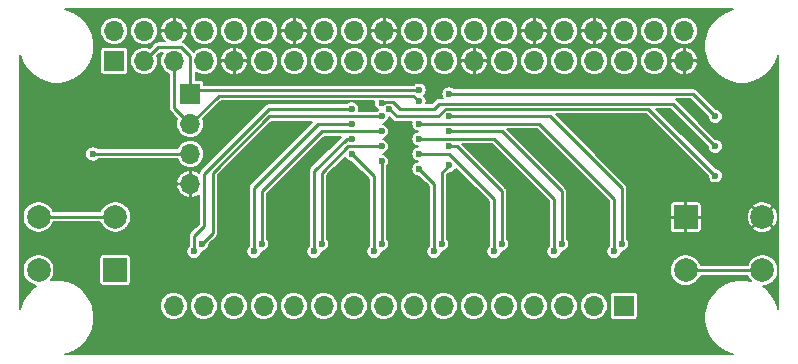
<source format=gbl>
G04 #@! TF.GenerationSoftware,KiCad,Pcbnew,(5.1.4)-1*
G04 #@! TF.CreationDate,2019-11-05T21:54:15-05:00*
G04 #@! TF.ProjectId,haptic-uhat,68617074-6963-42d7-9568-61742e6b6963,rev?*
G04 #@! TF.SameCoordinates,Original*
G04 #@! TF.FileFunction,Copper,L2,Bot*
G04 #@! TF.FilePolarity,Positive*
%FSLAX46Y46*%
G04 Gerber Fmt 4.6, Leading zero omitted, Abs format (unit mm)*
G04 Created by KiCad (PCBNEW (5.1.4)-1) date 2019-11-05 21:54:15*
%MOMM*%
%LPD*%
G04 APERTURE LIST*
%ADD10C,2.000000*%
%ADD11R,2.000000X2.000000*%
%ADD12R,1.700000X1.700000*%
%ADD13O,1.700000X1.700000*%
%ADD14C,0.600000*%
%ADD15C,0.250000*%
%ADD16C,0.180000*%
G04 APERTURE END LIST*
D10*
X75750000Y-47000000D03*
X69250000Y-47000000D03*
X75750000Y-42500000D03*
D11*
X69250000Y-42500000D03*
D12*
X20870000Y-29270000D03*
D13*
X20870000Y-26730000D03*
X23410000Y-29270000D03*
X23410000Y-26730000D03*
X25950000Y-29270000D03*
X25950000Y-26730000D03*
X28490000Y-29270000D03*
X28490000Y-26730000D03*
X31030000Y-29270000D03*
X31030000Y-26730000D03*
X33570000Y-29270000D03*
X33570000Y-26730000D03*
X36110000Y-29270000D03*
X36110000Y-26730000D03*
X38650000Y-29270000D03*
X38650000Y-26730000D03*
X41190000Y-29270000D03*
X41190000Y-26730000D03*
X43730000Y-29270000D03*
X43730000Y-26730000D03*
X46270000Y-29270000D03*
X46270000Y-26730000D03*
X48810000Y-29270000D03*
X48810000Y-26730000D03*
X51350000Y-29270000D03*
X51350000Y-26730000D03*
X53890000Y-29270000D03*
X53890000Y-26730000D03*
X56430000Y-29270000D03*
X56430000Y-26730000D03*
X58970000Y-29270000D03*
X58970000Y-26730000D03*
X61510000Y-29270000D03*
X61510000Y-26730000D03*
X64050000Y-29270000D03*
X64050000Y-26730000D03*
X66590000Y-29270000D03*
X66590000Y-26730000D03*
X69130000Y-29270000D03*
X69130000Y-26730000D03*
D12*
X64000000Y-50000000D03*
D13*
X61460000Y-50000000D03*
X58920000Y-50000000D03*
X56380000Y-50000000D03*
X53840000Y-50000000D03*
X51300000Y-50000000D03*
X48760000Y-50000000D03*
X46220000Y-50000000D03*
X43680000Y-50000000D03*
X41140000Y-50000000D03*
X38600000Y-50000000D03*
X36060000Y-50000000D03*
X33520000Y-50000000D03*
X30980000Y-50000000D03*
X28440000Y-50000000D03*
X25900000Y-50000000D03*
D12*
X27305000Y-32067500D03*
D13*
X27305000Y-34607500D03*
X27305000Y-37147500D03*
X27305000Y-39687500D03*
D11*
X20953800Y-46979400D03*
D10*
X14453800Y-46979400D03*
X20953800Y-42479400D03*
X14453800Y-42479400D03*
D14*
X27305000Y-50800000D03*
X32385000Y-50800000D03*
X37465000Y-50800000D03*
X42545000Y-50800000D03*
X47625000Y-50800000D03*
X52705000Y-50800000D03*
X57785000Y-50800000D03*
X62649998Y-50800000D03*
X55245000Y-45720000D03*
X60325000Y-45720000D03*
X50165000Y-45720000D03*
X45085000Y-45720000D03*
X40005000Y-45720000D03*
X34925000Y-45720000D03*
X29845000Y-45720000D03*
X65405000Y-45720000D03*
X16510000Y-36830000D03*
X13970000Y-36830000D03*
X24130000Y-34290000D03*
X46672500Y-32702500D03*
X46672500Y-31750000D03*
X19050000Y-37147500D03*
X44132500Y-33337500D03*
X71755000Y-39000000D03*
X43497500Y-32825010D03*
X71750000Y-36500000D03*
X49212500Y-32067500D03*
X71755000Y-33972500D03*
X40957500Y-33337500D03*
X27622500Y-45402500D03*
X43497500Y-33972500D03*
X28257500Y-44767500D03*
X43497500Y-35242500D03*
X33337500Y-44767500D03*
X40957500Y-34607500D03*
X32702500Y-45402500D03*
X43497500Y-36512500D03*
X38417500Y-44767500D03*
X40957500Y-35877500D03*
X37782500Y-45402500D03*
X40957500Y-37147500D03*
X42862500Y-45402500D03*
X43497500Y-37782500D03*
X43497500Y-44767500D03*
X49212500Y-38100000D03*
X48577500Y-44767500D03*
X46672500Y-38417500D03*
X47942500Y-45402500D03*
X49212500Y-36512500D03*
X53657500Y-44767500D03*
X46672500Y-37147500D03*
X53022500Y-45402500D03*
X46672500Y-35877500D03*
X58102500Y-45402500D03*
X49212500Y-35242500D03*
X58737500Y-44767500D03*
X46672500Y-34607500D03*
X63182500Y-45402500D03*
X49212500Y-33972500D03*
X63817500Y-44767500D03*
D15*
X27622500Y-39687500D02*
X27622500Y-40003590D01*
X46672500Y-32702500D02*
X46170010Y-32200010D01*
X29712490Y-32200010D02*
X27305000Y-34607500D01*
X46170010Y-32200010D02*
X29712490Y-32200010D01*
X25950000Y-33252500D02*
X25950000Y-29270000D01*
X27305000Y-34607500D02*
X25950000Y-33252500D01*
X27622500Y-31750000D02*
X27305000Y-32067500D01*
X46672500Y-31750000D02*
X27622500Y-31750000D01*
X24259999Y-28420001D02*
X23410000Y-29270000D01*
X24585001Y-28094999D02*
X24259999Y-28420001D01*
X26514001Y-28094999D02*
X24585001Y-28094999D01*
X27305000Y-28885998D02*
X26514001Y-28094999D01*
X27305000Y-32067500D02*
X27305000Y-28885998D01*
X27305000Y-37147500D02*
X19050000Y-37147500D01*
X66092500Y-33337500D02*
X71755000Y-39000000D01*
X48922498Y-33337500D02*
X66092500Y-33337500D01*
X48287498Y-33972500D02*
X48922498Y-33337500D01*
X44132500Y-33337500D02*
X44767500Y-33972500D01*
X44767500Y-33972500D02*
X48287498Y-33972500D01*
X68137491Y-32887491D02*
X71750000Y-36500000D01*
X48392509Y-32887491D02*
X68137491Y-32887491D01*
X43719988Y-32825010D02*
X43832499Y-32712499D01*
X43497500Y-32825010D02*
X43719988Y-32825010D01*
X43832499Y-32712499D02*
X44459999Y-32712499D01*
X44459999Y-32712499D02*
X45075001Y-33327501D01*
X45075001Y-33327501D02*
X47952499Y-33327501D01*
X47952499Y-33327501D02*
X48392509Y-32887491D01*
X49212500Y-32067500D02*
X69850000Y-32067500D01*
X69850000Y-32067500D02*
X71755000Y-33972500D01*
X40957500Y-33337500D02*
X33972500Y-33337500D01*
X28480001Y-38827179D02*
X28480001Y-43274999D01*
X33784689Y-33522491D02*
X28480001Y-38827179D01*
X33972500Y-33337500D02*
X33787510Y-33522490D01*
X33787510Y-33522490D02*
X33784689Y-33522491D01*
X27622500Y-44132500D02*
X27622500Y-45402500D01*
X28480001Y-43274999D02*
X27622500Y-44132500D01*
X29210000Y-43815000D02*
X28257500Y-44767500D01*
X29210000Y-38733590D02*
X29210000Y-43815000D01*
X43497500Y-33972500D02*
X33971090Y-33972500D01*
X33971090Y-33972500D02*
X29210000Y-38733590D01*
X43497500Y-35242500D02*
X38417500Y-35242500D01*
X38417500Y-35242500D02*
X33337500Y-40322500D01*
X33337500Y-40322500D02*
X33337500Y-44767500D01*
X40957500Y-34607500D02*
X38100000Y-34607500D01*
X38100000Y-34607500D02*
X32702500Y-40005000D01*
X32702500Y-40005000D02*
X32702500Y-45402500D01*
X38417500Y-38762498D02*
X38417500Y-44767500D01*
X43497500Y-36512500D02*
X40667498Y-36512500D01*
X40667498Y-36512500D02*
X38417500Y-38762498D01*
X37782500Y-38628236D02*
X37782500Y-45402500D01*
X40957500Y-35877500D02*
X40533236Y-35877500D01*
X40533236Y-35877500D02*
X37782500Y-38628236D01*
X40957500Y-37147500D02*
X42862500Y-39052500D01*
X42862500Y-39052500D02*
X42862500Y-45402500D01*
X43497500Y-37782500D02*
X43497500Y-44767500D01*
X49212500Y-38100000D02*
X48577500Y-38735000D01*
X48577500Y-38735000D02*
X48577500Y-44767500D01*
X46672500Y-38417500D02*
X47942500Y-39687500D01*
X47942500Y-39687500D02*
X47942500Y-45402500D01*
X49212500Y-36512500D02*
X49847500Y-36512500D01*
X49847500Y-36512500D02*
X53657500Y-40322500D01*
X53657500Y-40322500D02*
X53657500Y-44767500D01*
X46672500Y-37147500D02*
X49212500Y-37147500D01*
X49212500Y-37147500D02*
X53022500Y-40957500D01*
X53022500Y-40957500D02*
X53022500Y-45402500D01*
X46672500Y-35877500D02*
X53022500Y-35877500D01*
X53022500Y-35877500D02*
X58102500Y-40957500D01*
X58102500Y-40957500D02*
X58102500Y-45402500D01*
X49212500Y-35242500D02*
X53657500Y-35242500D01*
X53657500Y-35242500D02*
X58737500Y-40322500D01*
X58737500Y-40322500D02*
X58737500Y-44767500D01*
X46672500Y-34607500D02*
X56832500Y-34607500D01*
X56832500Y-34607500D02*
X63182500Y-40957500D01*
X63182500Y-40957500D02*
X63182500Y-45402500D01*
X49212500Y-33972500D02*
X57785000Y-33972500D01*
X57785000Y-33972500D02*
X63817500Y-40005000D01*
X63817500Y-40005000D02*
X63817500Y-44767500D01*
X74335787Y-47000000D02*
X69250000Y-47000000D01*
X75750000Y-47000000D02*
X74335787Y-47000000D01*
X15868013Y-42479400D02*
X20953800Y-42479400D01*
X14453800Y-42479400D02*
X15868013Y-42479400D01*
D16*
G36*
X73069511Y-24932590D02*
G01*
X72488968Y-25173059D01*
X71966494Y-25522165D01*
X71522165Y-25966494D01*
X71173059Y-26488968D01*
X70932590Y-27069511D01*
X70810000Y-27685812D01*
X70810000Y-28314188D01*
X70932590Y-28930489D01*
X71173059Y-29511032D01*
X71522165Y-30033506D01*
X71966494Y-30477835D01*
X72488968Y-30826941D01*
X73069511Y-31067410D01*
X73685812Y-31190000D01*
X74314188Y-31190000D01*
X74930489Y-31067410D01*
X75511032Y-30826941D01*
X76033506Y-30477835D01*
X76477835Y-30033506D01*
X76826941Y-29511032D01*
X77067410Y-28930489D01*
X77106000Y-28736484D01*
X77106001Y-50263521D01*
X77067410Y-50069511D01*
X76826941Y-49488968D01*
X76477835Y-48966494D01*
X76033506Y-48522165D01*
X75766863Y-48344000D01*
X75882372Y-48344000D01*
X76142030Y-48292351D01*
X76386623Y-48191037D01*
X76606750Y-48043953D01*
X76793953Y-47856750D01*
X76941037Y-47636623D01*
X77042351Y-47392030D01*
X77094000Y-47132372D01*
X77094000Y-46867628D01*
X77042351Y-46607970D01*
X76941037Y-46363377D01*
X76793953Y-46143250D01*
X76606750Y-45956047D01*
X76386623Y-45808963D01*
X76142030Y-45707649D01*
X75882372Y-45656000D01*
X75617628Y-45656000D01*
X75357970Y-45707649D01*
X75113377Y-45808963D01*
X74893250Y-45956047D01*
X74706047Y-46143250D01*
X74558963Y-46363377D01*
X74489531Y-46531000D01*
X70510469Y-46531000D01*
X70441037Y-46363377D01*
X70293953Y-46143250D01*
X70106750Y-45956047D01*
X69886623Y-45808963D01*
X69642030Y-45707649D01*
X69382372Y-45656000D01*
X69117628Y-45656000D01*
X68857970Y-45707649D01*
X68613377Y-45808963D01*
X68393250Y-45956047D01*
X68206047Y-46143250D01*
X68058963Y-46363377D01*
X67957649Y-46607970D01*
X67906000Y-46867628D01*
X67906000Y-47132372D01*
X67957649Y-47392030D01*
X68058963Y-47636623D01*
X68206047Y-47856750D01*
X68393250Y-48043953D01*
X68613377Y-48191037D01*
X68857970Y-48292351D01*
X69117628Y-48344000D01*
X69382372Y-48344000D01*
X69642030Y-48292351D01*
X69886623Y-48191037D01*
X70106750Y-48043953D01*
X70293953Y-47856750D01*
X70441037Y-47636623D01*
X70510469Y-47469000D01*
X74489531Y-47469000D01*
X74558963Y-47636623D01*
X74706047Y-47856750D01*
X74744989Y-47895692D01*
X74314188Y-47810000D01*
X73685812Y-47810000D01*
X73069511Y-47932590D01*
X72488968Y-48173059D01*
X71966494Y-48522165D01*
X71522165Y-48966494D01*
X71173059Y-49488968D01*
X70932590Y-50069511D01*
X70810000Y-50685812D01*
X70810000Y-51314188D01*
X70932590Y-51930489D01*
X71173059Y-52511032D01*
X71522165Y-53033506D01*
X71966494Y-53477835D01*
X72488968Y-53826941D01*
X73069511Y-54067410D01*
X73263516Y-54106000D01*
X16736484Y-54106000D01*
X16930489Y-54067410D01*
X17511032Y-53826941D01*
X18033506Y-53477835D01*
X18477835Y-53033506D01*
X18826941Y-52511032D01*
X19067410Y-51930489D01*
X19190000Y-51314188D01*
X19190000Y-50685812D01*
X19067410Y-50069511D01*
X19038618Y-50000000D01*
X24700223Y-50000000D01*
X24723276Y-50234065D01*
X24791551Y-50459135D01*
X24902422Y-50666560D01*
X25051630Y-50848370D01*
X25233440Y-50997578D01*
X25440865Y-51108449D01*
X25665935Y-51176724D01*
X25841344Y-51194000D01*
X25958656Y-51194000D01*
X26134065Y-51176724D01*
X26359135Y-51108449D01*
X26566560Y-50997578D01*
X26748370Y-50848370D01*
X26897578Y-50666560D01*
X27008449Y-50459135D01*
X27076724Y-50234065D01*
X27099777Y-50000000D01*
X27240223Y-50000000D01*
X27263276Y-50234065D01*
X27331551Y-50459135D01*
X27442422Y-50666560D01*
X27591630Y-50848370D01*
X27773440Y-50997578D01*
X27980865Y-51108449D01*
X28205935Y-51176724D01*
X28381344Y-51194000D01*
X28498656Y-51194000D01*
X28674065Y-51176724D01*
X28899135Y-51108449D01*
X29106560Y-50997578D01*
X29288370Y-50848370D01*
X29437578Y-50666560D01*
X29548449Y-50459135D01*
X29616724Y-50234065D01*
X29639777Y-50000000D01*
X29780223Y-50000000D01*
X29803276Y-50234065D01*
X29871551Y-50459135D01*
X29982422Y-50666560D01*
X30131630Y-50848370D01*
X30313440Y-50997578D01*
X30520865Y-51108449D01*
X30745935Y-51176724D01*
X30921344Y-51194000D01*
X31038656Y-51194000D01*
X31214065Y-51176724D01*
X31439135Y-51108449D01*
X31646560Y-50997578D01*
X31828370Y-50848370D01*
X31977578Y-50666560D01*
X32088449Y-50459135D01*
X32156724Y-50234065D01*
X32179777Y-50000000D01*
X32320223Y-50000000D01*
X32343276Y-50234065D01*
X32411551Y-50459135D01*
X32522422Y-50666560D01*
X32671630Y-50848370D01*
X32853440Y-50997578D01*
X33060865Y-51108449D01*
X33285935Y-51176724D01*
X33461344Y-51194000D01*
X33578656Y-51194000D01*
X33754065Y-51176724D01*
X33979135Y-51108449D01*
X34186560Y-50997578D01*
X34368370Y-50848370D01*
X34517578Y-50666560D01*
X34628449Y-50459135D01*
X34696724Y-50234065D01*
X34719777Y-50000000D01*
X34860223Y-50000000D01*
X34883276Y-50234065D01*
X34951551Y-50459135D01*
X35062422Y-50666560D01*
X35211630Y-50848370D01*
X35393440Y-50997578D01*
X35600865Y-51108449D01*
X35825935Y-51176724D01*
X36001344Y-51194000D01*
X36118656Y-51194000D01*
X36294065Y-51176724D01*
X36519135Y-51108449D01*
X36726560Y-50997578D01*
X36908370Y-50848370D01*
X37057578Y-50666560D01*
X37168449Y-50459135D01*
X37236724Y-50234065D01*
X37259777Y-50000000D01*
X37400223Y-50000000D01*
X37423276Y-50234065D01*
X37491551Y-50459135D01*
X37602422Y-50666560D01*
X37751630Y-50848370D01*
X37933440Y-50997578D01*
X38140865Y-51108449D01*
X38365935Y-51176724D01*
X38541344Y-51194000D01*
X38658656Y-51194000D01*
X38834065Y-51176724D01*
X39059135Y-51108449D01*
X39266560Y-50997578D01*
X39448370Y-50848370D01*
X39597578Y-50666560D01*
X39708449Y-50459135D01*
X39776724Y-50234065D01*
X39799777Y-50000000D01*
X39940223Y-50000000D01*
X39963276Y-50234065D01*
X40031551Y-50459135D01*
X40142422Y-50666560D01*
X40291630Y-50848370D01*
X40473440Y-50997578D01*
X40680865Y-51108449D01*
X40905935Y-51176724D01*
X41081344Y-51194000D01*
X41198656Y-51194000D01*
X41374065Y-51176724D01*
X41599135Y-51108449D01*
X41806560Y-50997578D01*
X41988370Y-50848370D01*
X42137578Y-50666560D01*
X42248449Y-50459135D01*
X42316724Y-50234065D01*
X42339777Y-50000000D01*
X42480223Y-50000000D01*
X42503276Y-50234065D01*
X42571551Y-50459135D01*
X42682422Y-50666560D01*
X42831630Y-50848370D01*
X43013440Y-50997578D01*
X43220865Y-51108449D01*
X43445935Y-51176724D01*
X43621344Y-51194000D01*
X43738656Y-51194000D01*
X43914065Y-51176724D01*
X44139135Y-51108449D01*
X44346560Y-50997578D01*
X44528370Y-50848370D01*
X44677578Y-50666560D01*
X44788449Y-50459135D01*
X44856724Y-50234065D01*
X44879777Y-50000000D01*
X45020223Y-50000000D01*
X45043276Y-50234065D01*
X45111551Y-50459135D01*
X45222422Y-50666560D01*
X45371630Y-50848370D01*
X45553440Y-50997578D01*
X45760865Y-51108449D01*
X45985935Y-51176724D01*
X46161344Y-51194000D01*
X46278656Y-51194000D01*
X46454065Y-51176724D01*
X46679135Y-51108449D01*
X46886560Y-50997578D01*
X47068370Y-50848370D01*
X47217578Y-50666560D01*
X47328449Y-50459135D01*
X47396724Y-50234065D01*
X47419777Y-50000000D01*
X47560223Y-50000000D01*
X47583276Y-50234065D01*
X47651551Y-50459135D01*
X47762422Y-50666560D01*
X47911630Y-50848370D01*
X48093440Y-50997578D01*
X48300865Y-51108449D01*
X48525935Y-51176724D01*
X48701344Y-51194000D01*
X48818656Y-51194000D01*
X48994065Y-51176724D01*
X49219135Y-51108449D01*
X49426560Y-50997578D01*
X49608370Y-50848370D01*
X49757578Y-50666560D01*
X49868449Y-50459135D01*
X49936724Y-50234065D01*
X49959777Y-50000000D01*
X50100223Y-50000000D01*
X50123276Y-50234065D01*
X50191551Y-50459135D01*
X50302422Y-50666560D01*
X50451630Y-50848370D01*
X50633440Y-50997578D01*
X50840865Y-51108449D01*
X51065935Y-51176724D01*
X51241344Y-51194000D01*
X51358656Y-51194000D01*
X51534065Y-51176724D01*
X51759135Y-51108449D01*
X51966560Y-50997578D01*
X52148370Y-50848370D01*
X52297578Y-50666560D01*
X52408449Y-50459135D01*
X52476724Y-50234065D01*
X52499777Y-50000000D01*
X52640223Y-50000000D01*
X52663276Y-50234065D01*
X52731551Y-50459135D01*
X52842422Y-50666560D01*
X52991630Y-50848370D01*
X53173440Y-50997578D01*
X53380865Y-51108449D01*
X53605935Y-51176724D01*
X53781344Y-51194000D01*
X53898656Y-51194000D01*
X54074065Y-51176724D01*
X54299135Y-51108449D01*
X54506560Y-50997578D01*
X54688370Y-50848370D01*
X54837578Y-50666560D01*
X54948449Y-50459135D01*
X55016724Y-50234065D01*
X55039777Y-50000000D01*
X55180223Y-50000000D01*
X55203276Y-50234065D01*
X55271551Y-50459135D01*
X55382422Y-50666560D01*
X55531630Y-50848370D01*
X55713440Y-50997578D01*
X55920865Y-51108449D01*
X56145935Y-51176724D01*
X56321344Y-51194000D01*
X56438656Y-51194000D01*
X56614065Y-51176724D01*
X56839135Y-51108449D01*
X57046560Y-50997578D01*
X57228370Y-50848370D01*
X57377578Y-50666560D01*
X57488449Y-50459135D01*
X57556724Y-50234065D01*
X57579777Y-50000000D01*
X57720223Y-50000000D01*
X57743276Y-50234065D01*
X57811551Y-50459135D01*
X57922422Y-50666560D01*
X58071630Y-50848370D01*
X58253440Y-50997578D01*
X58460865Y-51108449D01*
X58685935Y-51176724D01*
X58861344Y-51194000D01*
X58978656Y-51194000D01*
X59154065Y-51176724D01*
X59379135Y-51108449D01*
X59586560Y-50997578D01*
X59768370Y-50848370D01*
X59917578Y-50666560D01*
X60028449Y-50459135D01*
X60096724Y-50234065D01*
X60119777Y-50000000D01*
X60260223Y-50000000D01*
X60283276Y-50234065D01*
X60351551Y-50459135D01*
X60462422Y-50666560D01*
X60611630Y-50848370D01*
X60793440Y-50997578D01*
X61000865Y-51108449D01*
X61225935Y-51176724D01*
X61401344Y-51194000D01*
X61518656Y-51194000D01*
X61694065Y-51176724D01*
X61919135Y-51108449D01*
X62126560Y-50997578D01*
X62308370Y-50848370D01*
X62457578Y-50666560D01*
X62568449Y-50459135D01*
X62636724Y-50234065D01*
X62659777Y-50000000D01*
X62636724Y-49765935D01*
X62568449Y-49540865D01*
X62457578Y-49333440D01*
X62308370Y-49151630D01*
X62306384Y-49150000D01*
X62804336Y-49150000D01*
X62804336Y-50850000D01*
X62810978Y-50917436D01*
X62830648Y-50982280D01*
X62862591Y-51042041D01*
X62905579Y-51094421D01*
X62957959Y-51137409D01*
X63017720Y-51169352D01*
X63082564Y-51189022D01*
X63150000Y-51195664D01*
X64850000Y-51195664D01*
X64917436Y-51189022D01*
X64982280Y-51169352D01*
X65042041Y-51137409D01*
X65094421Y-51094421D01*
X65137409Y-51042041D01*
X65169352Y-50982280D01*
X65189022Y-50917436D01*
X65195664Y-50850000D01*
X65195664Y-49150000D01*
X65189022Y-49082564D01*
X65169352Y-49017720D01*
X65137409Y-48957959D01*
X65094421Y-48905579D01*
X65042041Y-48862591D01*
X64982280Y-48830648D01*
X64917436Y-48810978D01*
X64850000Y-48804336D01*
X63150000Y-48804336D01*
X63082564Y-48810978D01*
X63017720Y-48830648D01*
X62957959Y-48862591D01*
X62905579Y-48905579D01*
X62862591Y-48957959D01*
X62830648Y-49017720D01*
X62810978Y-49082564D01*
X62804336Y-49150000D01*
X62306384Y-49150000D01*
X62126560Y-49002422D01*
X61919135Y-48891551D01*
X61694065Y-48823276D01*
X61518656Y-48806000D01*
X61401344Y-48806000D01*
X61225935Y-48823276D01*
X61000865Y-48891551D01*
X60793440Y-49002422D01*
X60611630Y-49151630D01*
X60462422Y-49333440D01*
X60351551Y-49540865D01*
X60283276Y-49765935D01*
X60260223Y-50000000D01*
X60119777Y-50000000D01*
X60096724Y-49765935D01*
X60028449Y-49540865D01*
X59917578Y-49333440D01*
X59768370Y-49151630D01*
X59586560Y-49002422D01*
X59379135Y-48891551D01*
X59154065Y-48823276D01*
X58978656Y-48806000D01*
X58861344Y-48806000D01*
X58685935Y-48823276D01*
X58460865Y-48891551D01*
X58253440Y-49002422D01*
X58071630Y-49151630D01*
X57922422Y-49333440D01*
X57811551Y-49540865D01*
X57743276Y-49765935D01*
X57720223Y-50000000D01*
X57579777Y-50000000D01*
X57556724Y-49765935D01*
X57488449Y-49540865D01*
X57377578Y-49333440D01*
X57228370Y-49151630D01*
X57046560Y-49002422D01*
X56839135Y-48891551D01*
X56614065Y-48823276D01*
X56438656Y-48806000D01*
X56321344Y-48806000D01*
X56145935Y-48823276D01*
X55920865Y-48891551D01*
X55713440Y-49002422D01*
X55531630Y-49151630D01*
X55382422Y-49333440D01*
X55271551Y-49540865D01*
X55203276Y-49765935D01*
X55180223Y-50000000D01*
X55039777Y-50000000D01*
X55016724Y-49765935D01*
X54948449Y-49540865D01*
X54837578Y-49333440D01*
X54688370Y-49151630D01*
X54506560Y-49002422D01*
X54299135Y-48891551D01*
X54074065Y-48823276D01*
X53898656Y-48806000D01*
X53781344Y-48806000D01*
X53605935Y-48823276D01*
X53380865Y-48891551D01*
X53173440Y-49002422D01*
X52991630Y-49151630D01*
X52842422Y-49333440D01*
X52731551Y-49540865D01*
X52663276Y-49765935D01*
X52640223Y-50000000D01*
X52499777Y-50000000D01*
X52476724Y-49765935D01*
X52408449Y-49540865D01*
X52297578Y-49333440D01*
X52148370Y-49151630D01*
X51966560Y-49002422D01*
X51759135Y-48891551D01*
X51534065Y-48823276D01*
X51358656Y-48806000D01*
X51241344Y-48806000D01*
X51065935Y-48823276D01*
X50840865Y-48891551D01*
X50633440Y-49002422D01*
X50451630Y-49151630D01*
X50302422Y-49333440D01*
X50191551Y-49540865D01*
X50123276Y-49765935D01*
X50100223Y-50000000D01*
X49959777Y-50000000D01*
X49936724Y-49765935D01*
X49868449Y-49540865D01*
X49757578Y-49333440D01*
X49608370Y-49151630D01*
X49426560Y-49002422D01*
X49219135Y-48891551D01*
X48994065Y-48823276D01*
X48818656Y-48806000D01*
X48701344Y-48806000D01*
X48525935Y-48823276D01*
X48300865Y-48891551D01*
X48093440Y-49002422D01*
X47911630Y-49151630D01*
X47762422Y-49333440D01*
X47651551Y-49540865D01*
X47583276Y-49765935D01*
X47560223Y-50000000D01*
X47419777Y-50000000D01*
X47396724Y-49765935D01*
X47328449Y-49540865D01*
X47217578Y-49333440D01*
X47068370Y-49151630D01*
X46886560Y-49002422D01*
X46679135Y-48891551D01*
X46454065Y-48823276D01*
X46278656Y-48806000D01*
X46161344Y-48806000D01*
X45985935Y-48823276D01*
X45760865Y-48891551D01*
X45553440Y-49002422D01*
X45371630Y-49151630D01*
X45222422Y-49333440D01*
X45111551Y-49540865D01*
X45043276Y-49765935D01*
X45020223Y-50000000D01*
X44879777Y-50000000D01*
X44856724Y-49765935D01*
X44788449Y-49540865D01*
X44677578Y-49333440D01*
X44528370Y-49151630D01*
X44346560Y-49002422D01*
X44139135Y-48891551D01*
X43914065Y-48823276D01*
X43738656Y-48806000D01*
X43621344Y-48806000D01*
X43445935Y-48823276D01*
X43220865Y-48891551D01*
X43013440Y-49002422D01*
X42831630Y-49151630D01*
X42682422Y-49333440D01*
X42571551Y-49540865D01*
X42503276Y-49765935D01*
X42480223Y-50000000D01*
X42339777Y-50000000D01*
X42316724Y-49765935D01*
X42248449Y-49540865D01*
X42137578Y-49333440D01*
X41988370Y-49151630D01*
X41806560Y-49002422D01*
X41599135Y-48891551D01*
X41374065Y-48823276D01*
X41198656Y-48806000D01*
X41081344Y-48806000D01*
X40905935Y-48823276D01*
X40680865Y-48891551D01*
X40473440Y-49002422D01*
X40291630Y-49151630D01*
X40142422Y-49333440D01*
X40031551Y-49540865D01*
X39963276Y-49765935D01*
X39940223Y-50000000D01*
X39799777Y-50000000D01*
X39776724Y-49765935D01*
X39708449Y-49540865D01*
X39597578Y-49333440D01*
X39448370Y-49151630D01*
X39266560Y-49002422D01*
X39059135Y-48891551D01*
X38834065Y-48823276D01*
X38658656Y-48806000D01*
X38541344Y-48806000D01*
X38365935Y-48823276D01*
X38140865Y-48891551D01*
X37933440Y-49002422D01*
X37751630Y-49151630D01*
X37602422Y-49333440D01*
X37491551Y-49540865D01*
X37423276Y-49765935D01*
X37400223Y-50000000D01*
X37259777Y-50000000D01*
X37236724Y-49765935D01*
X37168449Y-49540865D01*
X37057578Y-49333440D01*
X36908370Y-49151630D01*
X36726560Y-49002422D01*
X36519135Y-48891551D01*
X36294065Y-48823276D01*
X36118656Y-48806000D01*
X36001344Y-48806000D01*
X35825935Y-48823276D01*
X35600865Y-48891551D01*
X35393440Y-49002422D01*
X35211630Y-49151630D01*
X35062422Y-49333440D01*
X34951551Y-49540865D01*
X34883276Y-49765935D01*
X34860223Y-50000000D01*
X34719777Y-50000000D01*
X34696724Y-49765935D01*
X34628449Y-49540865D01*
X34517578Y-49333440D01*
X34368370Y-49151630D01*
X34186560Y-49002422D01*
X33979135Y-48891551D01*
X33754065Y-48823276D01*
X33578656Y-48806000D01*
X33461344Y-48806000D01*
X33285935Y-48823276D01*
X33060865Y-48891551D01*
X32853440Y-49002422D01*
X32671630Y-49151630D01*
X32522422Y-49333440D01*
X32411551Y-49540865D01*
X32343276Y-49765935D01*
X32320223Y-50000000D01*
X32179777Y-50000000D01*
X32156724Y-49765935D01*
X32088449Y-49540865D01*
X31977578Y-49333440D01*
X31828370Y-49151630D01*
X31646560Y-49002422D01*
X31439135Y-48891551D01*
X31214065Y-48823276D01*
X31038656Y-48806000D01*
X30921344Y-48806000D01*
X30745935Y-48823276D01*
X30520865Y-48891551D01*
X30313440Y-49002422D01*
X30131630Y-49151630D01*
X29982422Y-49333440D01*
X29871551Y-49540865D01*
X29803276Y-49765935D01*
X29780223Y-50000000D01*
X29639777Y-50000000D01*
X29616724Y-49765935D01*
X29548449Y-49540865D01*
X29437578Y-49333440D01*
X29288370Y-49151630D01*
X29106560Y-49002422D01*
X28899135Y-48891551D01*
X28674065Y-48823276D01*
X28498656Y-48806000D01*
X28381344Y-48806000D01*
X28205935Y-48823276D01*
X27980865Y-48891551D01*
X27773440Y-49002422D01*
X27591630Y-49151630D01*
X27442422Y-49333440D01*
X27331551Y-49540865D01*
X27263276Y-49765935D01*
X27240223Y-50000000D01*
X27099777Y-50000000D01*
X27076724Y-49765935D01*
X27008449Y-49540865D01*
X26897578Y-49333440D01*
X26748370Y-49151630D01*
X26566560Y-49002422D01*
X26359135Y-48891551D01*
X26134065Y-48823276D01*
X25958656Y-48806000D01*
X25841344Y-48806000D01*
X25665935Y-48823276D01*
X25440865Y-48891551D01*
X25233440Y-49002422D01*
X25051630Y-49151630D01*
X24902422Y-49333440D01*
X24791551Y-49540865D01*
X24723276Y-49765935D01*
X24700223Y-50000000D01*
X19038618Y-50000000D01*
X18826941Y-49488968D01*
X18477835Y-48966494D01*
X18033506Y-48522165D01*
X17511032Y-48173059D01*
X16930489Y-47932590D01*
X16314188Y-47810000D01*
X15685812Y-47810000D01*
X15483700Y-47850203D01*
X15497753Y-47836150D01*
X15644837Y-47616023D01*
X15746151Y-47371430D01*
X15797800Y-47111772D01*
X15797800Y-46847028D01*
X15746151Y-46587370D01*
X15644837Y-46342777D01*
X15497753Y-46122650D01*
X15354503Y-45979400D01*
X19608136Y-45979400D01*
X19608136Y-47979400D01*
X19614778Y-48046836D01*
X19634448Y-48111680D01*
X19666391Y-48171441D01*
X19709379Y-48223821D01*
X19761759Y-48266809D01*
X19821520Y-48298752D01*
X19886364Y-48318422D01*
X19953800Y-48325064D01*
X21953800Y-48325064D01*
X22021236Y-48318422D01*
X22086080Y-48298752D01*
X22145841Y-48266809D01*
X22198221Y-48223821D01*
X22241209Y-48171441D01*
X22273152Y-48111680D01*
X22292822Y-48046836D01*
X22299464Y-47979400D01*
X22299464Y-45979400D01*
X22292822Y-45911964D01*
X22273152Y-45847120D01*
X22241209Y-45787359D01*
X22198221Y-45734979D01*
X22145841Y-45691991D01*
X22086080Y-45660048D01*
X22021236Y-45640378D01*
X21953800Y-45633736D01*
X19953800Y-45633736D01*
X19886364Y-45640378D01*
X19821520Y-45660048D01*
X19761759Y-45691991D01*
X19709379Y-45734979D01*
X19666391Y-45787359D01*
X19634448Y-45847120D01*
X19614778Y-45911964D01*
X19608136Y-45979400D01*
X15354503Y-45979400D01*
X15310550Y-45935447D01*
X15090423Y-45788363D01*
X14845830Y-45687049D01*
X14586172Y-45635400D01*
X14321428Y-45635400D01*
X14061770Y-45687049D01*
X13817177Y-45788363D01*
X13597050Y-45935447D01*
X13409847Y-46122650D01*
X13262763Y-46342777D01*
X13161449Y-46587370D01*
X13109800Y-46847028D01*
X13109800Y-47111772D01*
X13161449Y-47371430D01*
X13262763Y-47616023D01*
X13409847Y-47836150D01*
X13597050Y-48023353D01*
X13817177Y-48170437D01*
X14061770Y-48271751D01*
X14277148Y-48314592D01*
X13966494Y-48522165D01*
X13522165Y-48966494D01*
X13173059Y-49488968D01*
X12932590Y-50069511D01*
X12894000Y-50263516D01*
X12894000Y-42347028D01*
X13109800Y-42347028D01*
X13109800Y-42611772D01*
X13161449Y-42871430D01*
X13262763Y-43116023D01*
X13409847Y-43336150D01*
X13597050Y-43523353D01*
X13817177Y-43670437D01*
X14061770Y-43771751D01*
X14321428Y-43823400D01*
X14586172Y-43823400D01*
X14845830Y-43771751D01*
X15090423Y-43670437D01*
X15310550Y-43523353D01*
X15497753Y-43336150D01*
X15644837Y-43116023D01*
X15714269Y-42948400D01*
X19693331Y-42948400D01*
X19762763Y-43116023D01*
X19909847Y-43336150D01*
X20097050Y-43523353D01*
X20317177Y-43670437D01*
X20561770Y-43771751D01*
X20821428Y-43823400D01*
X21086172Y-43823400D01*
X21345830Y-43771751D01*
X21590423Y-43670437D01*
X21810550Y-43523353D01*
X21997753Y-43336150D01*
X22144837Y-43116023D01*
X22246151Y-42871430D01*
X22297800Y-42611772D01*
X22297800Y-42347028D01*
X22246151Y-42087370D01*
X22144837Y-41842777D01*
X21997753Y-41622650D01*
X21810550Y-41435447D01*
X21590423Y-41288363D01*
X21345830Y-41187049D01*
X21086172Y-41135400D01*
X20821428Y-41135400D01*
X20561770Y-41187049D01*
X20317177Y-41288363D01*
X20097050Y-41435447D01*
X19909847Y-41622650D01*
X19762763Y-41842777D01*
X19693331Y-42010400D01*
X15714269Y-42010400D01*
X15644837Y-41842777D01*
X15497753Y-41622650D01*
X15310550Y-41435447D01*
X15090423Y-41288363D01*
X14845830Y-41187049D01*
X14586172Y-41135400D01*
X14321428Y-41135400D01*
X14061770Y-41187049D01*
X13817177Y-41288363D01*
X13597050Y-41435447D01*
X13409847Y-41622650D01*
X13262763Y-41842777D01*
X13161449Y-42087370D01*
X13109800Y-42347028D01*
X12894000Y-42347028D01*
X12894000Y-39910738D01*
X26132054Y-39910738D01*
X26135909Y-39930123D01*
X26205706Y-40153539D01*
X26317748Y-40359046D01*
X26467730Y-40538746D01*
X26649888Y-40685733D01*
X26857221Y-40794358D01*
X27081762Y-40860447D01*
X27268000Y-40794928D01*
X27268000Y-39724500D01*
X26197618Y-39724500D01*
X26132054Y-39910738D01*
X12894000Y-39910738D01*
X12894000Y-39464262D01*
X26132054Y-39464262D01*
X26197618Y-39650500D01*
X27268000Y-39650500D01*
X27268000Y-38580072D01*
X27081762Y-38514553D01*
X26857221Y-38580642D01*
X26649888Y-38689267D01*
X26467730Y-38836254D01*
X26317748Y-39015954D01*
X26205706Y-39221461D01*
X26135909Y-39444877D01*
X26132054Y-39464262D01*
X12894000Y-39464262D01*
X12894000Y-37084072D01*
X18406000Y-37084072D01*
X18406000Y-37210928D01*
X18430749Y-37335348D01*
X18479295Y-37452548D01*
X18549773Y-37558026D01*
X18639474Y-37647727D01*
X18744952Y-37718205D01*
X18862152Y-37766751D01*
X18986572Y-37791500D01*
X19113428Y-37791500D01*
X19237848Y-37766751D01*
X19355048Y-37718205D01*
X19460526Y-37647727D01*
X19491753Y-37616500D01*
X26201824Y-37616500D01*
X26307422Y-37814060D01*
X26456630Y-37995870D01*
X26638440Y-38145078D01*
X26845865Y-38255949D01*
X27070935Y-38324224D01*
X27246344Y-38341500D01*
X27363656Y-38341500D01*
X27539065Y-38324224D01*
X27764135Y-38255949D01*
X27971560Y-38145078D01*
X28153370Y-37995870D01*
X28302578Y-37814060D01*
X28413449Y-37606635D01*
X28481724Y-37381565D01*
X28504777Y-37147500D01*
X28481724Y-36913435D01*
X28413449Y-36688365D01*
X28302578Y-36480940D01*
X28153370Y-36299130D01*
X27971560Y-36149922D01*
X27764135Y-36039051D01*
X27539065Y-35970776D01*
X27363656Y-35953500D01*
X27246344Y-35953500D01*
X27070935Y-35970776D01*
X26845865Y-36039051D01*
X26638440Y-36149922D01*
X26456630Y-36299130D01*
X26307422Y-36480940D01*
X26201824Y-36678500D01*
X19491753Y-36678500D01*
X19460526Y-36647273D01*
X19355048Y-36576795D01*
X19237848Y-36528249D01*
X19113428Y-36503500D01*
X18986572Y-36503500D01*
X18862152Y-36528249D01*
X18744952Y-36576795D01*
X18639474Y-36647273D01*
X18549773Y-36736974D01*
X18479295Y-36842452D01*
X18430749Y-36959652D01*
X18406000Y-37084072D01*
X12894000Y-37084072D01*
X12894000Y-28736484D01*
X12932590Y-28930489D01*
X13173059Y-29511032D01*
X13522165Y-30033506D01*
X13966494Y-30477835D01*
X14488968Y-30826941D01*
X15069511Y-31067410D01*
X15685812Y-31190000D01*
X16314188Y-31190000D01*
X16930489Y-31067410D01*
X17511032Y-30826941D01*
X18033506Y-30477835D01*
X18477835Y-30033506D01*
X18826941Y-29511032D01*
X19067410Y-28930489D01*
X19168952Y-28420000D01*
X19674336Y-28420000D01*
X19674336Y-30120000D01*
X19680978Y-30187436D01*
X19700648Y-30252280D01*
X19732591Y-30312041D01*
X19775579Y-30364421D01*
X19827959Y-30407409D01*
X19887720Y-30439352D01*
X19952564Y-30459022D01*
X20020000Y-30465664D01*
X21720000Y-30465664D01*
X21787436Y-30459022D01*
X21852280Y-30439352D01*
X21912041Y-30407409D01*
X21964421Y-30364421D01*
X22007409Y-30312041D01*
X22039352Y-30252280D01*
X22059022Y-30187436D01*
X22065664Y-30120000D01*
X22065664Y-29270000D01*
X22210223Y-29270000D01*
X22233276Y-29504065D01*
X22301551Y-29729135D01*
X22412422Y-29936560D01*
X22561630Y-30118370D01*
X22743440Y-30267578D01*
X22950865Y-30378449D01*
X23175935Y-30446724D01*
X23351344Y-30464000D01*
X23468656Y-30464000D01*
X23644065Y-30446724D01*
X23869135Y-30378449D01*
X24076560Y-30267578D01*
X24258370Y-30118370D01*
X24407578Y-29936560D01*
X24518449Y-29729135D01*
X24586724Y-29504065D01*
X24609777Y-29270000D01*
X24586724Y-29035935D01*
X24521696Y-28821570D01*
X24607922Y-28735344D01*
X24607926Y-28735339D01*
X24779267Y-28563999D01*
X24984790Y-28563999D01*
X24952422Y-28603440D01*
X24841551Y-28810865D01*
X24773276Y-29035935D01*
X24750223Y-29270000D01*
X24773276Y-29504065D01*
X24841551Y-29729135D01*
X24952422Y-29936560D01*
X25101630Y-30118370D01*
X25283440Y-30267578D01*
X25481001Y-30373176D01*
X25481000Y-33229464D01*
X25478731Y-33252500D01*
X25481000Y-33275536D01*
X25481000Y-33275537D01*
X25487786Y-33344439D01*
X25510538Y-33419441D01*
X25514604Y-33432846D01*
X25558154Y-33514323D01*
X25573907Y-33533517D01*
X25616762Y-33585738D01*
X25634667Y-33600432D01*
X26193304Y-34159070D01*
X26128276Y-34373435D01*
X26105223Y-34607500D01*
X26128276Y-34841565D01*
X26196551Y-35066635D01*
X26307422Y-35274060D01*
X26456630Y-35455870D01*
X26638440Y-35605078D01*
X26845865Y-35715949D01*
X27070935Y-35784224D01*
X27246344Y-35801500D01*
X27363656Y-35801500D01*
X27539065Y-35784224D01*
X27764135Y-35715949D01*
X27971560Y-35605078D01*
X28153370Y-35455870D01*
X28302578Y-35274060D01*
X28413449Y-35066635D01*
X28481724Y-34841565D01*
X28504777Y-34607500D01*
X28481724Y-34373435D01*
X28416696Y-34159069D01*
X29906756Y-32669010D01*
X42871914Y-32669010D01*
X42853500Y-32761582D01*
X42853500Y-32888438D01*
X42878249Y-33012858D01*
X42926795Y-33130058D01*
X42997273Y-33235536D01*
X43086974Y-33325237D01*
X43192452Y-33395715D01*
X43199791Y-33398755D01*
X43192452Y-33401795D01*
X43086974Y-33472273D01*
X43055747Y-33503500D01*
X41581097Y-33503500D01*
X41601500Y-33400928D01*
X41601500Y-33274072D01*
X41576751Y-33149652D01*
X41528205Y-33032452D01*
X41457727Y-32926974D01*
X41368026Y-32837273D01*
X41262548Y-32766795D01*
X41145348Y-32718249D01*
X41020928Y-32693500D01*
X40894072Y-32693500D01*
X40769652Y-32718249D01*
X40652452Y-32766795D01*
X40546974Y-32837273D01*
X40515747Y-32868500D01*
X33995535Y-32868500D01*
X33972499Y-32866231D01*
X33949463Y-32868500D01*
X33949462Y-32868500D01*
X33880560Y-32875286D01*
X33792153Y-32902104D01*
X33710677Y-32945654D01*
X33639262Y-33004262D01*
X33624572Y-33022163D01*
X33485078Y-33161657D01*
X33469346Y-33174568D01*
X33469287Y-33174627D01*
X33451333Y-33189372D01*
X33436707Y-33207207D01*
X28164668Y-38479247D01*
X28146763Y-38493941D01*
X28103908Y-38546162D01*
X28088155Y-38565356D01*
X28054545Y-38628236D01*
X28044605Y-38646833D01*
X28017787Y-38735240D01*
X28017735Y-38735764D01*
X27960112Y-38689267D01*
X27752779Y-38580642D01*
X27528238Y-38514553D01*
X27342000Y-38580072D01*
X27342000Y-39650500D01*
X27362000Y-39650500D01*
X27362000Y-39724500D01*
X27342000Y-39724500D01*
X27342000Y-40794928D01*
X27528238Y-40860447D01*
X27752779Y-40794358D01*
X27960112Y-40685733D01*
X28011001Y-40644669D01*
X28011002Y-43080732D01*
X27307167Y-43784568D01*
X27289262Y-43799262D01*
X27251182Y-43845664D01*
X27230654Y-43870677D01*
X27211271Y-43906940D01*
X27187104Y-43952154D01*
X27160286Y-44040561D01*
X27156715Y-44076823D01*
X27151231Y-44132500D01*
X27153500Y-44155536D01*
X27153501Y-44960746D01*
X27122273Y-44991974D01*
X27051795Y-45097452D01*
X27003249Y-45214652D01*
X26978500Y-45339072D01*
X26978500Y-45465928D01*
X27003249Y-45590348D01*
X27051795Y-45707548D01*
X27122273Y-45813026D01*
X27211974Y-45902727D01*
X27317452Y-45973205D01*
X27434652Y-46021751D01*
X27559072Y-46046500D01*
X27685928Y-46046500D01*
X27810348Y-46021751D01*
X27927548Y-45973205D01*
X28033026Y-45902727D01*
X28122727Y-45813026D01*
X28193205Y-45707548D01*
X28241751Y-45590348D01*
X28266500Y-45465928D01*
X28266500Y-45411500D01*
X28320928Y-45411500D01*
X28445348Y-45386751D01*
X28562548Y-45338205D01*
X28668026Y-45267727D01*
X28757727Y-45178026D01*
X28828205Y-45072548D01*
X28876751Y-44955348D01*
X28901500Y-44830928D01*
X28901500Y-44786766D01*
X29525343Y-44162923D01*
X29543238Y-44148238D01*
X29601846Y-44076823D01*
X29645396Y-43995347D01*
X29672214Y-43906940D01*
X29679000Y-43838038D01*
X29679000Y-43838037D01*
X29681269Y-43815001D01*
X29679000Y-43791965D01*
X29679000Y-38927855D01*
X34165356Y-34441500D01*
X37602734Y-34441500D01*
X32387167Y-39657068D01*
X32369262Y-39671762D01*
X32326407Y-39723983D01*
X32310654Y-39743177D01*
X32291272Y-39779439D01*
X32267104Y-39824654D01*
X32240286Y-39913061D01*
X32236715Y-39949323D01*
X32231231Y-40005000D01*
X32233500Y-40028036D01*
X32233501Y-44960746D01*
X32202273Y-44991974D01*
X32131795Y-45097452D01*
X32083249Y-45214652D01*
X32058500Y-45339072D01*
X32058500Y-45465928D01*
X32083249Y-45590348D01*
X32131795Y-45707548D01*
X32202273Y-45813026D01*
X32291974Y-45902727D01*
X32397452Y-45973205D01*
X32514652Y-46021751D01*
X32639072Y-46046500D01*
X32765928Y-46046500D01*
X32890348Y-46021751D01*
X33007548Y-45973205D01*
X33113026Y-45902727D01*
X33202727Y-45813026D01*
X33273205Y-45707548D01*
X33321751Y-45590348D01*
X33346500Y-45465928D01*
X33346500Y-45411500D01*
X33400928Y-45411500D01*
X33525348Y-45386751D01*
X33642548Y-45338205D01*
X33748026Y-45267727D01*
X33837727Y-45178026D01*
X33908205Y-45072548D01*
X33956751Y-44955348D01*
X33981500Y-44830928D01*
X33981500Y-44704072D01*
X33956751Y-44579652D01*
X33908205Y-44462452D01*
X33837727Y-44356974D01*
X33806500Y-44325747D01*
X33806500Y-40516765D01*
X38611766Y-35711500D01*
X40035970Y-35711500D01*
X37467167Y-38280304D01*
X37449262Y-38294998D01*
X37406407Y-38347219D01*
X37390654Y-38366413D01*
X37364501Y-38415343D01*
X37347104Y-38447890D01*
X37320286Y-38536297D01*
X37315975Y-38580072D01*
X37311231Y-38628236D01*
X37313500Y-38651272D01*
X37313501Y-44960746D01*
X37282273Y-44991974D01*
X37211795Y-45097452D01*
X37163249Y-45214652D01*
X37138500Y-45339072D01*
X37138500Y-45465928D01*
X37163249Y-45590348D01*
X37211795Y-45707548D01*
X37282273Y-45813026D01*
X37371974Y-45902727D01*
X37477452Y-45973205D01*
X37594652Y-46021751D01*
X37719072Y-46046500D01*
X37845928Y-46046500D01*
X37970348Y-46021751D01*
X38087548Y-45973205D01*
X38193026Y-45902727D01*
X38282727Y-45813026D01*
X38353205Y-45707548D01*
X38401751Y-45590348D01*
X38426500Y-45465928D01*
X38426500Y-45411500D01*
X38480928Y-45411500D01*
X38605348Y-45386751D01*
X38722548Y-45338205D01*
X38828026Y-45267727D01*
X38917727Y-45178026D01*
X38988205Y-45072548D01*
X39036751Y-44955348D01*
X39061500Y-44830928D01*
X39061500Y-44704072D01*
X39036751Y-44579652D01*
X38988205Y-44462452D01*
X38917727Y-44356974D01*
X38886500Y-44325747D01*
X38886500Y-38956763D01*
X40388365Y-37454898D01*
X40457273Y-37558026D01*
X40546974Y-37647727D01*
X40652452Y-37718205D01*
X40769652Y-37766751D01*
X40894072Y-37791500D01*
X40938235Y-37791500D01*
X42393500Y-39246766D01*
X42393501Y-44960746D01*
X42362273Y-44991974D01*
X42291795Y-45097452D01*
X42243249Y-45214652D01*
X42218500Y-45339072D01*
X42218500Y-45465928D01*
X42243249Y-45590348D01*
X42291795Y-45707548D01*
X42362273Y-45813026D01*
X42451974Y-45902727D01*
X42557452Y-45973205D01*
X42674652Y-46021751D01*
X42799072Y-46046500D01*
X42925928Y-46046500D01*
X43050348Y-46021751D01*
X43167548Y-45973205D01*
X43273026Y-45902727D01*
X43362727Y-45813026D01*
X43433205Y-45707548D01*
X43481751Y-45590348D01*
X43506500Y-45465928D01*
X43506500Y-45411500D01*
X43560928Y-45411500D01*
X43685348Y-45386751D01*
X43802548Y-45338205D01*
X43908026Y-45267727D01*
X43997727Y-45178026D01*
X44068205Y-45072548D01*
X44116751Y-44955348D01*
X44141500Y-44830928D01*
X44141500Y-44704072D01*
X44116751Y-44579652D01*
X44068205Y-44462452D01*
X43997727Y-44356974D01*
X43966500Y-44325747D01*
X43966500Y-38224253D01*
X43997727Y-38193026D01*
X44068205Y-38087548D01*
X44116751Y-37970348D01*
X44141500Y-37845928D01*
X44141500Y-37719072D01*
X44116751Y-37594652D01*
X44068205Y-37477452D01*
X43997727Y-37371974D01*
X43908026Y-37282273D01*
X43802548Y-37211795D01*
X43685348Y-37163249D01*
X43606173Y-37147500D01*
X43685348Y-37131751D01*
X43802548Y-37083205D01*
X43908026Y-37012727D01*
X43997727Y-36923026D01*
X44068205Y-36817548D01*
X44116751Y-36700348D01*
X44141500Y-36575928D01*
X44141500Y-36449072D01*
X44116751Y-36324652D01*
X44068205Y-36207452D01*
X43997727Y-36101974D01*
X43908026Y-36012273D01*
X43802548Y-35941795D01*
X43685348Y-35893249D01*
X43606173Y-35877500D01*
X43685348Y-35861751D01*
X43802548Y-35813205D01*
X43908026Y-35742727D01*
X43997727Y-35653026D01*
X44068205Y-35547548D01*
X44116751Y-35430348D01*
X44141500Y-35305928D01*
X44141500Y-35179072D01*
X44116751Y-35054652D01*
X44068205Y-34937452D01*
X43997727Y-34831974D01*
X43908026Y-34742273D01*
X43802548Y-34671795D01*
X43685348Y-34623249D01*
X43606173Y-34607500D01*
X43685348Y-34591751D01*
X43802548Y-34543205D01*
X43908026Y-34472727D01*
X43997727Y-34383026D01*
X44068205Y-34277548D01*
X44116751Y-34160348D01*
X44141500Y-34035928D01*
X44141500Y-34009766D01*
X44419572Y-34287838D01*
X44434262Y-34305738D01*
X44505677Y-34364346D01*
X44587153Y-34407896D01*
X44675560Y-34434714D01*
X44767500Y-34443769D01*
X44790538Y-34441500D01*
X46048903Y-34441500D01*
X46028500Y-34544072D01*
X46028500Y-34670928D01*
X46053249Y-34795348D01*
X46101795Y-34912548D01*
X46172273Y-35018026D01*
X46261974Y-35107727D01*
X46367452Y-35178205D01*
X46484652Y-35226751D01*
X46563827Y-35242500D01*
X46484652Y-35258249D01*
X46367452Y-35306795D01*
X46261974Y-35377273D01*
X46172273Y-35466974D01*
X46101795Y-35572452D01*
X46053249Y-35689652D01*
X46028500Y-35814072D01*
X46028500Y-35940928D01*
X46053249Y-36065348D01*
X46101795Y-36182548D01*
X46172273Y-36288026D01*
X46261974Y-36377727D01*
X46367452Y-36448205D01*
X46484652Y-36496751D01*
X46563827Y-36512500D01*
X46484652Y-36528249D01*
X46367452Y-36576795D01*
X46261974Y-36647273D01*
X46172273Y-36736974D01*
X46101795Y-36842452D01*
X46053249Y-36959652D01*
X46028500Y-37084072D01*
X46028500Y-37210928D01*
X46053249Y-37335348D01*
X46101795Y-37452548D01*
X46172273Y-37558026D01*
X46261974Y-37647727D01*
X46367452Y-37718205D01*
X46484652Y-37766751D01*
X46563827Y-37782500D01*
X46484652Y-37798249D01*
X46367452Y-37846795D01*
X46261974Y-37917273D01*
X46172273Y-38006974D01*
X46101795Y-38112452D01*
X46053249Y-38229652D01*
X46028500Y-38354072D01*
X46028500Y-38480928D01*
X46053249Y-38605348D01*
X46101795Y-38722548D01*
X46172273Y-38828026D01*
X46261974Y-38917727D01*
X46367452Y-38988205D01*
X46484652Y-39036751D01*
X46609072Y-39061500D01*
X46653235Y-39061500D01*
X47473500Y-39881766D01*
X47473501Y-44960746D01*
X47442273Y-44991974D01*
X47371795Y-45097452D01*
X47323249Y-45214652D01*
X47298500Y-45339072D01*
X47298500Y-45465928D01*
X47323249Y-45590348D01*
X47371795Y-45707548D01*
X47442273Y-45813026D01*
X47531974Y-45902727D01*
X47637452Y-45973205D01*
X47754652Y-46021751D01*
X47879072Y-46046500D01*
X48005928Y-46046500D01*
X48130348Y-46021751D01*
X48247548Y-45973205D01*
X48353026Y-45902727D01*
X48442727Y-45813026D01*
X48513205Y-45707548D01*
X48561751Y-45590348D01*
X48586500Y-45465928D01*
X48586500Y-45411500D01*
X48640928Y-45411500D01*
X48765348Y-45386751D01*
X48882548Y-45338205D01*
X48988026Y-45267727D01*
X49077727Y-45178026D01*
X49148205Y-45072548D01*
X49196751Y-44955348D01*
X49221500Y-44830928D01*
X49221500Y-44704072D01*
X49196751Y-44579652D01*
X49148205Y-44462452D01*
X49077727Y-44356974D01*
X49046500Y-44325747D01*
X49046500Y-38929265D01*
X49231766Y-38744000D01*
X49275928Y-38744000D01*
X49400348Y-38719251D01*
X49517548Y-38670705D01*
X49623026Y-38600227D01*
X49712727Y-38510526D01*
X49783205Y-38405048D01*
X49790111Y-38388376D01*
X52553500Y-41151766D01*
X52553501Y-44960746D01*
X52522273Y-44991974D01*
X52451795Y-45097452D01*
X52403249Y-45214652D01*
X52378500Y-45339072D01*
X52378500Y-45465928D01*
X52403249Y-45590348D01*
X52451795Y-45707548D01*
X52522273Y-45813026D01*
X52611974Y-45902727D01*
X52717452Y-45973205D01*
X52834652Y-46021751D01*
X52959072Y-46046500D01*
X53085928Y-46046500D01*
X53210348Y-46021751D01*
X53327548Y-45973205D01*
X53433026Y-45902727D01*
X53522727Y-45813026D01*
X53593205Y-45707548D01*
X53641751Y-45590348D01*
X53666500Y-45465928D01*
X53666500Y-45411500D01*
X53720928Y-45411500D01*
X53845348Y-45386751D01*
X53962548Y-45338205D01*
X54068026Y-45267727D01*
X54157727Y-45178026D01*
X54228205Y-45072548D01*
X54276751Y-44955348D01*
X54301500Y-44830928D01*
X54301500Y-44704072D01*
X54276751Y-44579652D01*
X54228205Y-44462452D01*
X54157727Y-44356974D01*
X54126500Y-44325747D01*
X54126500Y-40345538D01*
X54128769Y-40322500D01*
X54119714Y-40230560D01*
X54092896Y-40142153D01*
X54049346Y-40060676D01*
X54027803Y-40034426D01*
X53990738Y-39989262D01*
X53972839Y-39974573D01*
X50344765Y-36346500D01*
X52828235Y-36346500D01*
X57633500Y-41151766D01*
X57633501Y-44960746D01*
X57602273Y-44991974D01*
X57531795Y-45097452D01*
X57483249Y-45214652D01*
X57458500Y-45339072D01*
X57458500Y-45465928D01*
X57483249Y-45590348D01*
X57531795Y-45707548D01*
X57602273Y-45813026D01*
X57691974Y-45902727D01*
X57797452Y-45973205D01*
X57914652Y-46021751D01*
X58039072Y-46046500D01*
X58165928Y-46046500D01*
X58290348Y-46021751D01*
X58407548Y-45973205D01*
X58513026Y-45902727D01*
X58602727Y-45813026D01*
X58673205Y-45707548D01*
X58721751Y-45590348D01*
X58746500Y-45465928D01*
X58746500Y-45411500D01*
X58800928Y-45411500D01*
X58925348Y-45386751D01*
X59042548Y-45338205D01*
X59148026Y-45267727D01*
X59237727Y-45178026D01*
X59308205Y-45072548D01*
X59356751Y-44955348D01*
X59381500Y-44830928D01*
X59381500Y-44704072D01*
X59356751Y-44579652D01*
X59308205Y-44462452D01*
X59237727Y-44356974D01*
X59206500Y-44325747D01*
X59206500Y-40345536D01*
X59208769Y-40322500D01*
X59203285Y-40266823D01*
X59199714Y-40230560D01*
X59172896Y-40142153D01*
X59148729Y-40096939D01*
X59129346Y-40060676D01*
X59107803Y-40034426D01*
X59070738Y-39989262D01*
X59052839Y-39974573D01*
X54154765Y-35076500D01*
X56638235Y-35076500D01*
X62713500Y-41151766D01*
X62713501Y-44960746D01*
X62682273Y-44991974D01*
X62611795Y-45097452D01*
X62563249Y-45214652D01*
X62538500Y-45339072D01*
X62538500Y-45465928D01*
X62563249Y-45590348D01*
X62611795Y-45707548D01*
X62682273Y-45813026D01*
X62771974Y-45902727D01*
X62877452Y-45973205D01*
X62994652Y-46021751D01*
X63119072Y-46046500D01*
X63245928Y-46046500D01*
X63370348Y-46021751D01*
X63487548Y-45973205D01*
X63593026Y-45902727D01*
X63682727Y-45813026D01*
X63753205Y-45707548D01*
X63801751Y-45590348D01*
X63826500Y-45465928D01*
X63826500Y-45411500D01*
X63880928Y-45411500D01*
X64005348Y-45386751D01*
X64122548Y-45338205D01*
X64228026Y-45267727D01*
X64317727Y-45178026D01*
X64388205Y-45072548D01*
X64436751Y-44955348D01*
X64461500Y-44830928D01*
X64461500Y-44704072D01*
X64436751Y-44579652D01*
X64388205Y-44462452D01*
X64317727Y-44356974D01*
X64286500Y-44325747D01*
X64286500Y-43500000D01*
X67904336Y-43500000D01*
X67910978Y-43567436D01*
X67930648Y-43632280D01*
X67962591Y-43692041D01*
X68005579Y-43744421D01*
X68057959Y-43787409D01*
X68117720Y-43819352D01*
X68182564Y-43839022D01*
X68250000Y-43845664D01*
X69127000Y-43844000D01*
X69213000Y-43758000D01*
X69213000Y-42537000D01*
X69287000Y-42537000D01*
X69287000Y-43758000D01*
X69373000Y-43844000D01*
X70250000Y-43845664D01*
X70317436Y-43839022D01*
X70382280Y-43819352D01*
X70442041Y-43787409D01*
X70494421Y-43744421D01*
X70537409Y-43692041D01*
X70569352Y-43632280D01*
X70589022Y-43567436D01*
X70595664Y-43500000D01*
X70595513Y-43419919D01*
X74882407Y-43419919D01*
X74986426Y-43613917D01*
X75218412Y-43741479D01*
X75470827Y-43821332D01*
X75733971Y-43850408D01*
X75997731Y-43827587D01*
X76251969Y-43753748D01*
X76486918Y-43631729D01*
X76513574Y-43613917D01*
X76617593Y-43419919D01*
X75750000Y-42552326D01*
X74882407Y-43419919D01*
X70595513Y-43419919D01*
X70594000Y-42623000D01*
X70508000Y-42537000D01*
X69287000Y-42537000D01*
X69213000Y-42537000D01*
X67992000Y-42537000D01*
X67906000Y-42623000D01*
X67904336Y-43500000D01*
X64286500Y-43500000D01*
X64286500Y-42483971D01*
X74399592Y-42483971D01*
X74422413Y-42747731D01*
X74496252Y-43001969D01*
X74618271Y-43236918D01*
X74636083Y-43263574D01*
X74830081Y-43367593D01*
X75697674Y-42500000D01*
X75802326Y-42500000D01*
X76669919Y-43367593D01*
X76863917Y-43263574D01*
X76991479Y-43031588D01*
X77071332Y-42779173D01*
X77100408Y-42516029D01*
X77077587Y-42252269D01*
X77003748Y-41998031D01*
X76881729Y-41763082D01*
X76863917Y-41736426D01*
X76669919Y-41632407D01*
X75802326Y-42500000D01*
X75697674Y-42500000D01*
X74830081Y-41632407D01*
X74636083Y-41736426D01*
X74508521Y-41968412D01*
X74428668Y-42220827D01*
X74399592Y-42483971D01*
X64286500Y-42483971D01*
X64286500Y-41500000D01*
X67904336Y-41500000D01*
X67906000Y-42377000D01*
X67992000Y-42463000D01*
X69213000Y-42463000D01*
X69213000Y-41242000D01*
X69287000Y-41242000D01*
X69287000Y-42463000D01*
X70508000Y-42463000D01*
X70594000Y-42377000D01*
X70595512Y-41580081D01*
X74882407Y-41580081D01*
X75750000Y-42447674D01*
X76617593Y-41580081D01*
X76513574Y-41386083D01*
X76281588Y-41258521D01*
X76029173Y-41178668D01*
X75766029Y-41149592D01*
X75502269Y-41172413D01*
X75248031Y-41246252D01*
X75013082Y-41368271D01*
X74986426Y-41386083D01*
X74882407Y-41580081D01*
X70595512Y-41580081D01*
X70595664Y-41500000D01*
X70589022Y-41432564D01*
X70569352Y-41367720D01*
X70537409Y-41307959D01*
X70494421Y-41255579D01*
X70442041Y-41212591D01*
X70382280Y-41180648D01*
X70317436Y-41160978D01*
X70250000Y-41154336D01*
X69373000Y-41156000D01*
X69287000Y-41242000D01*
X69213000Y-41242000D01*
X69127000Y-41156000D01*
X68250000Y-41154336D01*
X68182564Y-41160978D01*
X68117720Y-41180648D01*
X68057959Y-41212591D01*
X68005579Y-41255579D01*
X67962591Y-41307959D01*
X67930648Y-41367720D01*
X67910978Y-41432564D01*
X67904336Y-41500000D01*
X64286500Y-41500000D01*
X64286500Y-40028035D01*
X64288769Y-40004999D01*
X64283285Y-39949323D01*
X64279714Y-39913060D01*
X64252896Y-39824653D01*
X64209346Y-39743177D01*
X64150738Y-39671762D01*
X64132839Y-39657073D01*
X58282265Y-33806500D01*
X65898235Y-33806500D01*
X71111000Y-39019266D01*
X71111000Y-39063428D01*
X71135749Y-39187848D01*
X71184295Y-39305048D01*
X71254773Y-39410526D01*
X71344474Y-39500227D01*
X71449952Y-39570705D01*
X71567152Y-39619251D01*
X71691572Y-39644000D01*
X71818428Y-39644000D01*
X71942848Y-39619251D01*
X72060048Y-39570705D01*
X72165526Y-39500227D01*
X72255227Y-39410526D01*
X72325705Y-39305048D01*
X72374251Y-39187848D01*
X72399000Y-39063428D01*
X72399000Y-38936572D01*
X72374251Y-38812152D01*
X72325705Y-38694952D01*
X72255227Y-38589474D01*
X72165526Y-38499773D01*
X72060048Y-38429295D01*
X71942848Y-38380749D01*
X71818428Y-38356000D01*
X71774266Y-38356000D01*
X66774756Y-33356491D01*
X67943226Y-33356491D01*
X71106000Y-36519266D01*
X71106000Y-36563428D01*
X71130749Y-36687848D01*
X71179295Y-36805048D01*
X71249773Y-36910526D01*
X71339474Y-37000227D01*
X71444952Y-37070705D01*
X71562152Y-37119251D01*
X71686572Y-37144000D01*
X71813428Y-37144000D01*
X71937848Y-37119251D01*
X72055048Y-37070705D01*
X72160526Y-37000227D01*
X72250227Y-36910526D01*
X72320705Y-36805048D01*
X72369251Y-36687848D01*
X72394000Y-36563428D01*
X72394000Y-36436572D01*
X72369251Y-36312152D01*
X72320705Y-36194952D01*
X72250227Y-36089474D01*
X72160526Y-35999773D01*
X72055048Y-35929295D01*
X71937848Y-35880749D01*
X71813428Y-35856000D01*
X71769266Y-35856000D01*
X68485423Y-32572158D01*
X68470729Y-32554253D01*
X68449097Y-32536500D01*
X69655735Y-32536500D01*
X71111000Y-33991766D01*
X71111000Y-34035928D01*
X71135749Y-34160348D01*
X71184295Y-34277548D01*
X71254773Y-34383026D01*
X71344474Y-34472727D01*
X71449952Y-34543205D01*
X71567152Y-34591751D01*
X71691572Y-34616500D01*
X71818428Y-34616500D01*
X71942848Y-34591751D01*
X72060048Y-34543205D01*
X72165526Y-34472727D01*
X72255227Y-34383026D01*
X72325705Y-34277548D01*
X72374251Y-34160348D01*
X72399000Y-34035928D01*
X72399000Y-33909072D01*
X72374251Y-33784652D01*
X72325705Y-33667452D01*
X72255227Y-33561974D01*
X72165526Y-33472273D01*
X72060048Y-33401795D01*
X71942848Y-33353249D01*
X71818428Y-33328500D01*
X71774266Y-33328500D01*
X70197932Y-31752167D01*
X70183238Y-31734262D01*
X70111823Y-31675654D01*
X70030347Y-31632104D01*
X69941940Y-31605286D01*
X69873038Y-31598500D01*
X69873036Y-31598500D01*
X69850000Y-31596231D01*
X69826964Y-31598500D01*
X49654253Y-31598500D01*
X49623026Y-31567273D01*
X49517548Y-31496795D01*
X49400348Y-31448249D01*
X49275928Y-31423500D01*
X49149072Y-31423500D01*
X49024652Y-31448249D01*
X48907452Y-31496795D01*
X48801974Y-31567273D01*
X48712273Y-31656974D01*
X48641795Y-31762452D01*
X48593249Y-31879652D01*
X48568500Y-32004072D01*
X48568500Y-32130928D01*
X48593249Y-32255348D01*
X48641795Y-32372548D01*
X48672493Y-32418491D01*
X48415544Y-32418491D01*
X48392508Y-32416222D01*
X48369472Y-32418491D01*
X48369471Y-32418491D01*
X48300569Y-32425277D01*
X48212162Y-32452095D01*
X48130686Y-32495645D01*
X48059271Y-32554253D01*
X48044581Y-32572153D01*
X47758234Y-32858501D01*
X47298086Y-32858501D01*
X47316500Y-32765928D01*
X47316500Y-32639072D01*
X47291751Y-32514652D01*
X47243205Y-32397452D01*
X47172727Y-32291974D01*
X47107003Y-32226250D01*
X47172727Y-32160526D01*
X47243205Y-32055048D01*
X47291751Y-31937848D01*
X47316500Y-31813428D01*
X47316500Y-31686572D01*
X47291751Y-31562152D01*
X47243205Y-31444952D01*
X47172727Y-31339474D01*
X47083026Y-31249773D01*
X46977548Y-31179295D01*
X46860348Y-31130749D01*
X46735928Y-31106000D01*
X46609072Y-31106000D01*
X46484652Y-31130749D01*
X46367452Y-31179295D01*
X46261974Y-31249773D01*
X46230747Y-31281000D01*
X28500664Y-31281000D01*
X28500664Y-31217500D01*
X28494022Y-31150064D01*
X28474352Y-31085220D01*
X28442409Y-31025459D01*
X28399421Y-30973079D01*
X28347041Y-30930091D01*
X28287280Y-30898148D01*
X28222436Y-30878478D01*
X28155000Y-30871836D01*
X27774000Y-30871836D01*
X27774000Y-30227004D01*
X27823440Y-30267578D01*
X28030865Y-30378449D01*
X28255935Y-30446724D01*
X28431344Y-30464000D01*
X28548656Y-30464000D01*
X28724065Y-30446724D01*
X28949135Y-30378449D01*
X29156560Y-30267578D01*
X29338370Y-30118370D01*
X29487578Y-29936560D01*
X29598449Y-29729135D01*
X29666724Y-29504065D01*
X29667790Y-29493238D01*
X29857053Y-29493238D01*
X29923142Y-29717779D01*
X30031767Y-29925112D01*
X30178754Y-30107270D01*
X30358454Y-30257252D01*
X30563961Y-30369294D01*
X30787377Y-30439091D01*
X30806762Y-30442946D01*
X30993000Y-30377382D01*
X30993000Y-29307000D01*
X31067000Y-29307000D01*
X31067000Y-30377382D01*
X31253238Y-30442946D01*
X31272623Y-30439091D01*
X31496039Y-30369294D01*
X31701546Y-30257252D01*
X31881246Y-30107270D01*
X32028233Y-29925112D01*
X32136858Y-29717779D01*
X32202947Y-29493238D01*
X32137428Y-29307000D01*
X31067000Y-29307000D01*
X30993000Y-29307000D01*
X29922572Y-29307000D01*
X29857053Y-29493238D01*
X29667790Y-29493238D01*
X29689777Y-29270000D01*
X32370223Y-29270000D01*
X32393276Y-29504065D01*
X32461551Y-29729135D01*
X32572422Y-29936560D01*
X32721630Y-30118370D01*
X32903440Y-30267578D01*
X33110865Y-30378449D01*
X33335935Y-30446724D01*
X33511344Y-30464000D01*
X33628656Y-30464000D01*
X33804065Y-30446724D01*
X34029135Y-30378449D01*
X34236560Y-30267578D01*
X34418370Y-30118370D01*
X34567578Y-29936560D01*
X34678449Y-29729135D01*
X34746724Y-29504065D01*
X34769777Y-29270000D01*
X34910223Y-29270000D01*
X34933276Y-29504065D01*
X35001551Y-29729135D01*
X35112422Y-29936560D01*
X35261630Y-30118370D01*
X35443440Y-30267578D01*
X35650865Y-30378449D01*
X35875935Y-30446724D01*
X36051344Y-30464000D01*
X36168656Y-30464000D01*
X36344065Y-30446724D01*
X36569135Y-30378449D01*
X36776560Y-30267578D01*
X36958370Y-30118370D01*
X37107578Y-29936560D01*
X37218449Y-29729135D01*
X37286724Y-29504065D01*
X37309777Y-29270000D01*
X37450223Y-29270000D01*
X37473276Y-29504065D01*
X37541551Y-29729135D01*
X37652422Y-29936560D01*
X37801630Y-30118370D01*
X37983440Y-30267578D01*
X38190865Y-30378449D01*
X38415935Y-30446724D01*
X38591344Y-30464000D01*
X38708656Y-30464000D01*
X38884065Y-30446724D01*
X39109135Y-30378449D01*
X39316560Y-30267578D01*
X39498370Y-30118370D01*
X39647578Y-29936560D01*
X39758449Y-29729135D01*
X39826724Y-29504065D01*
X39849777Y-29270000D01*
X39990223Y-29270000D01*
X40013276Y-29504065D01*
X40081551Y-29729135D01*
X40192422Y-29936560D01*
X40341630Y-30118370D01*
X40523440Y-30267578D01*
X40730865Y-30378449D01*
X40955935Y-30446724D01*
X41131344Y-30464000D01*
X41248656Y-30464000D01*
X41424065Y-30446724D01*
X41649135Y-30378449D01*
X41856560Y-30267578D01*
X42038370Y-30118370D01*
X42187578Y-29936560D01*
X42298449Y-29729135D01*
X42366724Y-29504065D01*
X42389777Y-29270000D01*
X42530223Y-29270000D01*
X42553276Y-29504065D01*
X42621551Y-29729135D01*
X42732422Y-29936560D01*
X42881630Y-30118370D01*
X43063440Y-30267578D01*
X43270865Y-30378449D01*
X43495935Y-30446724D01*
X43671344Y-30464000D01*
X43788656Y-30464000D01*
X43964065Y-30446724D01*
X44189135Y-30378449D01*
X44396560Y-30267578D01*
X44578370Y-30118370D01*
X44727578Y-29936560D01*
X44838449Y-29729135D01*
X44906724Y-29504065D01*
X44929777Y-29270000D01*
X45070223Y-29270000D01*
X45093276Y-29504065D01*
X45161551Y-29729135D01*
X45272422Y-29936560D01*
X45421630Y-30118370D01*
X45603440Y-30267578D01*
X45810865Y-30378449D01*
X46035935Y-30446724D01*
X46211344Y-30464000D01*
X46328656Y-30464000D01*
X46504065Y-30446724D01*
X46729135Y-30378449D01*
X46936560Y-30267578D01*
X47118370Y-30118370D01*
X47267578Y-29936560D01*
X47378449Y-29729135D01*
X47446724Y-29504065D01*
X47469777Y-29270000D01*
X47610223Y-29270000D01*
X47633276Y-29504065D01*
X47701551Y-29729135D01*
X47812422Y-29936560D01*
X47961630Y-30118370D01*
X48143440Y-30267578D01*
X48350865Y-30378449D01*
X48575935Y-30446724D01*
X48751344Y-30464000D01*
X48868656Y-30464000D01*
X49044065Y-30446724D01*
X49269135Y-30378449D01*
X49476560Y-30267578D01*
X49658370Y-30118370D01*
X49807578Y-29936560D01*
X49918449Y-29729135D01*
X49986724Y-29504065D01*
X49987790Y-29493238D01*
X50177053Y-29493238D01*
X50243142Y-29717779D01*
X50351767Y-29925112D01*
X50498754Y-30107270D01*
X50678454Y-30257252D01*
X50883961Y-30369294D01*
X51107377Y-30439091D01*
X51126762Y-30442946D01*
X51313000Y-30377382D01*
X51313000Y-29307000D01*
X51387000Y-29307000D01*
X51387000Y-30377382D01*
X51573238Y-30442946D01*
X51592623Y-30439091D01*
X51816039Y-30369294D01*
X52021546Y-30257252D01*
X52201246Y-30107270D01*
X52348233Y-29925112D01*
X52456858Y-29717779D01*
X52522947Y-29493238D01*
X52457428Y-29307000D01*
X51387000Y-29307000D01*
X51313000Y-29307000D01*
X50242572Y-29307000D01*
X50177053Y-29493238D01*
X49987790Y-29493238D01*
X50009777Y-29270000D01*
X52690223Y-29270000D01*
X52713276Y-29504065D01*
X52781551Y-29729135D01*
X52892422Y-29936560D01*
X53041630Y-30118370D01*
X53223440Y-30267578D01*
X53430865Y-30378449D01*
X53655935Y-30446724D01*
X53831344Y-30464000D01*
X53948656Y-30464000D01*
X54124065Y-30446724D01*
X54349135Y-30378449D01*
X54556560Y-30267578D01*
X54738370Y-30118370D01*
X54887578Y-29936560D01*
X54998449Y-29729135D01*
X55066724Y-29504065D01*
X55089777Y-29270000D01*
X55230223Y-29270000D01*
X55253276Y-29504065D01*
X55321551Y-29729135D01*
X55432422Y-29936560D01*
X55581630Y-30118370D01*
X55763440Y-30267578D01*
X55970865Y-30378449D01*
X56195935Y-30446724D01*
X56371344Y-30464000D01*
X56488656Y-30464000D01*
X56664065Y-30446724D01*
X56889135Y-30378449D01*
X57096560Y-30267578D01*
X57278370Y-30118370D01*
X57427578Y-29936560D01*
X57538449Y-29729135D01*
X57606724Y-29504065D01*
X57629777Y-29270000D01*
X57770223Y-29270000D01*
X57793276Y-29504065D01*
X57861551Y-29729135D01*
X57972422Y-29936560D01*
X58121630Y-30118370D01*
X58303440Y-30267578D01*
X58510865Y-30378449D01*
X58735935Y-30446724D01*
X58911344Y-30464000D01*
X59028656Y-30464000D01*
X59204065Y-30446724D01*
X59429135Y-30378449D01*
X59636560Y-30267578D01*
X59818370Y-30118370D01*
X59967578Y-29936560D01*
X60078449Y-29729135D01*
X60146724Y-29504065D01*
X60169777Y-29270000D01*
X60310223Y-29270000D01*
X60333276Y-29504065D01*
X60401551Y-29729135D01*
X60512422Y-29936560D01*
X60661630Y-30118370D01*
X60843440Y-30267578D01*
X61050865Y-30378449D01*
X61275935Y-30446724D01*
X61451344Y-30464000D01*
X61568656Y-30464000D01*
X61744065Y-30446724D01*
X61969135Y-30378449D01*
X62176560Y-30267578D01*
X62358370Y-30118370D01*
X62507578Y-29936560D01*
X62618449Y-29729135D01*
X62686724Y-29504065D01*
X62709777Y-29270000D01*
X62850223Y-29270000D01*
X62873276Y-29504065D01*
X62941551Y-29729135D01*
X63052422Y-29936560D01*
X63201630Y-30118370D01*
X63383440Y-30267578D01*
X63590865Y-30378449D01*
X63815935Y-30446724D01*
X63991344Y-30464000D01*
X64108656Y-30464000D01*
X64284065Y-30446724D01*
X64509135Y-30378449D01*
X64716560Y-30267578D01*
X64898370Y-30118370D01*
X65047578Y-29936560D01*
X65158449Y-29729135D01*
X65226724Y-29504065D01*
X65249777Y-29270000D01*
X65390223Y-29270000D01*
X65413276Y-29504065D01*
X65481551Y-29729135D01*
X65592422Y-29936560D01*
X65741630Y-30118370D01*
X65923440Y-30267578D01*
X66130865Y-30378449D01*
X66355935Y-30446724D01*
X66531344Y-30464000D01*
X66648656Y-30464000D01*
X66824065Y-30446724D01*
X67049135Y-30378449D01*
X67256560Y-30267578D01*
X67438370Y-30118370D01*
X67587578Y-29936560D01*
X67698449Y-29729135D01*
X67766724Y-29504065D01*
X67767790Y-29493238D01*
X67957053Y-29493238D01*
X68023142Y-29717779D01*
X68131767Y-29925112D01*
X68278754Y-30107270D01*
X68458454Y-30257252D01*
X68663961Y-30369294D01*
X68887377Y-30439091D01*
X68906762Y-30442946D01*
X69093000Y-30377382D01*
X69093000Y-29307000D01*
X69167000Y-29307000D01*
X69167000Y-30377382D01*
X69353238Y-30442946D01*
X69372623Y-30439091D01*
X69596039Y-30369294D01*
X69801546Y-30257252D01*
X69981246Y-30107270D01*
X70128233Y-29925112D01*
X70236858Y-29717779D01*
X70302947Y-29493238D01*
X70237428Y-29307000D01*
X69167000Y-29307000D01*
X69093000Y-29307000D01*
X68022572Y-29307000D01*
X67957053Y-29493238D01*
X67767790Y-29493238D01*
X67789777Y-29270000D01*
X67767791Y-29046762D01*
X67957053Y-29046762D01*
X68022572Y-29233000D01*
X69093000Y-29233000D01*
X69093000Y-28162618D01*
X69167000Y-28162618D01*
X69167000Y-29233000D01*
X70237428Y-29233000D01*
X70302947Y-29046762D01*
X70236858Y-28822221D01*
X70128233Y-28614888D01*
X69981246Y-28432730D01*
X69801546Y-28282748D01*
X69596039Y-28170706D01*
X69372623Y-28100909D01*
X69353238Y-28097054D01*
X69167000Y-28162618D01*
X69093000Y-28162618D01*
X68906762Y-28097054D01*
X68887377Y-28100909D01*
X68663961Y-28170706D01*
X68458454Y-28282748D01*
X68278754Y-28432730D01*
X68131767Y-28614888D01*
X68023142Y-28822221D01*
X67957053Y-29046762D01*
X67767791Y-29046762D01*
X67766724Y-29035935D01*
X67698449Y-28810865D01*
X67587578Y-28603440D01*
X67438370Y-28421630D01*
X67256560Y-28272422D01*
X67049135Y-28161551D01*
X66824065Y-28093276D01*
X66648656Y-28076000D01*
X66531344Y-28076000D01*
X66355935Y-28093276D01*
X66130865Y-28161551D01*
X65923440Y-28272422D01*
X65741630Y-28421630D01*
X65592422Y-28603440D01*
X65481551Y-28810865D01*
X65413276Y-29035935D01*
X65390223Y-29270000D01*
X65249777Y-29270000D01*
X65226724Y-29035935D01*
X65158449Y-28810865D01*
X65047578Y-28603440D01*
X64898370Y-28421630D01*
X64716560Y-28272422D01*
X64509135Y-28161551D01*
X64284065Y-28093276D01*
X64108656Y-28076000D01*
X63991344Y-28076000D01*
X63815935Y-28093276D01*
X63590865Y-28161551D01*
X63383440Y-28272422D01*
X63201630Y-28421630D01*
X63052422Y-28603440D01*
X62941551Y-28810865D01*
X62873276Y-29035935D01*
X62850223Y-29270000D01*
X62709777Y-29270000D01*
X62686724Y-29035935D01*
X62618449Y-28810865D01*
X62507578Y-28603440D01*
X62358370Y-28421630D01*
X62176560Y-28272422D01*
X61969135Y-28161551D01*
X61744065Y-28093276D01*
X61568656Y-28076000D01*
X61451344Y-28076000D01*
X61275935Y-28093276D01*
X61050865Y-28161551D01*
X60843440Y-28272422D01*
X60661630Y-28421630D01*
X60512422Y-28603440D01*
X60401551Y-28810865D01*
X60333276Y-29035935D01*
X60310223Y-29270000D01*
X60169777Y-29270000D01*
X60146724Y-29035935D01*
X60078449Y-28810865D01*
X59967578Y-28603440D01*
X59818370Y-28421630D01*
X59636560Y-28272422D01*
X59429135Y-28161551D01*
X59204065Y-28093276D01*
X59028656Y-28076000D01*
X58911344Y-28076000D01*
X58735935Y-28093276D01*
X58510865Y-28161551D01*
X58303440Y-28272422D01*
X58121630Y-28421630D01*
X57972422Y-28603440D01*
X57861551Y-28810865D01*
X57793276Y-29035935D01*
X57770223Y-29270000D01*
X57629777Y-29270000D01*
X57606724Y-29035935D01*
X57538449Y-28810865D01*
X57427578Y-28603440D01*
X57278370Y-28421630D01*
X57096560Y-28272422D01*
X56889135Y-28161551D01*
X56664065Y-28093276D01*
X56488656Y-28076000D01*
X56371344Y-28076000D01*
X56195935Y-28093276D01*
X55970865Y-28161551D01*
X55763440Y-28272422D01*
X55581630Y-28421630D01*
X55432422Y-28603440D01*
X55321551Y-28810865D01*
X55253276Y-29035935D01*
X55230223Y-29270000D01*
X55089777Y-29270000D01*
X55066724Y-29035935D01*
X54998449Y-28810865D01*
X54887578Y-28603440D01*
X54738370Y-28421630D01*
X54556560Y-28272422D01*
X54349135Y-28161551D01*
X54124065Y-28093276D01*
X53948656Y-28076000D01*
X53831344Y-28076000D01*
X53655935Y-28093276D01*
X53430865Y-28161551D01*
X53223440Y-28272422D01*
X53041630Y-28421630D01*
X52892422Y-28603440D01*
X52781551Y-28810865D01*
X52713276Y-29035935D01*
X52690223Y-29270000D01*
X50009777Y-29270000D01*
X49987791Y-29046762D01*
X50177053Y-29046762D01*
X50242572Y-29233000D01*
X51313000Y-29233000D01*
X51313000Y-28162618D01*
X51387000Y-28162618D01*
X51387000Y-29233000D01*
X52457428Y-29233000D01*
X52522947Y-29046762D01*
X52456858Y-28822221D01*
X52348233Y-28614888D01*
X52201246Y-28432730D01*
X52021546Y-28282748D01*
X51816039Y-28170706D01*
X51592623Y-28100909D01*
X51573238Y-28097054D01*
X51387000Y-28162618D01*
X51313000Y-28162618D01*
X51126762Y-28097054D01*
X51107377Y-28100909D01*
X50883961Y-28170706D01*
X50678454Y-28282748D01*
X50498754Y-28432730D01*
X50351767Y-28614888D01*
X50243142Y-28822221D01*
X50177053Y-29046762D01*
X49987791Y-29046762D01*
X49986724Y-29035935D01*
X49918449Y-28810865D01*
X49807578Y-28603440D01*
X49658370Y-28421630D01*
X49476560Y-28272422D01*
X49269135Y-28161551D01*
X49044065Y-28093276D01*
X48868656Y-28076000D01*
X48751344Y-28076000D01*
X48575935Y-28093276D01*
X48350865Y-28161551D01*
X48143440Y-28272422D01*
X47961630Y-28421630D01*
X47812422Y-28603440D01*
X47701551Y-28810865D01*
X47633276Y-29035935D01*
X47610223Y-29270000D01*
X47469777Y-29270000D01*
X47446724Y-29035935D01*
X47378449Y-28810865D01*
X47267578Y-28603440D01*
X47118370Y-28421630D01*
X46936560Y-28272422D01*
X46729135Y-28161551D01*
X46504065Y-28093276D01*
X46328656Y-28076000D01*
X46211344Y-28076000D01*
X46035935Y-28093276D01*
X45810865Y-28161551D01*
X45603440Y-28272422D01*
X45421630Y-28421630D01*
X45272422Y-28603440D01*
X45161551Y-28810865D01*
X45093276Y-29035935D01*
X45070223Y-29270000D01*
X44929777Y-29270000D01*
X44906724Y-29035935D01*
X44838449Y-28810865D01*
X44727578Y-28603440D01*
X44578370Y-28421630D01*
X44396560Y-28272422D01*
X44189135Y-28161551D01*
X43964065Y-28093276D01*
X43788656Y-28076000D01*
X43671344Y-28076000D01*
X43495935Y-28093276D01*
X43270865Y-28161551D01*
X43063440Y-28272422D01*
X42881630Y-28421630D01*
X42732422Y-28603440D01*
X42621551Y-28810865D01*
X42553276Y-29035935D01*
X42530223Y-29270000D01*
X42389777Y-29270000D01*
X42366724Y-29035935D01*
X42298449Y-28810865D01*
X42187578Y-28603440D01*
X42038370Y-28421630D01*
X41856560Y-28272422D01*
X41649135Y-28161551D01*
X41424065Y-28093276D01*
X41248656Y-28076000D01*
X41131344Y-28076000D01*
X40955935Y-28093276D01*
X40730865Y-28161551D01*
X40523440Y-28272422D01*
X40341630Y-28421630D01*
X40192422Y-28603440D01*
X40081551Y-28810865D01*
X40013276Y-29035935D01*
X39990223Y-29270000D01*
X39849777Y-29270000D01*
X39826724Y-29035935D01*
X39758449Y-28810865D01*
X39647578Y-28603440D01*
X39498370Y-28421630D01*
X39316560Y-28272422D01*
X39109135Y-28161551D01*
X38884065Y-28093276D01*
X38708656Y-28076000D01*
X38591344Y-28076000D01*
X38415935Y-28093276D01*
X38190865Y-28161551D01*
X37983440Y-28272422D01*
X37801630Y-28421630D01*
X37652422Y-28603440D01*
X37541551Y-28810865D01*
X37473276Y-29035935D01*
X37450223Y-29270000D01*
X37309777Y-29270000D01*
X37286724Y-29035935D01*
X37218449Y-28810865D01*
X37107578Y-28603440D01*
X36958370Y-28421630D01*
X36776560Y-28272422D01*
X36569135Y-28161551D01*
X36344065Y-28093276D01*
X36168656Y-28076000D01*
X36051344Y-28076000D01*
X35875935Y-28093276D01*
X35650865Y-28161551D01*
X35443440Y-28272422D01*
X35261630Y-28421630D01*
X35112422Y-28603440D01*
X35001551Y-28810865D01*
X34933276Y-29035935D01*
X34910223Y-29270000D01*
X34769777Y-29270000D01*
X34746724Y-29035935D01*
X34678449Y-28810865D01*
X34567578Y-28603440D01*
X34418370Y-28421630D01*
X34236560Y-28272422D01*
X34029135Y-28161551D01*
X33804065Y-28093276D01*
X33628656Y-28076000D01*
X33511344Y-28076000D01*
X33335935Y-28093276D01*
X33110865Y-28161551D01*
X32903440Y-28272422D01*
X32721630Y-28421630D01*
X32572422Y-28603440D01*
X32461551Y-28810865D01*
X32393276Y-29035935D01*
X32370223Y-29270000D01*
X29689777Y-29270000D01*
X29667791Y-29046762D01*
X29857053Y-29046762D01*
X29922572Y-29233000D01*
X30993000Y-29233000D01*
X30993000Y-28162618D01*
X31067000Y-28162618D01*
X31067000Y-29233000D01*
X32137428Y-29233000D01*
X32202947Y-29046762D01*
X32136858Y-28822221D01*
X32028233Y-28614888D01*
X31881246Y-28432730D01*
X31701546Y-28282748D01*
X31496039Y-28170706D01*
X31272623Y-28100909D01*
X31253238Y-28097054D01*
X31067000Y-28162618D01*
X30993000Y-28162618D01*
X30806762Y-28097054D01*
X30787377Y-28100909D01*
X30563961Y-28170706D01*
X30358454Y-28282748D01*
X30178754Y-28432730D01*
X30031767Y-28614888D01*
X29923142Y-28822221D01*
X29857053Y-29046762D01*
X29667791Y-29046762D01*
X29666724Y-29035935D01*
X29598449Y-28810865D01*
X29487578Y-28603440D01*
X29338370Y-28421630D01*
X29156560Y-28272422D01*
X28949135Y-28161551D01*
X28724065Y-28093276D01*
X28548656Y-28076000D01*
X28431344Y-28076000D01*
X28255935Y-28093276D01*
X28030865Y-28161551D01*
X27823440Y-28272422D01*
X27641630Y-28421630D01*
X27579547Y-28497279D01*
X26861933Y-27779666D01*
X26847239Y-27761761D01*
X26775824Y-27703153D01*
X26694348Y-27659603D01*
X26691612Y-27658773D01*
X26801246Y-27567270D01*
X26948233Y-27385112D01*
X27056858Y-27177779D01*
X27122947Y-26953238D01*
X27057428Y-26767000D01*
X25987000Y-26767000D01*
X25987000Y-26787000D01*
X25913000Y-26787000D01*
X25913000Y-26767000D01*
X24842572Y-26767000D01*
X24777053Y-26953238D01*
X24843142Y-27177779D01*
X24951767Y-27385112D01*
X25098754Y-27567270D01*
X25169120Y-27625999D01*
X24608036Y-27625999D01*
X24585000Y-27623730D01*
X24561964Y-27625999D01*
X24561963Y-27625999D01*
X24493061Y-27632785D01*
X24404654Y-27659603D01*
X24323178Y-27703153D01*
X24251763Y-27761761D01*
X24237073Y-27779661D01*
X23944661Y-28072074D01*
X23944656Y-28072078D01*
X23858430Y-28158304D01*
X23644065Y-28093276D01*
X23468656Y-28076000D01*
X23351344Y-28076000D01*
X23175935Y-28093276D01*
X22950865Y-28161551D01*
X22743440Y-28272422D01*
X22561630Y-28421630D01*
X22412422Y-28603440D01*
X22301551Y-28810865D01*
X22233276Y-29035935D01*
X22210223Y-29270000D01*
X22065664Y-29270000D01*
X22065664Y-28420000D01*
X22059022Y-28352564D01*
X22039352Y-28287720D01*
X22007409Y-28227959D01*
X21964421Y-28175579D01*
X21912041Y-28132591D01*
X21852280Y-28100648D01*
X21787436Y-28080978D01*
X21720000Y-28074336D01*
X20020000Y-28074336D01*
X19952564Y-28080978D01*
X19887720Y-28100648D01*
X19827959Y-28132591D01*
X19775579Y-28175579D01*
X19732591Y-28227959D01*
X19700648Y-28287720D01*
X19680978Y-28352564D01*
X19674336Y-28420000D01*
X19168952Y-28420000D01*
X19190000Y-28314188D01*
X19190000Y-27685812D01*
X19067410Y-27069511D01*
X18926780Y-26730000D01*
X19670223Y-26730000D01*
X19693276Y-26964065D01*
X19761551Y-27189135D01*
X19872422Y-27396560D01*
X20021630Y-27578370D01*
X20203440Y-27727578D01*
X20410865Y-27838449D01*
X20635935Y-27906724D01*
X20811344Y-27924000D01*
X20928656Y-27924000D01*
X21104065Y-27906724D01*
X21329135Y-27838449D01*
X21536560Y-27727578D01*
X21718370Y-27578370D01*
X21867578Y-27396560D01*
X21978449Y-27189135D01*
X22046724Y-26964065D01*
X22069777Y-26730000D01*
X22210223Y-26730000D01*
X22233276Y-26964065D01*
X22301551Y-27189135D01*
X22412422Y-27396560D01*
X22561630Y-27578370D01*
X22743440Y-27727578D01*
X22950865Y-27838449D01*
X23175935Y-27906724D01*
X23351344Y-27924000D01*
X23468656Y-27924000D01*
X23644065Y-27906724D01*
X23869135Y-27838449D01*
X24076560Y-27727578D01*
X24258370Y-27578370D01*
X24407578Y-27396560D01*
X24518449Y-27189135D01*
X24586724Y-26964065D01*
X24609777Y-26730000D01*
X27290223Y-26730000D01*
X27313276Y-26964065D01*
X27381551Y-27189135D01*
X27492422Y-27396560D01*
X27641630Y-27578370D01*
X27823440Y-27727578D01*
X28030865Y-27838449D01*
X28255935Y-27906724D01*
X28431344Y-27924000D01*
X28548656Y-27924000D01*
X28724065Y-27906724D01*
X28949135Y-27838449D01*
X29156560Y-27727578D01*
X29338370Y-27578370D01*
X29487578Y-27396560D01*
X29598449Y-27189135D01*
X29666724Y-26964065D01*
X29689777Y-26730000D01*
X29830223Y-26730000D01*
X29853276Y-26964065D01*
X29921551Y-27189135D01*
X30032422Y-27396560D01*
X30181630Y-27578370D01*
X30363440Y-27727578D01*
X30570865Y-27838449D01*
X30795935Y-27906724D01*
X30971344Y-27924000D01*
X31088656Y-27924000D01*
X31264065Y-27906724D01*
X31489135Y-27838449D01*
X31696560Y-27727578D01*
X31878370Y-27578370D01*
X32027578Y-27396560D01*
X32138449Y-27189135D01*
X32206724Y-26964065D01*
X32229777Y-26730000D01*
X32370223Y-26730000D01*
X32393276Y-26964065D01*
X32461551Y-27189135D01*
X32572422Y-27396560D01*
X32721630Y-27578370D01*
X32903440Y-27727578D01*
X33110865Y-27838449D01*
X33335935Y-27906724D01*
X33511344Y-27924000D01*
X33628656Y-27924000D01*
X33804065Y-27906724D01*
X34029135Y-27838449D01*
X34236560Y-27727578D01*
X34418370Y-27578370D01*
X34567578Y-27396560D01*
X34678449Y-27189135D01*
X34746724Y-26964065D01*
X34747790Y-26953238D01*
X34937053Y-26953238D01*
X35003142Y-27177779D01*
X35111767Y-27385112D01*
X35258754Y-27567270D01*
X35438454Y-27717252D01*
X35643961Y-27829294D01*
X35867377Y-27899091D01*
X35886762Y-27902946D01*
X36073000Y-27837382D01*
X36073000Y-26767000D01*
X36147000Y-26767000D01*
X36147000Y-27837382D01*
X36333238Y-27902946D01*
X36352623Y-27899091D01*
X36576039Y-27829294D01*
X36781546Y-27717252D01*
X36961246Y-27567270D01*
X37108233Y-27385112D01*
X37216858Y-27177779D01*
X37282947Y-26953238D01*
X37217428Y-26767000D01*
X36147000Y-26767000D01*
X36073000Y-26767000D01*
X35002572Y-26767000D01*
X34937053Y-26953238D01*
X34747790Y-26953238D01*
X34769777Y-26730000D01*
X37450223Y-26730000D01*
X37473276Y-26964065D01*
X37541551Y-27189135D01*
X37652422Y-27396560D01*
X37801630Y-27578370D01*
X37983440Y-27727578D01*
X38190865Y-27838449D01*
X38415935Y-27906724D01*
X38591344Y-27924000D01*
X38708656Y-27924000D01*
X38884065Y-27906724D01*
X39109135Y-27838449D01*
X39316560Y-27727578D01*
X39498370Y-27578370D01*
X39647578Y-27396560D01*
X39758449Y-27189135D01*
X39826724Y-26964065D01*
X39849777Y-26730000D01*
X39990223Y-26730000D01*
X40013276Y-26964065D01*
X40081551Y-27189135D01*
X40192422Y-27396560D01*
X40341630Y-27578370D01*
X40523440Y-27727578D01*
X40730865Y-27838449D01*
X40955935Y-27906724D01*
X41131344Y-27924000D01*
X41248656Y-27924000D01*
X41424065Y-27906724D01*
X41649135Y-27838449D01*
X41856560Y-27727578D01*
X42038370Y-27578370D01*
X42187578Y-27396560D01*
X42298449Y-27189135D01*
X42366724Y-26964065D01*
X42367790Y-26953238D01*
X42557053Y-26953238D01*
X42623142Y-27177779D01*
X42731767Y-27385112D01*
X42878754Y-27567270D01*
X43058454Y-27717252D01*
X43263961Y-27829294D01*
X43487377Y-27899091D01*
X43506762Y-27902946D01*
X43693000Y-27837382D01*
X43693000Y-26767000D01*
X43767000Y-26767000D01*
X43767000Y-27837382D01*
X43953238Y-27902946D01*
X43972623Y-27899091D01*
X44196039Y-27829294D01*
X44401546Y-27717252D01*
X44581246Y-27567270D01*
X44728233Y-27385112D01*
X44836858Y-27177779D01*
X44902947Y-26953238D01*
X44837428Y-26767000D01*
X43767000Y-26767000D01*
X43693000Y-26767000D01*
X42622572Y-26767000D01*
X42557053Y-26953238D01*
X42367790Y-26953238D01*
X42389777Y-26730000D01*
X45070223Y-26730000D01*
X45093276Y-26964065D01*
X45161551Y-27189135D01*
X45272422Y-27396560D01*
X45421630Y-27578370D01*
X45603440Y-27727578D01*
X45810865Y-27838449D01*
X46035935Y-27906724D01*
X46211344Y-27924000D01*
X46328656Y-27924000D01*
X46504065Y-27906724D01*
X46729135Y-27838449D01*
X46936560Y-27727578D01*
X47118370Y-27578370D01*
X47267578Y-27396560D01*
X47378449Y-27189135D01*
X47446724Y-26964065D01*
X47469777Y-26730000D01*
X47610223Y-26730000D01*
X47633276Y-26964065D01*
X47701551Y-27189135D01*
X47812422Y-27396560D01*
X47961630Y-27578370D01*
X48143440Y-27727578D01*
X48350865Y-27838449D01*
X48575935Y-27906724D01*
X48751344Y-27924000D01*
X48868656Y-27924000D01*
X49044065Y-27906724D01*
X49269135Y-27838449D01*
X49476560Y-27727578D01*
X49658370Y-27578370D01*
X49807578Y-27396560D01*
X49918449Y-27189135D01*
X49986724Y-26964065D01*
X50009777Y-26730000D01*
X50150223Y-26730000D01*
X50173276Y-26964065D01*
X50241551Y-27189135D01*
X50352422Y-27396560D01*
X50501630Y-27578370D01*
X50683440Y-27727578D01*
X50890865Y-27838449D01*
X51115935Y-27906724D01*
X51291344Y-27924000D01*
X51408656Y-27924000D01*
X51584065Y-27906724D01*
X51809135Y-27838449D01*
X52016560Y-27727578D01*
X52198370Y-27578370D01*
X52347578Y-27396560D01*
X52458449Y-27189135D01*
X52526724Y-26964065D01*
X52549777Y-26730000D01*
X52690223Y-26730000D01*
X52713276Y-26964065D01*
X52781551Y-27189135D01*
X52892422Y-27396560D01*
X53041630Y-27578370D01*
X53223440Y-27727578D01*
X53430865Y-27838449D01*
X53655935Y-27906724D01*
X53831344Y-27924000D01*
X53948656Y-27924000D01*
X54124065Y-27906724D01*
X54349135Y-27838449D01*
X54556560Y-27727578D01*
X54738370Y-27578370D01*
X54887578Y-27396560D01*
X54998449Y-27189135D01*
X55066724Y-26964065D01*
X55067790Y-26953238D01*
X55257053Y-26953238D01*
X55323142Y-27177779D01*
X55431767Y-27385112D01*
X55578754Y-27567270D01*
X55758454Y-27717252D01*
X55963961Y-27829294D01*
X56187377Y-27899091D01*
X56206762Y-27902946D01*
X56393000Y-27837382D01*
X56393000Y-26767000D01*
X56467000Y-26767000D01*
X56467000Y-27837382D01*
X56653238Y-27902946D01*
X56672623Y-27899091D01*
X56896039Y-27829294D01*
X57101546Y-27717252D01*
X57281246Y-27567270D01*
X57428233Y-27385112D01*
X57536858Y-27177779D01*
X57602947Y-26953238D01*
X57537428Y-26767000D01*
X56467000Y-26767000D01*
X56393000Y-26767000D01*
X55322572Y-26767000D01*
X55257053Y-26953238D01*
X55067790Y-26953238D01*
X55089777Y-26730000D01*
X57770223Y-26730000D01*
X57793276Y-26964065D01*
X57861551Y-27189135D01*
X57972422Y-27396560D01*
X58121630Y-27578370D01*
X58303440Y-27727578D01*
X58510865Y-27838449D01*
X58735935Y-27906724D01*
X58911344Y-27924000D01*
X59028656Y-27924000D01*
X59204065Y-27906724D01*
X59429135Y-27838449D01*
X59636560Y-27727578D01*
X59818370Y-27578370D01*
X59967578Y-27396560D01*
X60078449Y-27189135D01*
X60146724Y-26964065D01*
X60147790Y-26953238D01*
X60337053Y-26953238D01*
X60403142Y-27177779D01*
X60511767Y-27385112D01*
X60658754Y-27567270D01*
X60838454Y-27717252D01*
X61043961Y-27829294D01*
X61267377Y-27899091D01*
X61286762Y-27902946D01*
X61473000Y-27837382D01*
X61473000Y-26767000D01*
X61547000Y-26767000D01*
X61547000Y-27837382D01*
X61733238Y-27902946D01*
X61752623Y-27899091D01*
X61976039Y-27829294D01*
X62181546Y-27717252D01*
X62361246Y-27567270D01*
X62508233Y-27385112D01*
X62616858Y-27177779D01*
X62682947Y-26953238D01*
X62617428Y-26767000D01*
X61547000Y-26767000D01*
X61473000Y-26767000D01*
X60402572Y-26767000D01*
X60337053Y-26953238D01*
X60147790Y-26953238D01*
X60169777Y-26730000D01*
X62850223Y-26730000D01*
X62873276Y-26964065D01*
X62941551Y-27189135D01*
X63052422Y-27396560D01*
X63201630Y-27578370D01*
X63383440Y-27727578D01*
X63590865Y-27838449D01*
X63815935Y-27906724D01*
X63991344Y-27924000D01*
X64108656Y-27924000D01*
X64284065Y-27906724D01*
X64509135Y-27838449D01*
X64716560Y-27727578D01*
X64898370Y-27578370D01*
X65047578Y-27396560D01*
X65158449Y-27189135D01*
X65226724Y-26964065D01*
X65249777Y-26730000D01*
X65390223Y-26730000D01*
X65413276Y-26964065D01*
X65481551Y-27189135D01*
X65592422Y-27396560D01*
X65741630Y-27578370D01*
X65923440Y-27727578D01*
X66130865Y-27838449D01*
X66355935Y-27906724D01*
X66531344Y-27924000D01*
X66648656Y-27924000D01*
X66824065Y-27906724D01*
X67049135Y-27838449D01*
X67256560Y-27727578D01*
X67438370Y-27578370D01*
X67587578Y-27396560D01*
X67698449Y-27189135D01*
X67766724Y-26964065D01*
X67789777Y-26730000D01*
X67930223Y-26730000D01*
X67953276Y-26964065D01*
X68021551Y-27189135D01*
X68132422Y-27396560D01*
X68281630Y-27578370D01*
X68463440Y-27727578D01*
X68670865Y-27838449D01*
X68895935Y-27906724D01*
X69071344Y-27924000D01*
X69188656Y-27924000D01*
X69364065Y-27906724D01*
X69589135Y-27838449D01*
X69796560Y-27727578D01*
X69978370Y-27578370D01*
X70127578Y-27396560D01*
X70238449Y-27189135D01*
X70306724Y-26964065D01*
X70329777Y-26730000D01*
X70306724Y-26495935D01*
X70238449Y-26270865D01*
X70127578Y-26063440D01*
X69978370Y-25881630D01*
X69796560Y-25732422D01*
X69589135Y-25621551D01*
X69364065Y-25553276D01*
X69188656Y-25536000D01*
X69071344Y-25536000D01*
X68895935Y-25553276D01*
X68670865Y-25621551D01*
X68463440Y-25732422D01*
X68281630Y-25881630D01*
X68132422Y-26063440D01*
X68021551Y-26270865D01*
X67953276Y-26495935D01*
X67930223Y-26730000D01*
X67789777Y-26730000D01*
X67766724Y-26495935D01*
X67698449Y-26270865D01*
X67587578Y-26063440D01*
X67438370Y-25881630D01*
X67256560Y-25732422D01*
X67049135Y-25621551D01*
X66824065Y-25553276D01*
X66648656Y-25536000D01*
X66531344Y-25536000D01*
X66355935Y-25553276D01*
X66130865Y-25621551D01*
X65923440Y-25732422D01*
X65741630Y-25881630D01*
X65592422Y-26063440D01*
X65481551Y-26270865D01*
X65413276Y-26495935D01*
X65390223Y-26730000D01*
X65249777Y-26730000D01*
X65226724Y-26495935D01*
X65158449Y-26270865D01*
X65047578Y-26063440D01*
X64898370Y-25881630D01*
X64716560Y-25732422D01*
X64509135Y-25621551D01*
X64284065Y-25553276D01*
X64108656Y-25536000D01*
X63991344Y-25536000D01*
X63815935Y-25553276D01*
X63590865Y-25621551D01*
X63383440Y-25732422D01*
X63201630Y-25881630D01*
X63052422Y-26063440D01*
X62941551Y-26270865D01*
X62873276Y-26495935D01*
X62850223Y-26730000D01*
X60169777Y-26730000D01*
X60147791Y-26506762D01*
X60337053Y-26506762D01*
X60402572Y-26693000D01*
X61473000Y-26693000D01*
X61473000Y-25622618D01*
X61547000Y-25622618D01*
X61547000Y-26693000D01*
X62617428Y-26693000D01*
X62682947Y-26506762D01*
X62616858Y-26282221D01*
X62508233Y-26074888D01*
X62361246Y-25892730D01*
X62181546Y-25742748D01*
X61976039Y-25630706D01*
X61752623Y-25560909D01*
X61733238Y-25557054D01*
X61547000Y-25622618D01*
X61473000Y-25622618D01*
X61286762Y-25557054D01*
X61267377Y-25560909D01*
X61043961Y-25630706D01*
X60838454Y-25742748D01*
X60658754Y-25892730D01*
X60511767Y-26074888D01*
X60403142Y-26282221D01*
X60337053Y-26506762D01*
X60147791Y-26506762D01*
X60146724Y-26495935D01*
X60078449Y-26270865D01*
X59967578Y-26063440D01*
X59818370Y-25881630D01*
X59636560Y-25732422D01*
X59429135Y-25621551D01*
X59204065Y-25553276D01*
X59028656Y-25536000D01*
X58911344Y-25536000D01*
X58735935Y-25553276D01*
X58510865Y-25621551D01*
X58303440Y-25732422D01*
X58121630Y-25881630D01*
X57972422Y-26063440D01*
X57861551Y-26270865D01*
X57793276Y-26495935D01*
X57770223Y-26730000D01*
X55089777Y-26730000D01*
X55067791Y-26506762D01*
X55257053Y-26506762D01*
X55322572Y-26693000D01*
X56393000Y-26693000D01*
X56393000Y-25622618D01*
X56467000Y-25622618D01*
X56467000Y-26693000D01*
X57537428Y-26693000D01*
X57602947Y-26506762D01*
X57536858Y-26282221D01*
X57428233Y-26074888D01*
X57281246Y-25892730D01*
X57101546Y-25742748D01*
X56896039Y-25630706D01*
X56672623Y-25560909D01*
X56653238Y-25557054D01*
X56467000Y-25622618D01*
X56393000Y-25622618D01*
X56206762Y-25557054D01*
X56187377Y-25560909D01*
X55963961Y-25630706D01*
X55758454Y-25742748D01*
X55578754Y-25892730D01*
X55431767Y-26074888D01*
X55323142Y-26282221D01*
X55257053Y-26506762D01*
X55067791Y-26506762D01*
X55066724Y-26495935D01*
X54998449Y-26270865D01*
X54887578Y-26063440D01*
X54738370Y-25881630D01*
X54556560Y-25732422D01*
X54349135Y-25621551D01*
X54124065Y-25553276D01*
X53948656Y-25536000D01*
X53831344Y-25536000D01*
X53655935Y-25553276D01*
X53430865Y-25621551D01*
X53223440Y-25732422D01*
X53041630Y-25881630D01*
X52892422Y-26063440D01*
X52781551Y-26270865D01*
X52713276Y-26495935D01*
X52690223Y-26730000D01*
X52549777Y-26730000D01*
X52526724Y-26495935D01*
X52458449Y-26270865D01*
X52347578Y-26063440D01*
X52198370Y-25881630D01*
X52016560Y-25732422D01*
X51809135Y-25621551D01*
X51584065Y-25553276D01*
X51408656Y-25536000D01*
X51291344Y-25536000D01*
X51115935Y-25553276D01*
X50890865Y-25621551D01*
X50683440Y-25732422D01*
X50501630Y-25881630D01*
X50352422Y-26063440D01*
X50241551Y-26270865D01*
X50173276Y-26495935D01*
X50150223Y-26730000D01*
X50009777Y-26730000D01*
X49986724Y-26495935D01*
X49918449Y-26270865D01*
X49807578Y-26063440D01*
X49658370Y-25881630D01*
X49476560Y-25732422D01*
X49269135Y-25621551D01*
X49044065Y-25553276D01*
X48868656Y-25536000D01*
X48751344Y-25536000D01*
X48575935Y-25553276D01*
X48350865Y-25621551D01*
X48143440Y-25732422D01*
X47961630Y-25881630D01*
X47812422Y-26063440D01*
X47701551Y-26270865D01*
X47633276Y-26495935D01*
X47610223Y-26730000D01*
X47469777Y-26730000D01*
X47446724Y-26495935D01*
X47378449Y-26270865D01*
X47267578Y-26063440D01*
X47118370Y-25881630D01*
X46936560Y-25732422D01*
X46729135Y-25621551D01*
X46504065Y-25553276D01*
X46328656Y-25536000D01*
X46211344Y-25536000D01*
X46035935Y-25553276D01*
X45810865Y-25621551D01*
X45603440Y-25732422D01*
X45421630Y-25881630D01*
X45272422Y-26063440D01*
X45161551Y-26270865D01*
X45093276Y-26495935D01*
X45070223Y-26730000D01*
X42389777Y-26730000D01*
X42367791Y-26506762D01*
X42557053Y-26506762D01*
X42622572Y-26693000D01*
X43693000Y-26693000D01*
X43693000Y-25622618D01*
X43767000Y-25622618D01*
X43767000Y-26693000D01*
X44837428Y-26693000D01*
X44902947Y-26506762D01*
X44836858Y-26282221D01*
X44728233Y-26074888D01*
X44581246Y-25892730D01*
X44401546Y-25742748D01*
X44196039Y-25630706D01*
X43972623Y-25560909D01*
X43953238Y-25557054D01*
X43767000Y-25622618D01*
X43693000Y-25622618D01*
X43506762Y-25557054D01*
X43487377Y-25560909D01*
X43263961Y-25630706D01*
X43058454Y-25742748D01*
X42878754Y-25892730D01*
X42731767Y-26074888D01*
X42623142Y-26282221D01*
X42557053Y-26506762D01*
X42367791Y-26506762D01*
X42366724Y-26495935D01*
X42298449Y-26270865D01*
X42187578Y-26063440D01*
X42038370Y-25881630D01*
X41856560Y-25732422D01*
X41649135Y-25621551D01*
X41424065Y-25553276D01*
X41248656Y-25536000D01*
X41131344Y-25536000D01*
X40955935Y-25553276D01*
X40730865Y-25621551D01*
X40523440Y-25732422D01*
X40341630Y-25881630D01*
X40192422Y-26063440D01*
X40081551Y-26270865D01*
X40013276Y-26495935D01*
X39990223Y-26730000D01*
X39849777Y-26730000D01*
X39826724Y-26495935D01*
X39758449Y-26270865D01*
X39647578Y-26063440D01*
X39498370Y-25881630D01*
X39316560Y-25732422D01*
X39109135Y-25621551D01*
X38884065Y-25553276D01*
X38708656Y-25536000D01*
X38591344Y-25536000D01*
X38415935Y-25553276D01*
X38190865Y-25621551D01*
X37983440Y-25732422D01*
X37801630Y-25881630D01*
X37652422Y-26063440D01*
X37541551Y-26270865D01*
X37473276Y-26495935D01*
X37450223Y-26730000D01*
X34769777Y-26730000D01*
X34747791Y-26506762D01*
X34937053Y-26506762D01*
X35002572Y-26693000D01*
X36073000Y-26693000D01*
X36073000Y-25622618D01*
X36147000Y-25622618D01*
X36147000Y-26693000D01*
X37217428Y-26693000D01*
X37282947Y-26506762D01*
X37216858Y-26282221D01*
X37108233Y-26074888D01*
X36961246Y-25892730D01*
X36781546Y-25742748D01*
X36576039Y-25630706D01*
X36352623Y-25560909D01*
X36333238Y-25557054D01*
X36147000Y-25622618D01*
X36073000Y-25622618D01*
X35886762Y-25557054D01*
X35867377Y-25560909D01*
X35643961Y-25630706D01*
X35438454Y-25742748D01*
X35258754Y-25892730D01*
X35111767Y-26074888D01*
X35003142Y-26282221D01*
X34937053Y-26506762D01*
X34747791Y-26506762D01*
X34746724Y-26495935D01*
X34678449Y-26270865D01*
X34567578Y-26063440D01*
X34418370Y-25881630D01*
X34236560Y-25732422D01*
X34029135Y-25621551D01*
X33804065Y-25553276D01*
X33628656Y-25536000D01*
X33511344Y-25536000D01*
X33335935Y-25553276D01*
X33110865Y-25621551D01*
X32903440Y-25732422D01*
X32721630Y-25881630D01*
X32572422Y-26063440D01*
X32461551Y-26270865D01*
X32393276Y-26495935D01*
X32370223Y-26730000D01*
X32229777Y-26730000D01*
X32206724Y-26495935D01*
X32138449Y-26270865D01*
X32027578Y-26063440D01*
X31878370Y-25881630D01*
X31696560Y-25732422D01*
X31489135Y-25621551D01*
X31264065Y-25553276D01*
X31088656Y-25536000D01*
X30971344Y-25536000D01*
X30795935Y-25553276D01*
X30570865Y-25621551D01*
X30363440Y-25732422D01*
X30181630Y-25881630D01*
X30032422Y-26063440D01*
X29921551Y-26270865D01*
X29853276Y-26495935D01*
X29830223Y-26730000D01*
X29689777Y-26730000D01*
X29666724Y-26495935D01*
X29598449Y-26270865D01*
X29487578Y-26063440D01*
X29338370Y-25881630D01*
X29156560Y-25732422D01*
X28949135Y-25621551D01*
X28724065Y-25553276D01*
X28548656Y-25536000D01*
X28431344Y-25536000D01*
X28255935Y-25553276D01*
X28030865Y-25621551D01*
X27823440Y-25732422D01*
X27641630Y-25881630D01*
X27492422Y-26063440D01*
X27381551Y-26270865D01*
X27313276Y-26495935D01*
X27290223Y-26730000D01*
X24609777Y-26730000D01*
X24587791Y-26506762D01*
X24777053Y-26506762D01*
X24842572Y-26693000D01*
X25913000Y-26693000D01*
X25913000Y-25622618D01*
X25987000Y-25622618D01*
X25987000Y-26693000D01*
X27057428Y-26693000D01*
X27122947Y-26506762D01*
X27056858Y-26282221D01*
X26948233Y-26074888D01*
X26801246Y-25892730D01*
X26621546Y-25742748D01*
X26416039Y-25630706D01*
X26192623Y-25560909D01*
X26173238Y-25557054D01*
X25987000Y-25622618D01*
X25913000Y-25622618D01*
X25726762Y-25557054D01*
X25707377Y-25560909D01*
X25483961Y-25630706D01*
X25278454Y-25742748D01*
X25098754Y-25892730D01*
X24951767Y-26074888D01*
X24843142Y-26282221D01*
X24777053Y-26506762D01*
X24587791Y-26506762D01*
X24586724Y-26495935D01*
X24518449Y-26270865D01*
X24407578Y-26063440D01*
X24258370Y-25881630D01*
X24076560Y-25732422D01*
X23869135Y-25621551D01*
X23644065Y-25553276D01*
X23468656Y-25536000D01*
X23351344Y-25536000D01*
X23175935Y-25553276D01*
X22950865Y-25621551D01*
X22743440Y-25732422D01*
X22561630Y-25881630D01*
X22412422Y-26063440D01*
X22301551Y-26270865D01*
X22233276Y-26495935D01*
X22210223Y-26730000D01*
X22069777Y-26730000D01*
X22046724Y-26495935D01*
X21978449Y-26270865D01*
X21867578Y-26063440D01*
X21718370Y-25881630D01*
X21536560Y-25732422D01*
X21329135Y-25621551D01*
X21104065Y-25553276D01*
X20928656Y-25536000D01*
X20811344Y-25536000D01*
X20635935Y-25553276D01*
X20410865Y-25621551D01*
X20203440Y-25732422D01*
X20021630Y-25881630D01*
X19872422Y-26063440D01*
X19761551Y-26270865D01*
X19693276Y-26495935D01*
X19670223Y-26730000D01*
X18926780Y-26730000D01*
X18826941Y-26488968D01*
X18477835Y-25966494D01*
X18033506Y-25522165D01*
X17511032Y-25173059D01*
X16930489Y-24932590D01*
X16736484Y-24894000D01*
X73263516Y-24894000D01*
X73069511Y-24932590D01*
X73069511Y-24932590D01*
G37*
X73069511Y-24932590D02*
X72488968Y-25173059D01*
X71966494Y-25522165D01*
X71522165Y-25966494D01*
X71173059Y-26488968D01*
X70932590Y-27069511D01*
X70810000Y-27685812D01*
X70810000Y-28314188D01*
X70932590Y-28930489D01*
X71173059Y-29511032D01*
X71522165Y-30033506D01*
X71966494Y-30477835D01*
X72488968Y-30826941D01*
X73069511Y-31067410D01*
X73685812Y-31190000D01*
X74314188Y-31190000D01*
X74930489Y-31067410D01*
X75511032Y-30826941D01*
X76033506Y-30477835D01*
X76477835Y-30033506D01*
X76826941Y-29511032D01*
X77067410Y-28930489D01*
X77106000Y-28736484D01*
X77106001Y-50263521D01*
X77067410Y-50069511D01*
X76826941Y-49488968D01*
X76477835Y-48966494D01*
X76033506Y-48522165D01*
X75766863Y-48344000D01*
X75882372Y-48344000D01*
X76142030Y-48292351D01*
X76386623Y-48191037D01*
X76606750Y-48043953D01*
X76793953Y-47856750D01*
X76941037Y-47636623D01*
X77042351Y-47392030D01*
X77094000Y-47132372D01*
X77094000Y-46867628D01*
X77042351Y-46607970D01*
X76941037Y-46363377D01*
X76793953Y-46143250D01*
X76606750Y-45956047D01*
X76386623Y-45808963D01*
X76142030Y-45707649D01*
X75882372Y-45656000D01*
X75617628Y-45656000D01*
X75357970Y-45707649D01*
X75113377Y-45808963D01*
X74893250Y-45956047D01*
X74706047Y-46143250D01*
X74558963Y-46363377D01*
X74489531Y-46531000D01*
X70510469Y-46531000D01*
X70441037Y-46363377D01*
X70293953Y-46143250D01*
X70106750Y-45956047D01*
X69886623Y-45808963D01*
X69642030Y-45707649D01*
X69382372Y-45656000D01*
X69117628Y-45656000D01*
X68857970Y-45707649D01*
X68613377Y-45808963D01*
X68393250Y-45956047D01*
X68206047Y-46143250D01*
X68058963Y-46363377D01*
X67957649Y-46607970D01*
X67906000Y-46867628D01*
X67906000Y-47132372D01*
X67957649Y-47392030D01*
X68058963Y-47636623D01*
X68206047Y-47856750D01*
X68393250Y-48043953D01*
X68613377Y-48191037D01*
X68857970Y-48292351D01*
X69117628Y-48344000D01*
X69382372Y-48344000D01*
X69642030Y-48292351D01*
X69886623Y-48191037D01*
X70106750Y-48043953D01*
X70293953Y-47856750D01*
X70441037Y-47636623D01*
X70510469Y-47469000D01*
X74489531Y-47469000D01*
X74558963Y-47636623D01*
X74706047Y-47856750D01*
X74744989Y-47895692D01*
X74314188Y-47810000D01*
X73685812Y-47810000D01*
X73069511Y-47932590D01*
X72488968Y-48173059D01*
X71966494Y-48522165D01*
X71522165Y-48966494D01*
X71173059Y-49488968D01*
X70932590Y-50069511D01*
X70810000Y-50685812D01*
X70810000Y-51314188D01*
X70932590Y-51930489D01*
X71173059Y-52511032D01*
X71522165Y-53033506D01*
X71966494Y-53477835D01*
X72488968Y-53826941D01*
X73069511Y-54067410D01*
X73263516Y-54106000D01*
X16736484Y-54106000D01*
X16930489Y-54067410D01*
X17511032Y-53826941D01*
X18033506Y-53477835D01*
X18477835Y-53033506D01*
X18826941Y-52511032D01*
X19067410Y-51930489D01*
X19190000Y-51314188D01*
X19190000Y-50685812D01*
X19067410Y-50069511D01*
X19038618Y-50000000D01*
X24700223Y-50000000D01*
X24723276Y-50234065D01*
X24791551Y-50459135D01*
X24902422Y-50666560D01*
X25051630Y-50848370D01*
X25233440Y-50997578D01*
X25440865Y-51108449D01*
X25665935Y-51176724D01*
X25841344Y-51194000D01*
X25958656Y-51194000D01*
X26134065Y-51176724D01*
X26359135Y-51108449D01*
X26566560Y-50997578D01*
X26748370Y-50848370D01*
X26897578Y-50666560D01*
X27008449Y-50459135D01*
X27076724Y-50234065D01*
X27099777Y-50000000D01*
X27240223Y-50000000D01*
X27263276Y-50234065D01*
X27331551Y-50459135D01*
X27442422Y-50666560D01*
X27591630Y-50848370D01*
X27773440Y-50997578D01*
X27980865Y-51108449D01*
X28205935Y-51176724D01*
X28381344Y-51194000D01*
X28498656Y-51194000D01*
X28674065Y-51176724D01*
X28899135Y-51108449D01*
X29106560Y-50997578D01*
X29288370Y-50848370D01*
X29437578Y-50666560D01*
X29548449Y-50459135D01*
X29616724Y-50234065D01*
X29639777Y-50000000D01*
X29780223Y-50000000D01*
X29803276Y-50234065D01*
X29871551Y-50459135D01*
X29982422Y-50666560D01*
X30131630Y-50848370D01*
X30313440Y-50997578D01*
X30520865Y-51108449D01*
X30745935Y-51176724D01*
X30921344Y-51194000D01*
X31038656Y-51194000D01*
X31214065Y-51176724D01*
X31439135Y-51108449D01*
X31646560Y-50997578D01*
X31828370Y-50848370D01*
X31977578Y-50666560D01*
X32088449Y-50459135D01*
X32156724Y-50234065D01*
X32179777Y-50000000D01*
X32320223Y-50000000D01*
X32343276Y-50234065D01*
X32411551Y-50459135D01*
X32522422Y-50666560D01*
X32671630Y-50848370D01*
X32853440Y-50997578D01*
X33060865Y-51108449D01*
X33285935Y-51176724D01*
X33461344Y-51194000D01*
X33578656Y-51194000D01*
X33754065Y-51176724D01*
X33979135Y-51108449D01*
X34186560Y-50997578D01*
X34368370Y-50848370D01*
X34517578Y-50666560D01*
X34628449Y-50459135D01*
X34696724Y-50234065D01*
X34719777Y-50000000D01*
X34860223Y-50000000D01*
X34883276Y-50234065D01*
X34951551Y-50459135D01*
X35062422Y-50666560D01*
X35211630Y-50848370D01*
X35393440Y-50997578D01*
X35600865Y-51108449D01*
X35825935Y-51176724D01*
X36001344Y-51194000D01*
X36118656Y-51194000D01*
X36294065Y-51176724D01*
X36519135Y-51108449D01*
X36726560Y-50997578D01*
X36908370Y-50848370D01*
X37057578Y-50666560D01*
X37168449Y-50459135D01*
X37236724Y-50234065D01*
X37259777Y-50000000D01*
X37400223Y-50000000D01*
X37423276Y-50234065D01*
X37491551Y-50459135D01*
X37602422Y-50666560D01*
X37751630Y-50848370D01*
X37933440Y-50997578D01*
X38140865Y-51108449D01*
X38365935Y-51176724D01*
X38541344Y-51194000D01*
X38658656Y-51194000D01*
X38834065Y-51176724D01*
X39059135Y-51108449D01*
X39266560Y-50997578D01*
X39448370Y-50848370D01*
X39597578Y-50666560D01*
X39708449Y-50459135D01*
X39776724Y-50234065D01*
X39799777Y-50000000D01*
X39940223Y-50000000D01*
X39963276Y-50234065D01*
X40031551Y-50459135D01*
X40142422Y-50666560D01*
X40291630Y-50848370D01*
X40473440Y-50997578D01*
X40680865Y-51108449D01*
X40905935Y-51176724D01*
X41081344Y-51194000D01*
X41198656Y-51194000D01*
X41374065Y-51176724D01*
X41599135Y-51108449D01*
X41806560Y-50997578D01*
X41988370Y-50848370D01*
X42137578Y-50666560D01*
X42248449Y-50459135D01*
X42316724Y-50234065D01*
X42339777Y-50000000D01*
X42480223Y-50000000D01*
X42503276Y-50234065D01*
X42571551Y-50459135D01*
X42682422Y-50666560D01*
X42831630Y-50848370D01*
X43013440Y-50997578D01*
X43220865Y-51108449D01*
X43445935Y-51176724D01*
X43621344Y-51194000D01*
X43738656Y-51194000D01*
X43914065Y-51176724D01*
X44139135Y-51108449D01*
X44346560Y-50997578D01*
X44528370Y-50848370D01*
X44677578Y-50666560D01*
X44788449Y-50459135D01*
X44856724Y-50234065D01*
X44879777Y-50000000D01*
X45020223Y-50000000D01*
X45043276Y-50234065D01*
X45111551Y-50459135D01*
X45222422Y-50666560D01*
X45371630Y-50848370D01*
X45553440Y-50997578D01*
X45760865Y-51108449D01*
X45985935Y-51176724D01*
X46161344Y-51194000D01*
X46278656Y-51194000D01*
X46454065Y-51176724D01*
X46679135Y-51108449D01*
X46886560Y-50997578D01*
X47068370Y-50848370D01*
X47217578Y-50666560D01*
X47328449Y-50459135D01*
X47396724Y-50234065D01*
X47419777Y-50000000D01*
X47560223Y-50000000D01*
X47583276Y-50234065D01*
X47651551Y-50459135D01*
X47762422Y-50666560D01*
X47911630Y-50848370D01*
X48093440Y-50997578D01*
X48300865Y-51108449D01*
X48525935Y-51176724D01*
X48701344Y-51194000D01*
X48818656Y-51194000D01*
X48994065Y-51176724D01*
X49219135Y-51108449D01*
X49426560Y-50997578D01*
X49608370Y-50848370D01*
X49757578Y-50666560D01*
X49868449Y-50459135D01*
X49936724Y-50234065D01*
X49959777Y-50000000D01*
X50100223Y-50000000D01*
X50123276Y-50234065D01*
X50191551Y-50459135D01*
X50302422Y-50666560D01*
X50451630Y-50848370D01*
X50633440Y-50997578D01*
X50840865Y-51108449D01*
X51065935Y-51176724D01*
X51241344Y-51194000D01*
X51358656Y-51194000D01*
X51534065Y-51176724D01*
X51759135Y-51108449D01*
X51966560Y-50997578D01*
X52148370Y-50848370D01*
X52297578Y-50666560D01*
X52408449Y-50459135D01*
X52476724Y-50234065D01*
X52499777Y-50000000D01*
X52640223Y-50000000D01*
X52663276Y-50234065D01*
X52731551Y-50459135D01*
X52842422Y-50666560D01*
X52991630Y-50848370D01*
X53173440Y-50997578D01*
X53380865Y-51108449D01*
X53605935Y-51176724D01*
X53781344Y-51194000D01*
X53898656Y-51194000D01*
X54074065Y-51176724D01*
X54299135Y-51108449D01*
X54506560Y-50997578D01*
X54688370Y-50848370D01*
X54837578Y-50666560D01*
X54948449Y-50459135D01*
X55016724Y-50234065D01*
X55039777Y-50000000D01*
X55180223Y-50000000D01*
X55203276Y-50234065D01*
X55271551Y-50459135D01*
X55382422Y-50666560D01*
X55531630Y-50848370D01*
X55713440Y-50997578D01*
X55920865Y-51108449D01*
X56145935Y-51176724D01*
X56321344Y-51194000D01*
X56438656Y-51194000D01*
X56614065Y-51176724D01*
X56839135Y-51108449D01*
X57046560Y-50997578D01*
X57228370Y-50848370D01*
X57377578Y-50666560D01*
X57488449Y-50459135D01*
X57556724Y-50234065D01*
X57579777Y-50000000D01*
X57720223Y-50000000D01*
X57743276Y-50234065D01*
X57811551Y-50459135D01*
X57922422Y-50666560D01*
X58071630Y-50848370D01*
X58253440Y-50997578D01*
X58460865Y-51108449D01*
X58685935Y-51176724D01*
X58861344Y-51194000D01*
X58978656Y-51194000D01*
X59154065Y-51176724D01*
X59379135Y-51108449D01*
X59586560Y-50997578D01*
X59768370Y-50848370D01*
X59917578Y-50666560D01*
X60028449Y-50459135D01*
X60096724Y-50234065D01*
X60119777Y-50000000D01*
X60260223Y-50000000D01*
X60283276Y-50234065D01*
X60351551Y-50459135D01*
X60462422Y-50666560D01*
X60611630Y-50848370D01*
X60793440Y-50997578D01*
X61000865Y-51108449D01*
X61225935Y-51176724D01*
X61401344Y-51194000D01*
X61518656Y-51194000D01*
X61694065Y-51176724D01*
X61919135Y-51108449D01*
X62126560Y-50997578D01*
X62308370Y-50848370D01*
X62457578Y-50666560D01*
X62568449Y-50459135D01*
X62636724Y-50234065D01*
X62659777Y-50000000D01*
X62636724Y-49765935D01*
X62568449Y-49540865D01*
X62457578Y-49333440D01*
X62308370Y-49151630D01*
X62306384Y-49150000D01*
X62804336Y-49150000D01*
X62804336Y-50850000D01*
X62810978Y-50917436D01*
X62830648Y-50982280D01*
X62862591Y-51042041D01*
X62905579Y-51094421D01*
X62957959Y-51137409D01*
X63017720Y-51169352D01*
X63082564Y-51189022D01*
X63150000Y-51195664D01*
X64850000Y-51195664D01*
X64917436Y-51189022D01*
X64982280Y-51169352D01*
X65042041Y-51137409D01*
X65094421Y-51094421D01*
X65137409Y-51042041D01*
X65169352Y-50982280D01*
X65189022Y-50917436D01*
X65195664Y-50850000D01*
X65195664Y-49150000D01*
X65189022Y-49082564D01*
X65169352Y-49017720D01*
X65137409Y-48957959D01*
X65094421Y-48905579D01*
X65042041Y-48862591D01*
X64982280Y-48830648D01*
X64917436Y-48810978D01*
X64850000Y-48804336D01*
X63150000Y-48804336D01*
X63082564Y-48810978D01*
X63017720Y-48830648D01*
X62957959Y-48862591D01*
X62905579Y-48905579D01*
X62862591Y-48957959D01*
X62830648Y-49017720D01*
X62810978Y-49082564D01*
X62804336Y-49150000D01*
X62306384Y-49150000D01*
X62126560Y-49002422D01*
X61919135Y-48891551D01*
X61694065Y-48823276D01*
X61518656Y-48806000D01*
X61401344Y-48806000D01*
X61225935Y-48823276D01*
X61000865Y-48891551D01*
X60793440Y-49002422D01*
X60611630Y-49151630D01*
X60462422Y-49333440D01*
X60351551Y-49540865D01*
X60283276Y-49765935D01*
X60260223Y-50000000D01*
X60119777Y-50000000D01*
X60096724Y-49765935D01*
X60028449Y-49540865D01*
X59917578Y-49333440D01*
X59768370Y-49151630D01*
X59586560Y-49002422D01*
X59379135Y-48891551D01*
X59154065Y-48823276D01*
X58978656Y-48806000D01*
X58861344Y-48806000D01*
X58685935Y-48823276D01*
X58460865Y-48891551D01*
X58253440Y-49002422D01*
X58071630Y-49151630D01*
X57922422Y-49333440D01*
X57811551Y-49540865D01*
X57743276Y-49765935D01*
X57720223Y-50000000D01*
X57579777Y-50000000D01*
X57556724Y-49765935D01*
X57488449Y-49540865D01*
X57377578Y-49333440D01*
X57228370Y-49151630D01*
X57046560Y-49002422D01*
X56839135Y-48891551D01*
X56614065Y-48823276D01*
X56438656Y-48806000D01*
X56321344Y-48806000D01*
X56145935Y-48823276D01*
X55920865Y-48891551D01*
X55713440Y-49002422D01*
X55531630Y-49151630D01*
X55382422Y-49333440D01*
X55271551Y-49540865D01*
X55203276Y-49765935D01*
X55180223Y-50000000D01*
X55039777Y-50000000D01*
X55016724Y-49765935D01*
X54948449Y-49540865D01*
X54837578Y-49333440D01*
X54688370Y-49151630D01*
X54506560Y-49002422D01*
X54299135Y-48891551D01*
X54074065Y-48823276D01*
X53898656Y-48806000D01*
X53781344Y-48806000D01*
X53605935Y-48823276D01*
X53380865Y-48891551D01*
X53173440Y-49002422D01*
X52991630Y-49151630D01*
X52842422Y-49333440D01*
X52731551Y-49540865D01*
X52663276Y-49765935D01*
X52640223Y-50000000D01*
X52499777Y-50000000D01*
X52476724Y-49765935D01*
X52408449Y-49540865D01*
X52297578Y-49333440D01*
X52148370Y-49151630D01*
X51966560Y-49002422D01*
X51759135Y-48891551D01*
X51534065Y-48823276D01*
X51358656Y-48806000D01*
X51241344Y-48806000D01*
X51065935Y-48823276D01*
X50840865Y-48891551D01*
X50633440Y-49002422D01*
X50451630Y-49151630D01*
X50302422Y-49333440D01*
X50191551Y-49540865D01*
X50123276Y-49765935D01*
X50100223Y-50000000D01*
X49959777Y-50000000D01*
X49936724Y-49765935D01*
X49868449Y-49540865D01*
X49757578Y-49333440D01*
X49608370Y-49151630D01*
X49426560Y-49002422D01*
X49219135Y-48891551D01*
X48994065Y-48823276D01*
X48818656Y-48806000D01*
X48701344Y-48806000D01*
X48525935Y-48823276D01*
X48300865Y-48891551D01*
X48093440Y-49002422D01*
X47911630Y-49151630D01*
X47762422Y-49333440D01*
X47651551Y-49540865D01*
X47583276Y-49765935D01*
X47560223Y-50000000D01*
X47419777Y-50000000D01*
X47396724Y-49765935D01*
X47328449Y-49540865D01*
X47217578Y-49333440D01*
X47068370Y-49151630D01*
X46886560Y-49002422D01*
X46679135Y-48891551D01*
X46454065Y-48823276D01*
X46278656Y-48806000D01*
X46161344Y-48806000D01*
X45985935Y-48823276D01*
X45760865Y-48891551D01*
X45553440Y-49002422D01*
X45371630Y-49151630D01*
X45222422Y-49333440D01*
X45111551Y-49540865D01*
X45043276Y-49765935D01*
X45020223Y-50000000D01*
X44879777Y-50000000D01*
X44856724Y-49765935D01*
X44788449Y-49540865D01*
X44677578Y-49333440D01*
X44528370Y-49151630D01*
X44346560Y-49002422D01*
X44139135Y-48891551D01*
X43914065Y-48823276D01*
X43738656Y-48806000D01*
X43621344Y-48806000D01*
X43445935Y-48823276D01*
X43220865Y-48891551D01*
X43013440Y-49002422D01*
X42831630Y-49151630D01*
X42682422Y-49333440D01*
X42571551Y-49540865D01*
X42503276Y-49765935D01*
X42480223Y-50000000D01*
X42339777Y-50000000D01*
X42316724Y-49765935D01*
X42248449Y-49540865D01*
X42137578Y-49333440D01*
X41988370Y-49151630D01*
X41806560Y-49002422D01*
X41599135Y-48891551D01*
X41374065Y-48823276D01*
X41198656Y-48806000D01*
X41081344Y-48806000D01*
X40905935Y-48823276D01*
X40680865Y-48891551D01*
X40473440Y-49002422D01*
X40291630Y-49151630D01*
X40142422Y-49333440D01*
X40031551Y-49540865D01*
X39963276Y-49765935D01*
X39940223Y-50000000D01*
X39799777Y-50000000D01*
X39776724Y-49765935D01*
X39708449Y-49540865D01*
X39597578Y-49333440D01*
X39448370Y-49151630D01*
X39266560Y-49002422D01*
X39059135Y-48891551D01*
X38834065Y-48823276D01*
X38658656Y-48806000D01*
X38541344Y-48806000D01*
X38365935Y-48823276D01*
X38140865Y-48891551D01*
X37933440Y-49002422D01*
X37751630Y-49151630D01*
X37602422Y-49333440D01*
X37491551Y-49540865D01*
X37423276Y-49765935D01*
X37400223Y-50000000D01*
X37259777Y-50000000D01*
X37236724Y-49765935D01*
X37168449Y-49540865D01*
X37057578Y-49333440D01*
X36908370Y-49151630D01*
X36726560Y-49002422D01*
X36519135Y-48891551D01*
X36294065Y-48823276D01*
X36118656Y-48806000D01*
X36001344Y-48806000D01*
X35825935Y-48823276D01*
X35600865Y-48891551D01*
X35393440Y-49002422D01*
X35211630Y-49151630D01*
X35062422Y-49333440D01*
X34951551Y-49540865D01*
X34883276Y-49765935D01*
X34860223Y-50000000D01*
X34719777Y-50000000D01*
X34696724Y-49765935D01*
X34628449Y-49540865D01*
X34517578Y-49333440D01*
X34368370Y-49151630D01*
X34186560Y-49002422D01*
X33979135Y-48891551D01*
X33754065Y-48823276D01*
X33578656Y-48806000D01*
X33461344Y-48806000D01*
X33285935Y-48823276D01*
X33060865Y-48891551D01*
X32853440Y-49002422D01*
X32671630Y-49151630D01*
X32522422Y-49333440D01*
X32411551Y-49540865D01*
X32343276Y-49765935D01*
X32320223Y-50000000D01*
X32179777Y-50000000D01*
X32156724Y-49765935D01*
X32088449Y-49540865D01*
X31977578Y-49333440D01*
X31828370Y-49151630D01*
X31646560Y-49002422D01*
X31439135Y-48891551D01*
X31214065Y-48823276D01*
X31038656Y-48806000D01*
X30921344Y-48806000D01*
X30745935Y-48823276D01*
X30520865Y-48891551D01*
X30313440Y-49002422D01*
X30131630Y-49151630D01*
X29982422Y-49333440D01*
X29871551Y-49540865D01*
X29803276Y-49765935D01*
X29780223Y-50000000D01*
X29639777Y-50000000D01*
X29616724Y-49765935D01*
X29548449Y-49540865D01*
X29437578Y-49333440D01*
X29288370Y-49151630D01*
X29106560Y-49002422D01*
X28899135Y-48891551D01*
X28674065Y-48823276D01*
X28498656Y-48806000D01*
X28381344Y-48806000D01*
X28205935Y-48823276D01*
X27980865Y-48891551D01*
X27773440Y-49002422D01*
X27591630Y-49151630D01*
X27442422Y-49333440D01*
X27331551Y-49540865D01*
X27263276Y-49765935D01*
X27240223Y-50000000D01*
X27099777Y-50000000D01*
X27076724Y-49765935D01*
X27008449Y-49540865D01*
X26897578Y-49333440D01*
X26748370Y-49151630D01*
X26566560Y-49002422D01*
X26359135Y-48891551D01*
X26134065Y-48823276D01*
X25958656Y-48806000D01*
X25841344Y-48806000D01*
X25665935Y-48823276D01*
X25440865Y-48891551D01*
X25233440Y-49002422D01*
X25051630Y-49151630D01*
X24902422Y-49333440D01*
X24791551Y-49540865D01*
X24723276Y-49765935D01*
X24700223Y-50000000D01*
X19038618Y-50000000D01*
X18826941Y-49488968D01*
X18477835Y-48966494D01*
X18033506Y-48522165D01*
X17511032Y-48173059D01*
X16930489Y-47932590D01*
X16314188Y-47810000D01*
X15685812Y-47810000D01*
X15483700Y-47850203D01*
X15497753Y-47836150D01*
X15644837Y-47616023D01*
X15746151Y-47371430D01*
X15797800Y-47111772D01*
X15797800Y-46847028D01*
X15746151Y-46587370D01*
X15644837Y-46342777D01*
X15497753Y-46122650D01*
X15354503Y-45979400D01*
X19608136Y-45979400D01*
X19608136Y-47979400D01*
X19614778Y-48046836D01*
X19634448Y-48111680D01*
X19666391Y-48171441D01*
X19709379Y-48223821D01*
X19761759Y-48266809D01*
X19821520Y-48298752D01*
X19886364Y-48318422D01*
X19953800Y-48325064D01*
X21953800Y-48325064D01*
X22021236Y-48318422D01*
X22086080Y-48298752D01*
X22145841Y-48266809D01*
X22198221Y-48223821D01*
X22241209Y-48171441D01*
X22273152Y-48111680D01*
X22292822Y-48046836D01*
X22299464Y-47979400D01*
X22299464Y-45979400D01*
X22292822Y-45911964D01*
X22273152Y-45847120D01*
X22241209Y-45787359D01*
X22198221Y-45734979D01*
X22145841Y-45691991D01*
X22086080Y-45660048D01*
X22021236Y-45640378D01*
X21953800Y-45633736D01*
X19953800Y-45633736D01*
X19886364Y-45640378D01*
X19821520Y-45660048D01*
X19761759Y-45691991D01*
X19709379Y-45734979D01*
X19666391Y-45787359D01*
X19634448Y-45847120D01*
X19614778Y-45911964D01*
X19608136Y-45979400D01*
X15354503Y-45979400D01*
X15310550Y-45935447D01*
X15090423Y-45788363D01*
X14845830Y-45687049D01*
X14586172Y-45635400D01*
X14321428Y-45635400D01*
X14061770Y-45687049D01*
X13817177Y-45788363D01*
X13597050Y-45935447D01*
X13409847Y-46122650D01*
X13262763Y-46342777D01*
X13161449Y-46587370D01*
X13109800Y-46847028D01*
X13109800Y-47111772D01*
X13161449Y-47371430D01*
X13262763Y-47616023D01*
X13409847Y-47836150D01*
X13597050Y-48023353D01*
X13817177Y-48170437D01*
X14061770Y-48271751D01*
X14277148Y-48314592D01*
X13966494Y-48522165D01*
X13522165Y-48966494D01*
X13173059Y-49488968D01*
X12932590Y-50069511D01*
X12894000Y-50263516D01*
X12894000Y-42347028D01*
X13109800Y-42347028D01*
X13109800Y-42611772D01*
X13161449Y-42871430D01*
X13262763Y-43116023D01*
X13409847Y-43336150D01*
X13597050Y-43523353D01*
X13817177Y-43670437D01*
X14061770Y-43771751D01*
X14321428Y-43823400D01*
X14586172Y-43823400D01*
X14845830Y-43771751D01*
X15090423Y-43670437D01*
X15310550Y-43523353D01*
X15497753Y-43336150D01*
X15644837Y-43116023D01*
X15714269Y-42948400D01*
X19693331Y-42948400D01*
X19762763Y-43116023D01*
X19909847Y-43336150D01*
X20097050Y-43523353D01*
X20317177Y-43670437D01*
X20561770Y-43771751D01*
X20821428Y-43823400D01*
X21086172Y-43823400D01*
X21345830Y-43771751D01*
X21590423Y-43670437D01*
X21810550Y-43523353D01*
X21997753Y-43336150D01*
X22144837Y-43116023D01*
X22246151Y-42871430D01*
X22297800Y-42611772D01*
X22297800Y-42347028D01*
X22246151Y-42087370D01*
X22144837Y-41842777D01*
X21997753Y-41622650D01*
X21810550Y-41435447D01*
X21590423Y-41288363D01*
X21345830Y-41187049D01*
X21086172Y-41135400D01*
X20821428Y-41135400D01*
X20561770Y-41187049D01*
X20317177Y-41288363D01*
X20097050Y-41435447D01*
X19909847Y-41622650D01*
X19762763Y-41842777D01*
X19693331Y-42010400D01*
X15714269Y-42010400D01*
X15644837Y-41842777D01*
X15497753Y-41622650D01*
X15310550Y-41435447D01*
X15090423Y-41288363D01*
X14845830Y-41187049D01*
X14586172Y-41135400D01*
X14321428Y-41135400D01*
X14061770Y-41187049D01*
X13817177Y-41288363D01*
X13597050Y-41435447D01*
X13409847Y-41622650D01*
X13262763Y-41842777D01*
X13161449Y-42087370D01*
X13109800Y-42347028D01*
X12894000Y-42347028D01*
X12894000Y-39910738D01*
X26132054Y-39910738D01*
X26135909Y-39930123D01*
X26205706Y-40153539D01*
X26317748Y-40359046D01*
X26467730Y-40538746D01*
X26649888Y-40685733D01*
X26857221Y-40794358D01*
X27081762Y-40860447D01*
X27268000Y-40794928D01*
X27268000Y-39724500D01*
X26197618Y-39724500D01*
X26132054Y-39910738D01*
X12894000Y-39910738D01*
X12894000Y-39464262D01*
X26132054Y-39464262D01*
X26197618Y-39650500D01*
X27268000Y-39650500D01*
X27268000Y-38580072D01*
X27081762Y-38514553D01*
X26857221Y-38580642D01*
X26649888Y-38689267D01*
X26467730Y-38836254D01*
X26317748Y-39015954D01*
X26205706Y-39221461D01*
X26135909Y-39444877D01*
X26132054Y-39464262D01*
X12894000Y-39464262D01*
X12894000Y-37084072D01*
X18406000Y-37084072D01*
X18406000Y-37210928D01*
X18430749Y-37335348D01*
X18479295Y-37452548D01*
X18549773Y-37558026D01*
X18639474Y-37647727D01*
X18744952Y-37718205D01*
X18862152Y-37766751D01*
X18986572Y-37791500D01*
X19113428Y-37791500D01*
X19237848Y-37766751D01*
X19355048Y-37718205D01*
X19460526Y-37647727D01*
X19491753Y-37616500D01*
X26201824Y-37616500D01*
X26307422Y-37814060D01*
X26456630Y-37995870D01*
X26638440Y-38145078D01*
X26845865Y-38255949D01*
X27070935Y-38324224D01*
X27246344Y-38341500D01*
X27363656Y-38341500D01*
X27539065Y-38324224D01*
X27764135Y-38255949D01*
X27971560Y-38145078D01*
X28153370Y-37995870D01*
X28302578Y-37814060D01*
X28413449Y-37606635D01*
X28481724Y-37381565D01*
X28504777Y-37147500D01*
X28481724Y-36913435D01*
X28413449Y-36688365D01*
X28302578Y-36480940D01*
X28153370Y-36299130D01*
X27971560Y-36149922D01*
X27764135Y-36039051D01*
X27539065Y-35970776D01*
X27363656Y-35953500D01*
X27246344Y-35953500D01*
X27070935Y-35970776D01*
X26845865Y-36039051D01*
X26638440Y-36149922D01*
X26456630Y-36299130D01*
X26307422Y-36480940D01*
X26201824Y-36678500D01*
X19491753Y-36678500D01*
X19460526Y-36647273D01*
X19355048Y-36576795D01*
X19237848Y-36528249D01*
X19113428Y-36503500D01*
X18986572Y-36503500D01*
X18862152Y-36528249D01*
X18744952Y-36576795D01*
X18639474Y-36647273D01*
X18549773Y-36736974D01*
X18479295Y-36842452D01*
X18430749Y-36959652D01*
X18406000Y-37084072D01*
X12894000Y-37084072D01*
X12894000Y-28736484D01*
X12932590Y-28930489D01*
X13173059Y-29511032D01*
X13522165Y-30033506D01*
X13966494Y-30477835D01*
X14488968Y-30826941D01*
X15069511Y-31067410D01*
X15685812Y-31190000D01*
X16314188Y-31190000D01*
X16930489Y-31067410D01*
X17511032Y-30826941D01*
X18033506Y-30477835D01*
X18477835Y-30033506D01*
X18826941Y-29511032D01*
X19067410Y-28930489D01*
X19168952Y-28420000D01*
X19674336Y-28420000D01*
X19674336Y-30120000D01*
X19680978Y-30187436D01*
X19700648Y-30252280D01*
X19732591Y-30312041D01*
X19775579Y-30364421D01*
X19827959Y-30407409D01*
X19887720Y-30439352D01*
X19952564Y-30459022D01*
X20020000Y-30465664D01*
X21720000Y-30465664D01*
X21787436Y-30459022D01*
X21852280Y-30439352D01*
X21912041Y-30407409D01*
X21964421Y-30364421D01*
X22007409Y-30312041D01*
X22039352Y-30252280D01*
X22059022Y-30187436D01*
X22065664Y-30120000D01*
X22065664Y-29270000D01*
X22210223Y-29270000D01*
X22233276Y-29504065D01*
X22301551Y-29729135D01*
X22412422Y-29936560D01*
X22561630Y-30118370D01*
X22743440Y-30267578D01*
X22950865Y-30378449D01*
X23175935Y-30446724D01*
X23351344Y-30464000D01*
X23468656Y-30464000D01*
X23644065Y-30446724D01*
X23869135Y-30378449D01*
X24076560Y-30267578D01*
X24258370Y-30118370D01*
X24407578Y-29936560D01*
X24518449Y-29729135D01*
X24586724Y-29504065D01*
X24609777Y-29270000D01*
X24586724Y-29035935D01*
X24521696Y-28821570D01*
X24607922Y-28735344D01*
X24607926Y-28735339D01*
X24779267Y-28563999D01*
X24984790Y-28563999D01*
X24952422Y-28603440D01*
X24841551Y-28810865D01*
X24773276Y-29035935D01*
X24750223Y-29270000D01*
X24773276Y-29504065D01*
X24841551Y-29729135D01*
X24952422Y-29936560D01*
X25101630Y-30118370D01*
X25283440Y-30267578D01*
X25481001Y-30373176D01*
X25481000Y-33229464D01*
X25478731Y-33252500D01*
X25481000Y-33275536D01*
X25481000Y-33275537D01*
X25487786Y-33344439D01*
X25510538Y-33419441D01*
X25514604Y-33432846D01*
X25558154Y-33514323D01*
X25573907Y-33533517D01*
X25616762Y-33585738D01*
X25634667Y-33600432D01*
X26193304Y-34159070D01*
X26128276Y-34373435D01*
X26105223Y-34607500D01*
X26128276Y-34841565D01*
X26196551Y-35066635D01*
X26307422Y-35274060D01*
X26456630Y-35455870D01*
X26638440Y-35605078D01*
X26845865Y-35715949D01*
X27070935Y-35784224D01*
X27246344Y-35801500D01*
X27363656Y-35801500D01*
X27539065Y-35784224D01*
X27764135Y-35715949D01*
X27971560Y-35605078D01*
X28153370Y-35455870D01*
X28302578Y-35274060D01*
X28413449Y-35066635D01*
X28481724Y-34841565D01*
X28504777Y-34607500D01*
X28481724Y-34373435D01*
X28416696Y-34159069D01*
X29906756Y-32669010D01*
X42871914Y-32669010D01*
X42853500Y-32761582D01*
X42853500Y-32888438D01*
X42878249Y-33012858D01*
X42926795Y-33130058D01*
X42997273Y-33235536D01*
X43086974Y-33325237D01*
X43192452Y-33395715D01*
X43199791Y-33398755D01*
X43192452Y-33401795D01*
X43086974Y-33472273D01*
X43055747Y-33503500D01*
X41581097Y-33503500D01*
X41601500Y-33400928D01*
X41601500Y-33274072D01*
X41576751Y-33149652D01*
X41528205Y-33032452D01*
X41457727Y-32926974D01*
X41368026Y-32837273D01*
X41262548Y-32766795D01*
X41145348Y-32718249D01*
X41020928Y-32693500D01*
X40894072Y-32693500D01*
X40769652Y-32718249D01*
X40652452Y-32766795D01*
X40546974Y-32837273D01*
X40515747Y-32868500D01*
X33995535Y-32868500D01*
X33972499Y-32866231D01*
X33949463Y-32868500D01*
X33949462Y-32868500D01*
X33880560Y-32875286D01*
X33792153Y-32902104D01*
X33710677Y-32945654D01*
X33639262Y-33004262D01*
X33624572Y-33022163D01*
X33485078Y-33161657D01*
X33469346Y-33174568D01*
X33469287Y-33174627D01*
X33451333Y-33189372D01*
X33436707Y-33207207D01*
X28164668Y-38479247D01*
X28146763Y-38493941D01*
X28103908Y-38546162D01*
X28088155Y-38565356D01*
X28054545Y-38628236D01*
X28044605Y-38646833D01*
X28017787Y-38735240D01*
X28017735Y-38735764D01*
X27960112Y-38689267D01*
X27752779Y-38580642D01*
X27528238Y-38514553D01*
X27342000Y-38580072D01*
X27342000Y-39650500D01*
X27362000Y-39650500D01*
X27362000Y-39724500D01*
X27342000Y-39724500D01*
X27342000Y-40794928D01*
X27528238Y-40860447D01*
X27752779Y-40794358D01*
X27960112Y-40685733D01*
X28011001Y-40644669D01*
X28011002Y-43080732D01*
X27307167Y-43784568D01*
X27289262Y-43799262D01*
X27251182Y-43845664D01*
X27230654Y-43870677D01*
X27211271Y-43906940D01*
X27187104Y-43952154D01*
X27160286Y-44040561D01*
X27156715Y-44076823D01*
X27151231Y-44132500D01*
X27153500Y-44155536D01*
X27153501Y-44960746D01*
X27122273Y-44991974D01*
X27051795Y-45097452D01*
X27003249Y-45214652D01*
X26978500Y-45339072D01*
X26978500Y-45465928D01*
X27003249Y-45590348D01*
X27051795Y-45707548D01*
X27122273Y-45813026D01*
X27211974Y-45902727D01*
X27317452Y-45973205D01*
X27434652Y-46021751D01*
X27559072Y-46046500D01*
X27685928Y-46046500D01*
X27810348Y-46021751D01*
X27927548Y-45973205D01*
X28033026Y-45902727D01*
X28122727Y-45813026D01*
X28193205Y-45707548D01*
X28241751Y-45590348D01*
X28266500Y-45465928D01*
X28266500Y-45411500D01*
X28320928Y-45411500D01*
X28445348Y-45386751D01*
X28562548Y-45338205D01*
X28668026Y-45267727D01*
X28757727Y-45178026D01*
X28828205Y-45072548D01*
X28876751Y-44955348D01*
X28901500Y-44830928D01*
X28901500Y-44786766D01*
X29525343Y-44162923D01*
X29543238Y-44148238D01*
X29601846Y-44076823D01*
X29645396Y-43995347D01*
X29672214Y-43906940D01*
X29679000Y-43838038D01*
X29679000Y-43838037D01*
X29681269Y-43815001D01*
X29679000Y-43791965D01*
X29679000Y-38927855D01*
X34165356Y-34441500D01*
X37602734Y-34441500D01*
X32387167Y-39657068D01*
X32369262Y-39671762D01*
X32326407Y-39723983D01*
X32310654Y-39743177D01*
X32291272Y-39779439D01*
X32267104Y-39824654D01*
X32240286Y-39913061D01*
X32236715Y-39949323D01*
X32231231Y-40005000D01*
X32233500Y-40028036D01*
X32233501Y-44960746D01*
X32202273Y-44991974D01*
X32131795Y-45097452D01*
X32083249Y-45214652D01*
X32058500Y-45339072D01*
X32058500Y-45465928D01*
X32083249Y-45590348D01*
X32131795Y-45707548D01*
X32202273Y-45813026D01*
X32291974Y-45902727D01*
X32397452Y-45973205D01*
X32514652Y-46021751D01*
X32639072Y-46046500D01*
X32765928Y-46046500D01*
X32890348Y-46021751D01*
X33007548Y-45973205D01*
X33113026Y-45902727D01*
X33202727Y-45813026D01*
X33273205Y-45707548D01*
X33321751Y-45590348D01*
X33346500Y-45465928D01*
X33346500Y-45411500D01*
X33400928Y-45411500D01*
X33525348Y-45386751D01*
X33642548Y-45338205D01*
X33748026Y-45267727D01*
X33837727Y-45178026D01*
X33908205Y-45072548D01*
X33956751Y-44955348D01*
X33981500Y-44830928D01*
X33981500Y-44704072D01*
X33956751Y-44579652D01*
X33908205Y-44462452D01*
X33837727Y-44356974D01*
X33806500Y-44325747D01*
X33806500Y-40516765D01*
X38611766Y-35711500D01*
X40035970Y-35711500D01*
X37467167Y-38280304D01*
X37449262Y-38294998D01*
X37406407Y-38347219D01*
X37390654Y-38366413D01*
X37364501Y-38415343D01*
X37347104Y-38447890D01*
X37320286Y-38536297D01*
X37315975Y-38580072D01*
X37311231Y-38628236D01*
X37313500Y-38651272D01*
X37313501Y-44960746D01*
X37282273Y-44991974D01*
X37211795Y-45097452D01*
X37163249Y-45214652D01*
X37138500Y-45339072D01*
X37138500Y-45465928D01*
X37163249Y-45590348D01*
X37211795Y-45707548D01*
X37282273Y-45813026D01*
X37371974Y-45902727D01*
X37477452Y-45973205D01*
X37594652Y-46021751D01*
X37719072Y-46046500D01*
X37845928Y-46046500D01*
X37970348Y-46021751D01*
X38087548Y-45973205D01*
X38193026Y-45902727D01*
X38282727Y-45813026D01*
X38353205Y-45707548D01*
X38401751Y-45590348D01*
X38426500Y-45465928D01*
X38426500Y-45411500D01*
X38480928Y-45411500D01*
X38605348Y-45386751D01*
X38722548Y-45338205D01*
X38828026Y-45267727D01*
X38917727Y-45178026D01*
X38988205Y-45072548D01*
X39036751Y-44955348D01*
X39061500Y-44830928D01*
X39061500Y-44704072D01*
X39036751Y-44579652D01*
X38988205Y-44462452D01*
X38917727Y-44356974D01*
X38886500Y-44325747D01*
X38886500Y-38956763D01*
X40388365Y-37454898D01*
X40457273Y-37558026D01*
X40546974Y-37647727D01*
X40652452Y-37718205D01*
X40769652Y-37766751D01*
X40894072Y-37791500D01*
X40938235Y-37791500D01*
X42393500Y-39246766D01*
X42393501Y-44960746D01*
X42362273Y-44991974D01*
X42291795Y-45097452D01*
X42243249Y-45214652D01*
X42218500Y-45339072D01*
X42218500Y-45465928D01*
X42243249Y-45590348D01*
X42291795Y-45707548D01*
X42362273Y-45813026D01*
X42451974Y-45902727D01*
X42557452Y-45973205D01*
X42674652Y-46021751D01*
X42799072Y-46046500D01*
X42925928Y-46046500D01*
X43050348Y-46021751D01*
X43167548Y-45973205D01*
X43273026Y-45902727D01*
X43362727Y-45813026D01*
X43433205Y-45707548D01*
X43481751Y-45590348D01*
X43506500Y-45465928D01*
X43506500Y-45411500D01*
X43560928Y-45411500D01*
X43685348Y-45386751D01*
X43802548Y-45338205D01*
X43908026Y-45267727D01*
X43997727Y-45178026D01*
X44068205Y-45072548D01*
X44116751Y-44955348D01*
X44141500Y-44830928D01*
X44141500Y-44704072D01*
X44116751Y-44579652D01*
X44068205Y-44462452D01*
X43997727Y-44356974D01*
X43966500Y-44325747D01*
X43966500Y-38224253D01*
X43997727Y-38193026D01*
X44068205Y-38087548D01*
X44116751Y-37970348D01*
X44141500Y-37845928D01*
X44141500Y-37719072D01*
X44116751Y-37594652D01*
X44068205Y-37477452D01*
X43997727Y-37371974D01*
X43908026Y-37282273D01*
X43802548Y-37211795D01*
X43685348Y-37163249D01*
X43606173Y-37147500D01*
X43685348Y-37131751D01*
X43802548Y-37083205D01*
X43908026Y-37012727D01*
X43997727Y-36923026D01*
X44068205Y-36817548D01*
X44116751Y-36700348D01*
X44141500Y-36575928D01*
X44141500Y-36449072D01*
X44116751Y-36324652D01*
X44068205Y-36207452D01*
X43997727Y-36101974D01*
X43908026Y-36012273D01*
X43802548Y-35941795D01*
X43685348Y-35893249D01*
X43606173Y-35877500D01*
X43685348Y-35861751D01*
X43802548Y-35813205D01*
X43908026Y-35742727D01*
X43997727Y-35653026D01*
X44068205Y-35547548D01*
X44116751Y-35430348D01*
X44141500Y-35305928D01*
X44141500Y-35179072D01*
X44116751Y-35054652D01*
X44068205Y-34937452D01*
X43997727Y-34831974D01*
X43908026Y-34742273D01*
X43802548Y-34671795D01*
X43685348Y-34623249D01*
X43606173Y-34607500D01*
X43685348Y-34591751D01*
X43802548Y-34543205D01*
X43908026Y-34472727D01*
X43997727Y-34383026D01*
X44068205Y-34277548D01*
X44116751Y-34160348D01*
X44141500Y-34035928D01*
X44141500Y-34009766D01*
X44419572Y-34287838D01*
X44434262Y-34305738D01*
X44505677Y-34364346D01*
X44587153Y-34407896D01*
X44675560Y-34434714D01*
X44767500Y-34443769D01*
X44790538Y-34441500D01*
X46048903Y-34441500D01*
X46028500Y-34544072D01*
X46028500Y-34670928D01*
X46053249Y-34795348D01*
X46101795Y-34912548D01*
X46172273Y-35018026D01*
X46261974Y-35107727D01*
X46367452Y-35178205D01*
X46484652Y-35226751D01*
X46563827Y-35242500D01*
X46484652Y-35258249D01*
X46367452Y-35306795D01*
X46261974Y-35377273D01*
X46172273Y-35466974D01*
X46101795Y-35572452D01*
X46053249Y-35689652D01*
X46028500Y-35814072D01*
X46028500Y-35940928D01*
X46053249Y-36065348D01*
X46101795Y-36182548D01*
X46172273Y-36288026D01*
X46261974Y-36377727D01*
X46367452Y-36448205D01*
X46484652Y-36496751D01*
X46563827Y-36512500D01*
X46484652Y-36528249D01*
X46367452Y-36576795D01*
X46261974Y-36647273D01*
X46172273Y-36736974D01*
X46101795Y-36842452D01*
X46053249Y-36959652D01*
X46028500Y-37084072D01*
X46028500Y-37210928D01*
X46053249Y-37335348D01*
X46101795Y-37452548D01*
X46172273Y-37558026D01*
X46261974Y-37647727D01*
X46367452Y-37718205D01*
X46484652Y-37766751D01*
X46563827Y-37782500D01*
X46484652Y-37798249D01*
X46367452Y-37846795D01*
X46261974Y-37917273D01*
X46172273Y-38006974D01*
X46101795Y-38112452D01*
X46053249Y-38229652D01*
X46028500Y-38354072D01*
X46028500Y-38480928D01*
X46053249Y-38605348D01*
X46101795Y-38722548D01*
X46172273Y-38828026D01*
X46261974Y-38917727D01*
X46367452Y-38988205D01*
X46484652Y-39036751D01*
X46609072Y-39061500D01*
X46653235Y-39061500D01*
X47473500Y-39881766D01*
X47473501Y-44960746D01*
X47442273Y-44991974D01*
X47371795Y-45097452D01*
X47323249Y-45214652D01*
X47298500Y-45339072D01*
X47298500Y-45465928D01*
X47323249Y-45590348D01*
X47371795Y-45707548D01*
X47442273Y-45813026D01*
X47531974Y-45902727D01*
X47637452Y-45973205D01*
X47754652Y-46021751D01*
X47879072Y-46046500D01*
X48005928Y-46046500D01*
X48130348Y-46021751D01*
X48247548Y-45973205D01*
X48353026Y-45902727D01*
X48442727Y-45813026D01*
X48513205Y-45707548D01*
X48561751Y-45590348D01*
X48586500Y-45465928D01*
X48586500Y-45411500D01*
X48640928Y-45411500D01*
X48765348Y-45386751D01*
X48882548Y-45338205D01*
X48988026Y-45267727D01*
X49077727Y-45178026D01*
X49148205Y-45072548D01*
X49196751Y-44955348D01*
X49221500Y-44830928D01*
X49221500Y-44704072D01*
X49196751Y-44579652D01*
X49148205Y-44462452D01*
X49077727Y-44356974D01*
X49046500Y-44325747D01*
X49046500Y-38929265D01*
X49231766Y-38744000D01*
X49275928Y-38744000D01*
X49400348Y-38719251D01*
X49517548Y-38670705D01*
X49623026Y-38600227D01*
X49712727Y-38510526D01*
X49783205Y-38405048D01*
X49790111Y-38388376D01*
X52553500Y-41151766D01*
X52553501Y-44960746D01*
X52522273Y-44991974D01*
X52451795Y-45097452D01*
X52403249Y-45214652D01*
X52378500Y-45339072D01*
X52378500Y-45465928D01*
X52403249Y-45590348D01*
X52451795Y-45707548D01*
X52522273Y-45813026D01*
X52611974Y-45902727D01*
X52717452Y-45973205D01*
X52834652Y-46021751D01*
X52959072Y-46046500D01*
X53085928Y-46046500D01*
X53210348Y-46021751D01*
X53327548Y-45973205D01*
X53433026Y-45902727D01*
X53522727Y-45813026D01*
X53593205Y-45707548D01*
X53641751Y-45590348D01*
X53666500Y-45465928D01*
X53666500Y-45411500D01*
X53720928Y-45411500D01*
X53845348Y-45386751D01*
X53962548Y-45338205D01*
X54068026Y-45267727D01*
X54157727Y-45178026D01*
X54228205Y-45072548D01*
X54276751Y-44955348D01*
X54301500Y-44830928D01*
X54301500Y-44704072D01*
X54276751Y-44579652D01*
X54228205Y-44462452D01*
X54157727Y-44356974D01*
X54126500Y-44325747D01*
X54126500Y-40345538D01*
X54128769Y-40322500D01*
X54119714Y-40230560D01*
X54092896Y-40142153D01*
X54049346Y-40060676D01*
X54027803Y-40034426D01*
X53990738Y-39989262D01*
X53972839Y-39974573D01*
X50344765Y-36346500D01*
X52828235Y-36346500D01*
X57633500Y-41151766D01*
X57633501Y-44960746D01*
X57602273Y-44991974D01*
X57531795Y-45097452D01*
X57483249Y-45214652D01*
X57458500Y-45339072D01*
X57458500Y-45465928D01*
X57483249Y-45590348D01*
X57531795Y-45707548D01*
X57602273Y-45813026D01*
X57691974Y-45902727D01*
X57797452Y-45973205D01*
X57914652Y-46021751D01*
X58039072Y-46046500D01*
X58165928Y-46046500D01*
X58290348Y-46021751D01*
X58407548Y-45973205D01*
X58513026Y-45902727D01*
X58602727Y-45813026D01*
X58673205Y-45707548D01*
X58721751Y-45590348D01*
X58746500Y-45465928D01*
X58746500Y-45411500D01*
X58800928Y-45411500D01*
X58925348Y-45386751D01*
X59042548Y-45338205D01*
X59148026Y-45267727D01*
X59237727Y-45178026D01*
X59308205Y-45072548D01*
X59356751Y-44955348D01*
X59381500Y-44830928D01*
X59381500Y-44704072D01*
X59356751Y-44579652D01*
X59308205Y-44462452D01*
X59237727Y-44356974D01*
X59206500Y-44325747D01*
X59206500Y-40345536D01*
X59208769Y-40322500D01*
X59203285Y-40266823D01*
X59199714Y-40230560D01*
X59172896Y-40142153D01*
X59148729Y-40096939D01*
X59129346Y-40060676D01*
X59107803Y-40034426D01*
X59070738Y-39989262D01*
X59052839Y-39974573D01*
X54154765Y-35076500D01*
X56638235Y-35076500D01*
X62713500Y-41151766D01*
X62713501Y-44960746D01*
X62682273Y-44991974D01*
X62611795Y-45097452D01*
X62563249Y-45214652D01*
X62538500Y-45339072D01*
X62538500Y-45465928D01*
X62563249Y-45590348D01*
X62611795Y-45707548D01*
X62682273Y-45813026D01*
X62771974Y-45902727D01*
X62877452Y-45973205D01*
X62994652Y-46021751D01*
X63119072Y-46046500D01*
X63245928Y-46046500D01*
X63370348Y-46021751D01*
X63487548Y-45973205D01*
X63593026Y-45902727D01*
X63682727Y-45813026D01*
X63753205Y-45707548D01*
X63801751Y-45590348D01*
X63826500Y-45465928D01*
X63826500Y-45411500D01*
X63880928Y-45411500D01*
X64005348Y-45386751D01*
X64122548Y-45338205D01*
X64228026Y-45267727D01*
X64317727Y-45178026D01*
X64388205Y-45072548D01*
X64436751Y-44955348D01*
X64461500Y-44830928D01*
X64461500Y-44704072D01*
X64436751Y-44579652D01*
X64388205Y-44462452D01*
X64317727Y-44356974D01*
X64286500Y-44325747D01*
X64286500Y-43500000D01*
X67904336Y-43500000D01*
X67910978Y-43567436D01*
X67930648Y-43632280D01*
X67962591Y-43692041D01*
X68005579Y-43744421D01*
X68057959Y-43787409D01*
X68117720Y-43819352D01*
X68182564Y-43839022D01*
X68250000Y-43845664D01*
X69127000Y-43844000D01*
X69213000Y-43758000D01*
X69213000Y-42537000D01*
X69287000Y-42537000D01*
X69287000Y-43758000D01*
X69373000Y-43844000D01*
X70250000Y-43845664D01*
X70317436Y-43839022D01*
X70382280Y-43819352D01*
X70442041Y-43787409D01*
X70494421Y-43744421D01*
X70537409Y-43692041D01*
X70569352Y-43632280D01*
X70589022Y-43567436D01*
X70595664Y-43500000D01*
X70595513Y-43419919D01*
X74882407Y-43419919D01*
X74986426Y-43613917D01*
X75218412Y-43741479D01*
X75470827Y-43821332D01*
X75733971Y-43850408D01*
X75997731Y-43827587D01*
X76251969Y-43753748D01*
X76486918Y-43631729D01*
X76513574Y-43613917D01*
X76617593Y-43419919D01*
X75750000Y-42552326D01*
X74882407Y-43419919D01*
X70595513Y-43419919D01*
X70594000Y-42623000D01*
X70508000Y-42537000D01*
X69287000Y-42537000D01*
X69213000Y-42537000D01*
X67992000Y-42537000D01*
X67906000Y-42623000D01*
X67904336Y-43500000D01*
X64286500Y-43500000D01*
X64286500Y-42483971D01*
X74399592Y-42483971D01*
X74422413Y-42747731D01*
X74496252Y-43001969D01*
X74618271Y-43236918D01*
X74636083Y-43263574D01*
X74830081Y-43367593D01*
X75697674Y-42500000D01*
X75802326Y-42500000D01*
X76669919Y-43367593D01*
X76863917Y-43263574D01*
X76991479Y-43031588D01*
X77071332Y-42779173D01*
X77100408Y-42516029D01*
X77077587Y-42252269D01*
X77003748Y-41998031D01*
X76881729Y-41763082D01*
X76863917Y-41736426D01*
X76669919Y-41632407D01*
X75802326Y-42500000D01*
X75697674Y-42500000D01*
X74830081Y-41632407D01*
X74636083Y-41736426D01*
X74508521Y-41968412D01*
X74428668Y-42220827D01*
X74399592Y-42483971D01*
X64286500Y-42483971D01*
X64286500Y-41500000D01*
X67904336Y-41500000D01*
X67906000Y-42377000D01*
X67992000Y-42463000D01*
X69213000Y-42463000D01*
X69213000Y-41242000D01*
X69287000Y-41242000D01*
X69287000Y-42463000D01*
X70508000Y-42463000D01*
X70594000Y-42377000D01*
X70595512Y-41580081D01*
X74882407Y-41580081D01*
X75750000Y-42447674D01*
X76617593Y-41580081D01*
X76513574Y-41386083D01*
X76281588Y-41258521D01*
X76029173Y-41178668D01*
X75766029Y-41149592D01*
X75502269Y-41172413D01*
X75248031Y-41246252D01*
X75013082Y-41368271D01*
X74986426Y-41386083D01*
X74882407Y-41580081D01*
X70595512Y-41580081D01*
X70595664Y-41500000D01*
X70589022Y-41432564D01*
X70569352Y-41367720D01*
X70537409Y-41307959D01*
X70494421Y-41255579D01*
X70442041Y-41212591D01*
X70382280Y-41180648D01*
X70317436Y-41160978D01*
X70250000Y-41154336D01*
X69373000Y-41156000D01*
X69287000Y-41242000D01*
X69213000Y-41242000D01*
X69127000Y-41156000D01*
X68250000Y-41154336D01*
X68182564Y-41160978D01*
X68117720Y-41180648D01*
X68057959Y-41212591D01*
X68005579Y-41255579D01*
X67962591Y-41307959D01*
X67930648Y-41367720D01*
X67910978Y-41432564D01*
X67904336Y-41500000D01*
X64286500Y-41500000D01*
X64286500Y-40028035D01*
X64288769Y-40004999D01*
X64283285Y-39949323D01*
X64279714Y-39913060D01*
X64252896Y-39824653D01*
X64209346Y-39743177D01*
X64150738Y-39671762D01*
X64132839Y-39657073D01*
X58282265Y-33806500D01*
X65898235Y-33806500D01*
X71111000Y-39019266D01*
X71111000Y-39063428D01*
X71135749Y-39187848D01*
X71184295Y-39305048D01*
X71254773Y-39410526D01*
X71344474Y-39500227D01*
X71449952Y-39570705D01*
X71567152Y-39619251D01*
X71691572Y-39644000D01*
X71818428Y-39644000D01*
X71942848Y-39619251D01*
X72060048Y-39570705D01*
X72165526Y-39500227D01*
X72255227Y-39410526D01*
X72325705Y-39305048D01*
X72374251Y-39187848D01*
X72399000Y-39063428D01*
X72399000Y-38936572D01*
X72374251Y-38812152D01*
X72325705Y-38694952D01*
X72255227Y-38589474D01*
X72165526Y-38499773D01*
X72060048Y-38429295D01*
X71942848Y-38380749D01*
X71818428Y-38356000D01*
X71774266Y-38356000D01*
X66774756Y-33356491D01*
X67943226Y-33356491D01*
X71106000Y-36519266D01*
X71106000Y-36563428D01*
X71130749Y-36687848D01*
X71179295Y-36805048D01*
X71249773Y-36910526D01*
X71339474Y-37000227D01*
X71444952Y-37070705D01*
X71562152Y-37119251D01*
X71686572Y-37144000D01*
X71813428Y-37144000D01*
X71937848Y-37119251D01*
X72055048Y-37070705D01*
X72160526Y-37000227D01*
X72250227Y-36910526D01*
X72320705Y-36805048D01*
X72369251Y-36687848D01*
X72394000Y-36563428D01*
X72394000Y-36436572D01*
X72369251Y-36312152D01*
X72320705Y-36194952D01*
X72250227Y-36089474D01*
X72160526Y-35999773D01*
X72055048Y-35929295D01*
X71937848Y-35880749D01*
X71813428Y-35856000D01*
X71769266Y-35856000D01*
X68485423Y-32572158D01*
X68470729Y-32554253D01*
X68449097Y-32536500D01*
X69655735Y-32536500D01*
X71111000Y-33991766D01*
X71111000Y-34035928D01*
X71135749Y-34160348D01*
X71184295Y-34277548D01*
X71254773Y-34383026D01*
X71344474Y-34472727D01*
X71449952Y-34543205D01*
X71567152Y-34591751D01*
X71691572Y-34616500D01*
X71818428Y-34616500D01*
X71942848Y-34591751D01*
X72060048Y-34543205D01*
X72165526Y-34472727D01*
X72255227Y-34383026D01*
X72325705Y-34277548D01*
X72374251Y-34160348D01*
X72399000Y-34035928D01*
X72399000Y-33909072D01*
X72374251Y-33784652D01*
X72325705Y-33667452D01*
X72255227Y-33561974D01*
X72165526Y-33472273D01*
X72060048Y-33401795D01*
X71942848Y-33353249D01*
X71818428Y-33328500D01*
X71774266Y-33328500D01*
X70197932Y-31752167D01*
X70183238Y-31734262D01*
X70111823Y-31675654D01*
X70030347Y-31632104D01*
X69941940Y-31605286D01*
X69873038Y-31598500D01*
X69873036Y-31598500D01*
X69850000Y-31596231D01*
X69826964Y-31598500D01*
X49654253Y-31598500D01*
X49623026Y-31567273D01*
X49517548Y-31496795D01*
X49400348Y-31448249D01*
X49275928Y-31423500D01*
X49149072Y-31423500D01*
X49024652Y-31448249D01*
X48907452Y-31496795D01*
X48801974Y-31567273D01*
X48712273Y-31656974D01*
X48641795Y-31762452D01*
X48593249Y-31879652D01*
X48568500Y-32004072D01*
X48568500Y-32130928D01*
X48593249Y-32255348D01*
X48641795Y-32372548D01*
X48672493Y-32418491D01*
X48415544Y-32418491D01*
X48392508Y-32416222D01*
X48369472Y-32418491D01*
X48369471Y-32418491D01*
X48300569Y-32425277D01*
X48212162Y-32452095D01*
X48130686Y-32495645D01*
X48059271Y-32554253D01*
X48044581Y-32572153D01*
X47758234Y-32858501D01*
X47298086Y-32858501D01*
X47316500Y-32765928D01*
X47316500Y-32639072D01*
X47291751Y-32514652D01*
X47243205Y-32397452D01*
X47172727Y-32291974D01*
X47107003Y-32226250D01*
X47172727Y-32160526D01*
X47243205Y-32055048D01*
X47291751Y-31937848D01*
X47316500Y-31813428D01*
X47316500Y-31686572D01*
X47291751Y-31562152D01*
X47243205Y-31444952D01*
X47172727Y-31339474D01*
X47083026Y-31249773D01*
X46977548Y-31179295D01*
X46860348Y-31130749D01*
X46735928Y-31106000D01*
X46609072Y-31106000D01*
X46484652Y-31130749D01*
X46367452Y-31179295D01*
X46261974Y-31249773D01*
X46230747Y-31281000D01*
X28500664Y-31281000D01*
X28500664Y-31217500D01*
X28494022Y-31150064D01*
X28474352Y-31085220D01*
X28442409Y-31025459D01*
X28399421Y-30973079D01*
X28347041Y-30930091D01*
X28287280Y-30898148D01*
X28222436Y-30878478D01*
X28155000Y-30871836D01*
X27774000Y-30871836D01*
X27774000Y-30227004D01*
X27823440Y-30267578D01*
X28030865Y-30378449D01*
X28255935Y-30446724D01*
X28431344Y-30464000D01*
X28548656Y-30464000D01*
X28724065Y-30446724D01*
X28949135Y-30378449D01*
X29156560Y-30267578D01*
X29338370Y-30118370D01*
X29487578Y-29936560D01*
X29598449Y-29729135D01*
X29666724Y-29504065D01*
X29667790Y-29493238D01*
X29857053Y-29493238D01*
X29923142Y-29717779D01*
X30031767Y-29925112D01*
X30178754Y-30107270D01*
X30358454Y-30257252D01*
X30563961Y-30369294D01*
X30787377Y-30439091D01*
X30806762Y-30442946D01*
X30993000Y-30377382D01*
X30993000Y-29307000D01*
X31067000Y-29307000D01*
X31067000Y-30377382D01*
X31253238Y-30442946D01*
X31272623Y-30439091D01*
X31496039Y-30369294D01*
X31701546Y-30257252D01*
X31881246Y-30107270D01*
X32028233Y-29925112D01*
X32136858Y-29717779D01*
X32202947Y-29493238D01*
X32137428Y-29307000D01*
X31067000Y-29307000D01*
X30993000Y-29307000D01*
X29922572Y-29307000D01*
X29857053Y-29493238D01*
X29667790Y-29493238D01*
X29689777Y-29270000D01*
X32370223Y-29270000D01*
X32393276Y-29504065D01*
X32461551Y-29729135D01*
X32572422Y-29936560D01*
X32721630Y-30118370D01*
X32903440Y-30267578D01*
X33110865Y-30378449D01*
X33335935Y-30446724D01*
X33511344Y-30464000D01*
X33628656Y-30464000D01*
X33804065Y-30446724D01*
X34029135Y-30378449D01*
X34236560Y-30267578D01*
X34418370Y-30118370D01*
X34567578Y-29936560D01*
X34678449Y-29729135D01*
X34746724Y-29504065D01*
X34769777Y-29270000D01*
X34910223Y-29270000D01*
X34933276Y-29504065D01*
X35001551Y-29729135D01*
X35112422Y-29936560D01*
X35261630Y-30118370D01*
X35443440Y-30267578D01*
X35650865Y-30378449D01*
X35875935Y-30446724D01*
X36051344Y-30464000D01*
X36168656Y-30464000D01*
X36344065Y-30446724D01*
X36569135Y-30378449D01*
X36776560Y-30267578D01*
X36958370Y-30118370D01*
X37107578Y-29936560D01*
X37218449Y-29729135D01*
X37286724Y-29504065D01*
X37309777Y-29270000D01*
X37450223Y-29270000D01*
X37473276Y-29504065D01*
X37541551Y-29729135D01*
X37652422Y-29936560D01*
X37801630Y-30118370D01*
X37983440Y-30267578D01*
X38190865Y-30378449D01*
X38415935Y-30446724D01*
X38591344Y-30464000D01*
X38708656Y-30464000D01*
X38884065Y-30446724D01*
X39109135Y-30378449D01*
X39316560Y-30267578D01*
X39498370Y-30118370D01*
X39647578Y-29936560D01*
X39758449Y-29729135D01*
X39826724Y-29504065D01*
X39849777Y-29270000D01*
X39990223Y-29270000D01*
X40013276Y-29504065D01*
X40081551Y-29729135D01*
X40192422Y-29936560D01*
X40341630Y-30118370D01*
X40523440Y-30267578D01*
X40730865Y-30378449D01*
X40955935Y-30446724D01*
X41131344Y-30464000D01*
X41248656Y-30464000D01*
X41424065Y-30446724D01*
X41649135Y-30378449D01*
X41856560Y-30267578D01*
X42038370Y-30118370D01*
X42187578Y-29936560D01*
X42298449Y-29729135D01*
X42366724Y-29504065D01*
X42389777Y-29270000D01*
X42530223Y-29270000D01*
X42553276Y-29504065D01*
X42621551Y-29729135D01*
X42732422Y-29936560D01*
X42881630Y-30118370D01*
X43063440Y-30267578D01*
X43270865Y-30378449D01*
X43495935Y-30446724D01*
X43671344Y-30464000D01*
X43788656Y-30464000D01*
X43964065Y-30446724D01*
X44189135Y-30378449D01*
X44396560Y-30267578D01*
X44578370Y-30118370D01*
X44727578Y-29936560D01*
X44838449Y-29729135D01*
X44906724Y-29504065D01*
X44929777Y-29270000D01*
X45070223Y-29270000D01*
X45093276Y-29504065D01*
X45161551Y-29729135D01*
X45272422Y-29936560D01*
X45421630Y-30118370D01*
X45603440Y-30267578D01*
X45810865Y-30378449D01*
X46035935Y-30446724D01*
X46211344Y-30464000D01*
X46328656Y-30464000D01*
X46504065Y-30446724D01*
X46729135Y-30378449D01*
X46936560Y-30267578D01*
X47118370Y-30118370D01*
X47267578Y-29936560D01*
X47378449Y-29729135D01*
X47446724Y-29504065D01*
X47469777Y-29270000D01*
X47610223Y-29270000D01*
X47633276Y-29504065D01*
X47701551Y-29729135D01*
X47812422Y-29936560D01*
X47961630Y-30118370D01*
X48143440Y-30267578D01*
X48350865Y-30378449D01*
X48575935Y-30446724D01*
X48751344Y-30464000D01*
X48868656Y-30464000D01*
X49044065Y-30446724D01*
X49269135Y-30378449D01*
X49476560Y-30267578D01*
X49658370Y-30118370D01*
X49807578Y-29936560D01*
X49918449Y-29729135D01*
X49986724Y-29504065D01*
X49987790Y-29493238D01*
X50177053Y-29493238D01*
X50243142Y-29717779D01*
X50351767Y-29925112D01*
X50498754Y-30107270D01*
X50678454Y-30257252D01*
X50883961Y-30369294D01*
X51107377Y-30439091D01*
X51126762Y-30442946D01*
X51313000Y-30377382D01*
X51313000Y-29307000D01*
X51387000Y-29307000D01*
X51387000Y-30377382D01*
X51573238Y-30442946D01*
X51592623Y-30439091D01*
X51816039Y-30369294D01*
X52021546Y-30257252D01*
X52201246Y-30107270D01*
X52348233Y-29925112D01*
X52456858Y-29717779D01*
X52522947Y-29493238D01*
X52457428Y-29307000D01*
X51387000Y-29307000D01*
X51313000Y-29307000D01*
X50242572Y-29307000D01*
X50177053Y-29493238D01*
X49987790Y-29493238D01*
X50009777Y-29270000D01*
X52690223Y-29270000D01*
X52713276Y-29504065D01*
X52781551Y-29729135D01*
X52892422Y-29936560D01*
X53041630Y-30118370D01*
X53223440Y-30267578D01*
X53430865Y-30378449D01*
X53655935Y-30446724D01*
X53831344Y-30464000D01*
X53948656Y-30464000D01*
X54124065Y-30446724D01*
X54349135Y-30378449D01*
X54556560Y-30267578D01*
X54738370Y-30118370D01*
X54887578Y-29936560D01*
X54998449Y-29729135D01*
X55066724Y-29504065D01*
X55089777Y-29270000D01*
X55230223Y-29270000D01*
X55253276Y-29504065D01*
X55321551Y-29729135D01*
X55432422Y-29936560D01*
X55581630Y-30118370D01*
X55763440Y-30267578D01*
X55970865Y-30378449D01*
X56195935Y-30446724D01*
X56371344Y-30464000D01*
X56488656Y-30464000D01*
X56664065Y-30446724D01*
X56889135Y-30378449D01*
X57096560Y-30267578D01*
X57278370Y-30118370D01*
X57427578Y-29936560D01*
X57538449Y-29729135D01*
X57606724Y-29504065D01*
X57629777Y-29270000D01*
X57770223Y-29270000D01*
X57793276Y-29504065D01*
X57861551Y-29729135D01*
X57972422Y-29936560D01*
X58121630Y-30118370D01*
X58303440Y-30267578D01*
X58510865Y-30378449D01*
X58735935Y-30446724D01*
X58911344Y-30464000D01*
X59028656Y-30464000D01*
X59204065Y-30446724D01*
X59429135Y-30378449D01*
X59636560Y-30267578D01*
X59818370Y-30118370D01*
X59967578Y-29936560D01*
X60078449Y-29729135D01*
X60146724Y-29504065D01*
X60169777Y-29270000D01*
X60310223Y-29270000D01*
X60333276Y-29504065D01*
X60401551Y-29729135D01*
X60512422Y-29936560D01*
X60661630Y-30118370D01*
X60843440Y-30267578D01*
X61050865Y-30378449D01*
X61275935Y-30446724D01*
X61451344Y-30464000D01*
X61568656Y-30464000D01*
X61744065Y-30446724D01*
X61969135Y-30378449D01*
X62176560Y-30267578D01*
X62358370Y-30118370D01*
X62507578Y-29936560D01*
X62618449Y-29729135D01*
X62686724Y-29504065D01*
X62709777Y-29270000D01*
X62850223Y-29270000D01*
X62873276Y-29504065D01*
X62941551Y-29729135D01*
X63052422Y-29936560D01*
X63201630Y-30118370D01*
X63383440Y-30267578D01*
X63590865Y-30378449D01*
X63815935Y-30446724D01*
X63991344Y-30464000D01*
X64108656Y-30464000D01*
X64284065Y-30446724D01*
X64509135Y-30378449D01*
X64716560Y-30267578D01*
X64898370Y-30118370D01*
X65047578Y-29936560D01*
X65158449Y-29729135D01*
X65226724Y-29504065D01*
X65249777Y-29270000D01*
X65390223Y-29270000D01*
X65413276Y-29504065D01*
X65481551Y-29729135D01*
X65592422Y-29936560D01*
X65741630Y-30118370D01*
X65923440Y-30267578D01*
X66130865Y-30378449D01*
X66355935Y-30446724D01*
X66531344Y-30464000D01*
X66648656Y-30464000D01*
X66824065Y-30446724D01*
X67049135Y-30378449D01*
X67256560Y-30267578D01*
X67438370Y-30118370D01*
X67587578Y-29936560D01*
X67698449Y-29729135D01*
X67766724Y-29504065D01*
X67767790Y-29493238D01*
X67957053Y-29493238D01*
X68023142Y-29717779D01*
X68131767Y-29925112D01*
X68278754Y-30107270D01*
X68458454Y-30257252D01*
X68663961Y-30369294D01*
X68887377Y-30439091D01*
X68906762Y-30442946D01*
X69093000Y-30377382D01*
X69093000Y-29307000D01*
X69167000Y-29307000D01*
X69167000Y-30377382D01*
X69353238Y-30442946D01*
X69372623Y-30439091D01*
X69596039Y-30369294D01*
X69801546Y-30257252D01*
X69981246Y-30107270D01*
X70128233Y-29925112D01*
X70236858Y-29717779D01*
X70302947Y-29493238D01*
X70237428Y-29307000D01*
X69167000Y-29307000D01*
X69093000Y-29307000D01*
X68022572Y-29307000D01*
X67957053Y-29493238D01*
X67767790Y-29493238D01*
X67789777Y-29270000D01*
X67767791Y-29046762D01*
X67957053Y-29046762D01*
X68022572Y-29233000D01*
X69093000Y-29233000D01*
X69093000Y-28162618D01*
X69167000Y-28162618D01*
X69167000Y-29233000D01*
X70237428Y-29233000D01*
X70302947Y-29046762D01*
X70236858Y-28822221D01*
X70128233Y-28614888D01*
X69981246Y-28432730D01*
X69801546Y-28282748D01*
X69596039Y-28170706D01*
X69372623Y-28100909D01*
X69353238Y-28097054D01*
X69167000Y-28162618D01*
X69093000Y-28162618D01*
X68906762Y-28097054D01*
X68887377Y-28100909D01*
X68663961Y-28170706D01*
X68458454Y-28282748D01*
X68278754Y-28432730D01*
X68131767Y-28614888D01*
X68023142Y-28822221D01*
X67957053Y-29046762D01*
X67767791Y-29046762D01*
X67766724Y-29035935D01*
X67698449Y-28810865D01*
X67587578Y-28603440D01*
X67438370Y-28421630D01*
X67256560Y-28272422D01*
X67049135Y-28161551D01*
X66824065Y-28093276D01*
X66648656Y-28076000D01*
X66531344Y-28076000D01*
X66355935Y-28093276D01*
X66130865Y-28161551D01*
X65923440Y-28272422D01*
X65741630Y-28421630D01*
X65592422Y-28603440D01*
X65481551Y-28810865D01*
X65413276Y-29035935D01*
X65390223Y-29270000D01*
X65249777Y-29270000D01*
X65226724Y-29035935D01*
X65158449Y-28810865D01*
X65047578Y-28603440D01*
X64898370Y-28421630D01*
X64716560Y-28272422D01*
X64509135Y-28161551D01*
X64284065Y-28093276D01*
X64108656Y-28076000D01*
X63991344Y-28076000D01*
X63815935Y-28093276D01*
X63590865Y-28161551D01*
X63383440Y-28272422D01*
X63201630Y-28421630D01*
X63052422Y-28603440D01*
X62941551Y-28810865D01*
X62873276Y-29035935D01*
X62850223Y-29270000D01*
X62709777Y-29270000D01*
X62686724Y-29035935D01*
X62618449Y-28810865D01*
X62507578Y-28603440D01*
X62358370Y-28421630D01*
X62176560Y-28272422D01*
X61969135Y-28161551D01*
X61744065Y-28093276D01*
X61568656Y-28076000D01*
X61451344Y-28076000D01*
X61275935Y-28093276D01*
X61050865Y-28161551D01*
X60843440Y-28272422D01*
X60661630Y-28421630D01*
X60512422Y-28603440D01*
X60401551Y-28810865D01*
X60333276Y-29035935D01*
X60310223Y-29270000D01*
X60169777Y-29270000D01*
X60146724Y-29035935D01*
X60078449Y-28810865D01*
X59967578Y-28603440D01*
X59818370Y-28421630D01*
X59636560Y-28272422D01*
X59429135Y-28161551D01*
X59204065Y-28093276D01*
X59028656Y-28076000D01*
X58911344Y-28076000D01*
X58735935Y-28093276D01*
X58510865Y-28161551D01*
X58303440Y-28272422D01*
X58121630Y-28421630D01*
X57972422Y-28603440D01*
X57861551Y-28810865D01*
X57793276Y-29035935D01*
X57770223Y-29270000D01*
X57629777Y-29270000D01*
X57606724Y-29035935D01*
X57538449Y-28810865D01*
X57427578Y-28603440D01*
X57278370Y-28421630D01*
X57096560Y-28272422D01*
X56889135Y-28161551D01*
X56664065Y-28093276D01*
X56488656Y-28076000D01*
X56371344Y-28076000D01*
X56195935Y-28093276D01*
X55970865Y-28161551D01*
X55763440Y-28272422D01*
X55581630Y-28421630D01*
X55432422Y-28603440D01*
X55321551Y-28810865D01*
X55253276Y-29035935D01*
X55230223Y-29270000D01*
X55089777Y-29270000D01*
X55066724Y-29035935D01*
X54998449Y-28810865D01*
X54887578Y-28603440D01*
X54738370Y-28421630D01*
X54556560Y-28272422D01*
X54349135Y-28161551D01*
X54124065Y-28093276D01*
X53948656Y-28076000D01*
X53831344Y-28076000D01*
X53655935Y-28093276D01*
X53430865Y-28161551D01*
X53223440Y-28272422D01*
X53041630Y-28421630D01*
X52892422Y-28603440D01*
X52781551Y-28810865D01*
X52713276Y-29035935D01*
X52690223Y-29270000D01*
X50009777Y-29270000D01*
X49987791Y-29046762D01*
X50177053Y-29046762D01*
X50242572Y-29233000D01*
X51313000Y-29233000D01*
X51313000Y-28162618D01*
X51387000Y-28162618D01*
X51387000Y-29233000D01*
X52457428Y-29233000D01*
X52522947Y-29046762D01*
X52456858Y-28822221D01*
X52348233Y-28614888D01*
X52201246Y-28432730D01*
X52021546Y-28282748D01*
X51816039Y-28170706D01*
X51592623Y-28100909D01*
X51573238Y-28097054D01*
X51387000Y-28162618D01*
X51313000Y-28162618D01*
X51126762Y-28097054D01*
X51107377Y-28100909D01*
X50883961Y-28170706D01*
X50678454Y-28282748D01*
X50498754Y-28432730D01*
X50351767Y-28614888D01*
X50243142Y-28822221D01*
X50177053Y-29046762D01*
X49987791Y-29046762D01*
X49986724Y-29035935D01*
X49918449Y-28810865D01*
X49807578Y-28603440D01*
X49658370Y-28421630D01*
X49476560Y-28272422D01*
X49269135Y-28161551D01*
X49044065Y-28093276D01*
X48868656Y-28076000D01*
X48751344Y-28076000D01*
X48575935Y-28093276D01*
X48350865Y-28161551D01*
X48143440Y-28272422D01*
X47961630Y-28421630D01*
X47812422Y-28603440D01*
X47701551Y-28810865D01*
X47633276Y-29035935D01*
X47610223Y-29270000D01*
X47469777Y-29270000D01*
X47446724Y-29035935D01*
X47378449Y-28810865D01*
X47267578Y-28603440D01*
X47118370Y-28421630D01*
X46936560Y-28272422D01*
X46729135Y-28161551D01*
X46504065Y-28093276D01*
X46328656Y-28076000D01*
X46211344Y-28076000D01*
X46035935Y-28093276D01*
X45810865Y-28161551D01*
X45603440Y-28272422D01*
X45421630Y-28421630D01*
X45272422Y-28603440D01*
X45161551Y-28810865D01*
X45093276Y-29035935D01*
X45070223Y-29270000D01*
X44929777Y-29270000D01*
X44906724Y-29035935D01*
X44838449Y-28810865D01*
X44727578Y-28603440D01*
X44578370Y-28421630D01*
X44396560Y-28272422D01*
X44189135Y-28161551D01*
X43964065Y-28093276D01*
X43788656Y-28076000D01*
X43671344Y-28076000D01*
X43495935Y-28093276D01*
X43270865Y-28161551D01*
X43063440Y-28272422D01*
X42881630Y-28421630D01*
X42732422Y-28603440D01*
X42621551Y-28810865D01*
X42553276Y-29035935D01*
X42530223Y-29270000D01*
X42389777Y-29270000D01*
X42366724Y-29035935D01*
X42298449Y-28810865D01*
X42187578Y-28603440D01*
X42038370Y-28421630D01*
X41856560Y-28272422D01*
X41649135Y-28161551D01*
X41424065Y-28093276D01*
X41248656Y-28076000D01*
X41131344Y-28076000D01*
X40955935Y-28093276D01*
X40730865Y-28161551D01*
X40523440Y-28272422D01*
X40341630Y-28421630D01*
X40192422Y-28603440D01*
X40081551Y-28810865D01*
X40013276Y-29035935D01*
X39990223Y-29270000D01*
X39849777Y-29270000D01*
X39826724Y-29035935D01*
X39758449Y-28810865D01*
X39647578Y-28603440D01*
X39498370Y-28421630D01*
X39316560Y-28272422D01*
X39109135Y-28161551D01*
X38884065Y-28093276D01*
X38708656Y-28076000D01*
X38591344Y-28076000D01*
X38415935Y-28093276D01*
X38190865Y-28161551D01*
X37983440Y-28272422D01*
X37801630Y-28421630D01*
X37652422Y-28603440D01*
X37541551Y-28810865D01*
X37473276Y-29035935D01*
X37450223Y-29270000D01*
X37309777Y-29270000D01*
X37286724Y-29035935D01*
X37218449Y-28810865D01*
X37107578Y-28603440D01*
X36958370Y-28421630D01*
X36776560Y-28272422D01*
X36569135Y-28161551D01*
X36344065Y-28093276D01*
X36168656Y-28076000D01*
X36051344Y-28076000D01*
X35875935Y-28093276D01*
X35650865Y-28161551D01*
X35443440Y-28272422D01*
X35261630Y-28421630D01*
X35112422Y-28603440D01*
X35001551Y-28810865D01*
X34933276Y-29035935D01*
X34910223Y-29270000D01*
X34769777Y-29270000D01*
X34746724Y-29035935D01*
X34678449Y-28810865D01*
X34567578Y-28603440D01*
X34418370Y-28421630D01*
X34236560Y-28272422D01*
X34029135Y-28161551D01*
X33804065Y-28093276D01*
X33628656Y-28076000D01*
X33511344Y-28076000D01*
X33335935Y-28093276D01*
X33110865Y-28161551D01*
X32903440Y-28272422D01*
X32721630Y-28421630D01*
X32572422Y-28603440D01*
X32461551Y-28810865D01*
X32393276Y-29035935D01*
X32370223Y-29270000D01*
X29689777Y-29270000D01*
X29667791Y-29046762D01*
X29857053Y-29046762D01*
X29922572Y-29233000D01*
X30993000Y-29233000D01*
X30993000Y-28162618D01*
X31067000Y-28162618D01*
X31067000Y-29233000D01*
X32137428Y-29233000D01*
X32202947Y-29046762D01*
X32136858Y-28822221D01*
X32028233Y-28614888D01*
X31881246Y-28432730D01*
X31701546Y-28282748D01*
X31496039Y-28170706D01*
X31272623Y-28100909D01*
X31253238Y-28097054D01*
X31067000Y-28162618D01*
X30993000Y-28162618D01*
X30806762Y-28097054D01*
X30787377Y-28100909D01*
X30563961Y-28170706D01*
X30358454Y-28282748D01*
X30178754Y-28432730D01*
X30031767Y-28614888D01*
X29923142Y-28822221D01*
X29857053Y-29046762D01*
X29667791Y-29046762D01*
X29666724Y-29035935D01*
X29598449Y-28810865D01*
X29487578Y-28603440D01*
X29338370Y-28421630D01*
X29156560Y-28272422D01*
X28949135Y-28161551D01*
X28724065Y-28093276D01*
X28548656Y-28076000D01*
X28431344Y-28076000D01*
X28255935Y-28093276D01*
X28030865Y-28161551D01*
X27823440Y-28272422D01*
X27641630Y-28421630D01*
X27579547Y-28497279D01*
X26861933Y-27779666D01*
X26847239Y-27761761D01*
X26775824Y-27703153D01*
X26694348Y-27659603D01*
X26691612Y-27658773D01*
X26801246Y-27567270D01*
X26948233Y-27385112D01*
X27056858Y-27177779D01*
X27122947Y-26953238D01*
X27057428Y-26767000D01*
X25987000Y-26767000D01*
X25987000Y-26787000D01*
X25913000Y-26787000D01*
X25913000Y-26767000D01*
X24842572Y-26767000D01*
X24777053Y-26953238D01*
X24843142Y-27177779D01*
X24951767Y-27385112D01*
X25098754Y-27567270D01*
X25169120Y-27625999D01*
X24608036Y-27625999D01*
X24585000Y-27623730D01*
X24561964Y-27625999D01*
X24561963Y-27625999D01*
X24493061Y-27632785D01*
X24404654Y-27659603D01*
X24323178Y-27703153D01*
X24251763Y-27761761D01*
X24237073Y-27779661D01*
X23944661Y-28072074D01*
X23944656Y-28072078D01*
X23858430Y-28158304D01*
X23644065Y-28093276D01*
X23468656Y-28076000D01*
X23351344Y-28076000D01*
X23175935Y-28093276D01*
X22950865Y-28161551D01*
X22743440Y-28272422D01*
X22561630Y-28421630D01*
X22412422Y-28603440D01*
X22301551Y-28810865D01*
X22233276Y-29035935D01*
X22210223Y-29270000D01*
X22065664Y-29270000D01*
X22065664Y-28420000D01*
X22059022Y-28352564D01*
X22039352Y-28287720D01*
X22007409Y-28227959D01*
X21964421Y-28175579D01*
X21912041Y-28132591D01*
X21852280Y-28100648D01*
X21787436Y-28080978D01*
X21720000Y-28074336D01*
X20020000Y-28074336D01*
X19952564Y-28080978D01*
X19887720Y-28100648D01*
X19827959Y-28132591D01*
X19775579Y-28175579D01*
X19732591Y-28227959D01*
X19700648Y-28287720D01*
X19680978Y-28352564D01*
X19674336Y-28420000D01*
X19168952Y-28420000D01*
X19190000Y-28314188D01*
X19190000Y-27685812D01*
X19067410Y-27069511D01*
X18926780Y-26730000D01*
X19670223Y-26730000D01*
X19693276Y-26964065D01*
X19761551Y-27189135D01*
X19872422Y-27396560D01*
X20021630Y-27578370D01*
X20203440Y-27727578D01*
X20410865Y-27838449D01*
X20635935Y-27906724D01*
X20811344Y-27924000D01*
X20928656Y-27924000D01*
X21104065Y-27906724D01*
X21329135Y-27838449D01*
X21536560Y-27727578D01*
X21718370Y-27578370D01*
X21867578Y-27396560D01*
X21978449Y-27189135D01*
X22046724Y-26964065D01*
X22069777Y-26730000D01*
X22210223Y-26730000D01*
X22233276Y-26964065D01*
X22301551Y-27189135D01*
X22412422Y-27396560D01*
X22561630Y-27578370D01*
X22743440Y-27727578D01*
X22950865Y-27838449D01*
X23175935Y-27906724D01*
X23351344Y-27924000D01*
X23468656Y-27924000D01*
X23644065Y-27906724D01*
X23869135Y-27838449D01*
X24076560Y-27727578D01*
X24258370Y-27578370D01*
X24407578Y-27396560D01*
X24518449Y-27189135D01*
X24586724Y-26964065D01*
X24609777Y-26730000D01*
X27290223Y-26730000D01*
X27313276Y-26964065D01*
X27381551Y-27189135D01*
X27492422Y-27396560D01*
X27641630Y-27578370D01*
X27823440Y-27727578D01*
X28030865Y-27838449D01*
X28255935Y-27906724D01*
X28431344Y-27924000D01*
X28548656Y-27924000D01*
X28724065Y-27906724D01*
X28949135Y-27838449D01*
X29156560Y-27727578D01*
X29338370Y-27578370D01*
X29487578Y-27396560D01*
X29598449Y-27189135D01*
X29666724Y-26964065D01*
X29689777Y-26730000D01*
X29830223Y-26730000D01*
X29853276Y-26964065D01*
X29921551Y-27189135D01*
X30032422Y-27396560D01*
X30181630Y-27578370D01*
X30363440Y-27727578D01*
X30570865Y-27838449D01*
X30795935Y-27906724D01*
X30971344Y-27924000D01*
X31088656Y-27924000D01*
X31264065Y-27906724D01*
X31489135Y-27838449D01*
X31696560Y-27727578D01*
X31878370Y-27578370D01*
X32027578Y-27396560D01*
X32138449Y-27189135D01*
X32206724Y-26964065D01*
X32229777Y-26730000D01*
X32370223Y-26730000D01*
X32393276Y-26964065D01*
X32461551Y-27189135D01*
X32572422Y-27396560D01*
X32721630Y-27578370D01*
X32903440Y-27727578D01*
X33110865Y-27838449D01*
X33335935Y-27906724D01*
X33511344Y-27924000D01*
X33628656Y-27924000D01*
X33804065Y-27906724D01*
X34029135Y-27838449D01*
X34236560Y-27727578D01*
X34418370Y-27578370D01*
X34567578Y-27396560D01*
X34678449Y-27189135D01*
X34746724Y-26964065D01*
X34747790Y-26953238D01*
X34937053Y-26953238D01*
X35003142Y-27177779D01*
X35111767Y-27385112D01*
X35258754Y-27567270D01*
X35438454Y-27717252D01*
X35643961Y-27829294D01*
X35867377Y-27899091D01*
X35886762Y-27902946D01*
X36073000Y-27837382D01*
X36073000Y-26767000D01*
X36147000Y-26767000D01*
X36147000Y-27837382D01*
X36333238Y-27902946D01*
X36352623Y-27899091D01*
X36576039Y-27829294D01*
X36781546Y-27717252D01*
X36961246Y-27567270D01*
X37108233Y-27385112D01*
X37216858Y-27177779D01*
X37282947Y-26953238D01*
X37217428Y-26767000D01*
X36147000Y-26767000D01*
X36073000Y-26767000D01*
X35002572Y-26767000D01*
X34937053Y-26953238D01*
X34747790Y-26953238D01*
X34769777Y-26730000D01*
X37450223Y-26730000D01*
X37473276Y-26964065D01*
X37541551Y-27189135D01*
X37652422Y-27396560D01*
X37801630Y-27578370D01*
X37983440Y-27727578D01*
X38190865Y-27838449D01*
X38415935Y-27906724D01*
X38591344Y-27924000D01*
X38708656Y-27924000D01*
X38884065Y-27906724D01*
X39109135Y-27838449D01*
X39316560Y-27727578D01*
X39498370Y-27578370D01*
X39647578Y-27396560D01*
X39758449Y-27189135D01*
X39826724Y-26964065D01*
X39849777Y-26730000D01*
X39990223Y-26730000D01*
X40013276Y-26964065D01*
X40081551Y-27189135D01*
X40192422Y-27396560D01*
X40341630Y-27578370D01*
X40523440Y-27727578D01*
X40730865Y-27838449D01*
X40955935Y-27906724D01*
X41131344Y-27924000D01*
X41248656Y-27924000D01*
X41424065Y-27906724D01*
X41649135Y-27838449D01*
X41856560Y-27727578D01*
X42038370Y-27578370D01*
X42187578Y-27396560D01*
X42298449Y-27189135D01*
X42366724Y-26964065D01*
X42367790Y-26953238D01*
X42557053Y-26953238D01*
X42623142Y-27177779D01*
X42731767Y-27385112D01*
X42878754Y-27567270D01*
X43058454Y-27717252D01*
X43263961Y-27829294D01*
X43487377Y-27899091D01*
X43506762Y-27902946D01*
X43693000Y-27837382D01*
X43693000Y-26767000D01*
X43767000Y-26767000D01*
X43767000Y-27837382D01*
X43953238Y-27902946D01*
X43972623Y-27899091D01*
X44196039Y-27829294D01*
X44401546Y-27717252D01*
X44581246Y-27567270D01*
X44728233Y-27385112D01*
X44836858Y-27177779D01*
X44902947Y-26953238D01*
X44837428Y-26767000D01*
X43767000Y-26767000D01*
X43693000Y-26767000D01*
X42622572Y-26767000D01*
X42557053Y-26953238D01*
X42367790Y-26953238D01*
X42389777Y-26730000D01*
X45070223Y-26730000D01*
X45093276Y-26964065D01*
X45161551Y-27189135D01*
X45272422Y-27396560D01*
X45421630Y-27578370D01*
X45603440Y-27727578D01*
X45810865Y-27838449D01*
X46035935Y-27906724D01*
X46211344Y-27924000D01*
X46328656Y-27924000D01*
X46504065Y-27906724D01*
X46729135Y-27838449D01*
X46936560Y-27727578D01*
X47118370Y-27578370D01*
X47267578Y-27396560D01*
X47378449Y-27189135D01*
X47446724Y-26964065D01*
X47469777Y-26730000D01*
X47610223Y-26730000D01*
X47633276Y-26964065D01*
X47701551Y-27189135D01*
X47812422Y-27396560D01*
X47961630Y-27578370D01*
X48143440Y-27727578D01*
X48350865Y-27838449D01*
X48575935Y-27906724D01*
X48751344Y-27924000D01*
X48868656Y-27924000D01*
X49044065Y-27906724D01*
X49269135Y-27838449D01*
X49476560Y-27727578D01*
X49658370Y-27578370D01*
X49807578Y-27396560D01*
X49918449Y-27189135D01*
X49986724Y-26964065D01*
X50009777Y-26730000D01*
X50150223Y-26730000D01*
X50173276Y-26964065D01*
X50241551Y-27189135D01*
X50352422Y-27396560D01*
X50501630Y-27578370D01*
X50683440Y-27727578D01*
X50890865Y-27838449D01*
X51115935Y-27906724D01*
X51291344Y-27924000D01*
X51408656Y-27924000D01*
X51584065Y-27906724D01*
X51809135Y-27838449D01*
X52016560Y-27727578D01*
X52198370Y-27578370D01*
X52347578Y-27396560D01*
X52458449Y-27189135D01*
X52526724Y-26964065D01*
X52549777Y-26730000D01*
X52690223Y-26730000D01*
X52713276Y-26964065D01*
X52781551Y-27189135D01*
X52892422Y-27396560D01*
X53041630Y-27578370D01*
X53223440Y-27727578D01*
X53430865Y-27838449D01*
X53655935Y-27906724D01*
X53831344Y-27924000D01*
X53948656Y-27924000D01*
X54124065Y-27906724D01*
X54349135Y-27838449D01*
X54556560Y-27727578D01*
X54738370Y-27578370D01*
X54887578Y-27396560D01*
X54998449Y-27189135D01*
X55066724Y-26964065D01*
X55067790Y-26953238D01*
X55257053Y-26953238D01*
X55323142Y-27177779D01*
X55431767Y-27385112D01*
X55578754Y-27567270D01*
X55758454Y-27717252D01*
X55963961Y-27829294D01*
X56187377Y-27899091D01*
X56206762Y-27902946D01*
X56393000Y-27837382D01*
X56393000Y-26767000D01*
X56467000Y-26767000D01*
X56467000Y-27837382D01*
X56653238Y-27902946D01*
X56672623Y-27899091D01*
X56896039Y-27829294D01*
X57101546Y-27717252D01*
X57281246Y-27567270D01*
X57428233Y-27385112D01*
X57536858Y-27177779D01*
X57602947Y-26953238D01*
X57537428Y-26767000D01*
X56467000Y-26767000D01*
X56393000Y-26767000D01*
X55322572Y-26767000D01*
X55257053Y-26953238D01*
X55067790Y-26953238D01*
X55089777Y-26730000D01*
X57770223Y-26730000D01*
X57793276Y-26964065D01*
X57861551Y-27189135D01*
X57972422Y-27396560D01*
X58121630Y-27578370D01*
X58303440Y-27727578D01*
X58510865Y-27838449D01*
X58735935Y-27906724D01*
X58911344Y-27924000D01*
X59028656Y-27924000D01*
X59204065Y-27906724D01*
X59429135Y-27838449D01*
X59636560Y-27727578D01*
X59818370Y-27578370D01*
X59967578Y-27396560D01*
X60078449Y-27189135D01*
X60146724Y-26964065D01*
X60147790Y-26953238D01*
X60337053Y-26953238D01*
X60403142Y-27177779D01*
X60511767Y-27385112D01*
X60658754Y-27567270D01*
X60838454Y-27717252D01*
X61043961Y-27829294D01*
X61267377Y-27899091D01*
X61286762Y-27902946D01*
X61473000Y-27837382D01*
X61473000Y-26767000D01*
X61547000Y-26767000D01*
X61547000Y-27837382D01*
X61733238Y-27902946D01*
X61752623Y-27899091D01*
X61976039Y-27829294D01*
X62181546Y-27717252D01*
X62361246Y-27567270D01*
X62508233Y-27385112D01*
X62616858Y-27177779D01*
X62682947Y-26953238D01*
X62617428Y-26767000D01*
X61547000Y-26767000D01*
X61473000Y-26767000D01*
X60402572Y-26767000D01*
X60337053Y-26953238D01*
X60147790Y-26953238D01*
X60169777Y-26730000D01*
X62850223Y-26730000D01*
X62873276Y-26964065D01*
X62941551Y-27189135D01*
X63052422Y-27396560D01*
X63201630Y-27578370D01*
X63383440Y-27727578D01*
X63590865Y-27838449D01*
X63815935Y-27906724D01*
X63991344Y-27924000D01*
X64108656Y-27924000D01*
X64284065Y-27906724D01*
X64509135Y-27838449D01*
X64716560Y-27727578D01*
X64898370Y-27578370D01*
X65047578Y-27396560D01*
X65158449Y-27189135D01*
X65226724Y-26964065D01*
X65249777Y-26730000D01*
X65390223Y-26730000D01*
X65413276Y-26964065D01*
X65481551Y-27189135D01*
X65592422Y-27396560D01*
X65741630Y-27578370D01*
X65923440Y-27727578D01*
X66130865Y-27838449D01*
X66355935Y-27906724D01*
X66531344Y-27924000D01*
X66648656Y-27924000D01*
X66824065Y-27906724D01*
X67049135Y-27838449D01*
X67256560Y-27727578D01*
X67438370Y-27578370D01*
X67587578Y-27396560D01*
X67698449Y-27189135D01*
X67766724Y-26964065D01*
X67789777Y-26730000D01*
X67930223Y-26730000D01*
X67953276Y-26964065D01*
X68021551Y-27189135D01*
X68132422Y-27396560D01*
X68281630Y-27578370D01*
X68463440Y-27727578D01*
X68670865Y-27838449D01*
X68895935Y-27906724D01*
X69071344Y-27924000D01*
X69188656Y-27924000D01*
X69364065Y-27906724D01*
X69589135Y-27838449D01*
X69796560Y-27727578D01*
X69978370Y-27578370D01*
X70127578Y-27396560D01*
X70238449Y-27189135D01*
X70306724Y-26964065D01*
X70329777Y-26730000D01*
X70306724Y-26495935D01*
X70238449Y-26270865D01*
X70127578Y-26063440D01*
X69978370Y-25881630D01*
X69796560Y-25732422D01*
X69589135Y-25621551D01*
X69364065Y-25553276D01*
X69188656Y-25536000D01*
X69071344Y-25536000D01*
X68895935Y-25553276D01*
X68670865Y-25621551D01*
X68463440Y-25732422D01*
X68281630Y-25881630D01*
X68132422Y-26063440D01*
X68021551Y-26270865D01*
X67953276Y-26495935D01*
X67930223Y-26730000D01*
X67789777Y-26730000D01*
X67766724Y-26495935D01*
X67698449Y-26270865D01*
X67587578Y-26063440D01*
X67438370Y-25881630D01*
X67256560Y-25732422D01*
X67049135Y-25621551D01*
X66824065Y-25553276D01*
X66648656Y-25536000D01*
X66531344Y-25536000D01*
X66355935Y-25553276D01*
X66130865Y-25621551D01*
X65923440Y-25732422D01*
X65741630Y-25881630D01*
X65592422Y-26063440D01*
X65481551Y-26270865D01*
X65413276Y-26495935D01*
X65390223Y-26730000D01*
X65249777Y-26730000D01*
X65226724Y-26495935D01*
X65158449Y-26270865D01*
X65047578Y-26063440D01*
X64898370Y-25881630D01*
X64716560Y-25732422D01*
X64509135Y-25621551D01*
X64284065Y-25553276D01*
X64108656Y-25536000D01*
X63991344Y-25536000D01*
X63815935Y-25553276D01*
X63590865Y-25621551D01*
X63383440Y-25732422D01*
X63201630Y-25881630D01*
X63052422Y-26063440D01*
X62941551Y-26270865D01*
X62873276Y-26495935D01*
X62850223Y-26730000D01*
X60169777Y-26730000D01*
X60147791Y-26506762D01*
X60337053Y-26506762D01*
X60402572Y-26693000D01*
X61473000Y-26693000D01*
X61473000Y-25622618D01*
X61547000Y-25622618D01*
X61547000Y-26693000D01*
X62617428Y-26693000D01*
X62682947Y-26506762D01*
X62616858Y-26282221D01*
X62508233Y-26074888D01*
X62361246Y-25892730D01*
X62181546Y-25742748D01*
X61976039Y-25630706D01*
X61752623Y-25560909D01*
X61733238Y-25557054D01*
X61547000Y-25622618D01*
X61473000Y-25622618D01*
X61286762Y-25557054D01*
X61267377Y-25560909D01*
X61043961Y-25630706D01*
X60838454Y-25742748D01*
X60658754Y-25892730D01*
X60511767Y-26074888D01*
X60403142Y-26282221D01*
X60337053Y-26506762D01*
X60147791Y-26506762D01*
X60146724Y-26495935D01*
X60078449Y-26270865D01*
X59967578Y-26063440D01*
X59818370Y-25881630D01*
X59636560Y-25732422D01*
X59429135Y-25621551D01*
X59204065Y-25553276D01*
X59028656Y-25536000D01*
X58911344Y-25536000D01*
X58735935Y-25553276D01*
X58510865Y-25621551D01*
X58303440Y-25732422D01*
X58121630Y-25881630D01*
X57972422Y-26063440D01*
X57861551Y-26270865D01*
X57793276Y-26495935D01*
X57770223Y-26730000D01*
X55089777Y-26730000D01*
X55067791Y-26506762D01*
X55257053Y-26506762D01*
X55322572Y-26693000D01*
X56393000Y-26693000D01*
X56393000Y-25622618D01*
X56467000Y-25622618D01*
X56467000Y-26693000D01*
X57537428Y-26693000D01*
X57602947Y-26506762D01*
X57536858Y-26282221D01*
X57428233Y-26074888D01*
X57281246Y-25892730D01*
X57101546Y-25742748D01*
X56896039Y-25630706D01*
X56672623Y-25560909D01*
X56653238Y-25557054D01*
X56467000Y-25622618D01*
X56393000Y-25622618D01*
X56206762Y-25557054D01*
X56187377Y-25560909D01*
X55963961Y-25630706D01*
X55758454Y-25742748D01*
X55578754Y-25892730D01*
X55431767Y-26074888D01*
X55323142Y-26282221D01*
X55257053Y-26506762D01*
X55067791Y-26506762D01*
X55066724Y-26495935D01*
X54998449Y-26270865D01*
X54887578Y-26063440D01*
X54738370Y-25881630D01*
X54556560Y-25732422D01*
X54349135Y-25621551D01*
X54124065Y-25553276D01*
X53948656Y-25536000D01*
X53831344Y-25536000D01*
X53655935Y-25553276D01*
X53430865Y-25621551D01*
X53223440Y-25732422D01*
X53041630Y-25881630D01*
X52892422Y-26063440D01*
X52781551Y-26270865D01*
X52713276Y-26495935D01*
X52690223Y-26730000D01*
X52549777Y-26730000D01*
X52526724Y-26495935D01*
X52458449Y-26270865D01*
X52347578Y-26063440D01*
X52198370Y-25881630D01*
X52016560Y-25732422D01*
X51809135Y-25621551D01*
X51584065Y-25553276D01*
X51408656Y-25536000D01*
X51291344Y-25536000D01*
X51115935Y-25553276D01*
X50890865Y-25621551D01*
X50683440Y-25732422D01*
X50501630Y-25881630D01*
X50352422Y-26063440D01*
X50241551Y-26270865D01*
X50173276Y-26495935D01*
X50150223Y-26730000D01*
X50009777Y-26730000D01*
X49986724Y-26495935D01*
X49918449Y-26270865D01*
X49807578Y-26063440D01*
X49658370Y-25881630D01*
X49476560Y-25732422D01*
X49269135Y-25621551D01*
X49044065Y-25553276D01*
X48868656Y-25536000D01*
X48751344Y-25536000D01*
X48575935Y-25553276D01*
X48350865Y-25621551D01*
X48143440Y-25732422D01*
X47961630Y-25881630D01*
X47812422Y-26063440D01*
X47701551Y-26270865D01*
X47633276Y-26495935D01*
X47610223Y-26730000D01*
X47469777Y-26730000D01*
X47446724Y-26495935D01*
X47378449Y-26270865D01*
X47267578Y-26063440D01*
X47118370Y-25881630D01*
X46936560Y-25732422D01*
X46729135Y-25621551D01*
X46504065Y-25553276D01*
X46328656Y-25536000D01*
X46211344Y-25536000D01*
X46035935Y-25553276D01*
X45810865Y-25621551D01*
X45603440Y-25732422D01*
X45421630Y-25881630D01*
X45272422Y-26063440D01*
X45161551Y-26270865D01*
X45093276Y-26495935D01*
X45070223Y-26730000D01*
X42389777Y-26730000D01*
X42367791Y-26506762D01*
X42557053Y-26506762D01*
X42622572Y-26693000D01*
X43693000Y-26693000D01*
X43693000Y-25622618D01*
X43767000Y-25622618D01*
X43767000Y-26693000D01*
X44837428Y-26693000D01*
X44902947Y-26506762D01*
X44836858Y-26282221D01*
X44728233Y-26074888D01*
X44581246Y-25892730D01*
X44401546Y-25742748D01*
X44196039Y-25630706D01*
X43972623Y-25560909D01*
X43953238Y-25557054D01*
X43767000Y-25622618D01*
X43693000Y-25622618D01*
X43506762Y-25557054D01*
X43487377Y-25560909D01*
X43263961Y-25630706D01*
X43058454Y-25742748D01*
X42878754Y-25892730D01*
X42731767Y-26074888D01*
X42623142Y-26282221D01*
X42557053Y-26506762D01*
X42367791Y-26506762D01*
X42366724Y-26495935D01*
X42298449Y-26270865D01*
X42187578Y-26063440D01*
X42038370Y-25881630D01*
X41856560Y-25732422D01*
X41649135Y-25621551D01*
X41424065Y-25553276D01*
X41248656Y-25536000D01*
X41131344Y-25536000D01*
X40955935Y-25553276D01*
X40730865Y-25621551D01*
X40523440Y-25732422D01*
X40341630Y-25881630D01*
X40192422Y-26063440D01*
X40081551Y-26270865D01*
X40013276Y-26495935D01*
X39990223Y-26730000D01*
X39849777Y-26730000D01*
X39826724Y-26495935D01*
X39758449Y-26270865D01*
X39647578Y-26063440D01*
X39498370Y-25881630D01*
X39316560Y-25732422D01*
X39109135Y-25621551D01*
X38884065Y-25553276D01*
X38708656Y-25536000D01*
X38591344Y-25536000D01*
X38415935Y-25553276D01*
X38190865Y-25621551D01*
X37983440Y-25732422D01*
X37801630Y-25881630D01*
X37652422Y-26063440D01*
X37541551Y-26270865D01*
X37473276Y-26495935D01*
X37450223Y-26730000D01*
X34769777Y-26730000D01*
X34747791Y-26506762D01*
X34937053Y-26506762D01*
X35002572Y-26693000D01*
X36073000Y-26693000D01*
X36073000Y-25622618D01*
X36147000Y-25622618D01*
X36147000Y-26693000D01*
X37217428Y-26693000D01*
X37282947Y-26506762D01*
X37216858Y-26282221D01*
X37108233Y-26074888D01*
X36961246Y-25892730D01*
X36781546Y-25742748D01*
X36576039Y-25630706D01*
X36352623Y-25560909D01*
X36333238Y-25557054D01*
X36147000Y-25622618D01*
X36073000Y-25622618D01*
X35886762Y-25557054D01*
X35867377Y-25560909D01*
X35643961Y-25630706D01*
X35438454Y-25742748D01*
X35258754Y-25892730D01*
X35111767Y-26074888D01*
X35003142Y-26282221D01*
X34937053Y-26506762D01*
X34747791Y-26506762D01*
X34746724Y-26495935D01*
X34678449Y-26270865D01*
X34567578Y-26063440D01*
X34418370Y-25881630D01*
X34236560Y-25732422D01*
X34029135Y-25621551D01*
X33804065Y-25553276D01*
X33628656Y-25536000D01*
X33511344Y-25536000D01*
X33335935Y-25553276D01*
X33110865Y-25621551D01*
X32903440Y-25732422D01*
X32721630Y-25881630D01*
X32572422Y-26063440D01*
X32461551Y-26270865D01*
X32393276Y-26495935D01*
X32370223Y-26730000D01*
X32229777Y-26730000D01*
X32206724Y-26495935D01*
X32138449Y-26270865D01*
X32027578Y-26063440D01*
X31878370Y-25881630D01*
X31696560Y-25732422D01*
X31489135Y-25621551D01*
X31264065Y-25553276D01*
X31088656Y-25536000D01*
X30971344Y-25536000D01*
X30795935Y-25553276D01*
X30570865Y-25621551D01*
X30363440Y-25732422D01*
X30181630Y-25881630D01*
X30032422Y-26063440D01*
X29921551Y-26270865D01*
X29853276Y-26495935D01*
X29830223Y-26730000D01*
X29689777Y-26730000D01*
X29666724Y-26495935D01*
X29598449Y-26270865D01*
X29487578Y-26063440D01*
X29338370Y-25881630D01*
X29156560Y-25732422D01*
X28949135Y-25621551D01*
X28724065Y-25553276D01*
X28548656Y-25536000D01*
X28431344Y-25536000D01*
X28255935Y-25553276D01*
X28030865Y-25621551D01*
X27823440Y-25732422D01*
X27641630Y-25881630D01*
X27492422Y-26063440D01*
X27381551Y-26270865D01*
X27313276Y-26495935D01*
X27290223Y-26730000D01*
X24609777Y-26730000D01*
X24587791Y-26506762D01*
X24777053Y-26506762D01*
X24842572Y-26693000D01*
X25913000Y-26693000D01*
X25913000Y-25622618D01*
X25987000Y-25622618D01*
X25987000Y-26693000D01*
X27057428Y-26693000D01*
X27122947Y-26506762D01*
X27056858Y-26282221D01*
X26948233Y-26074888D01*
X26801246Y-25892730D01*
X26621546Y-25742748D01*
X26416039Y-25630706D01*
X26192623Y-25560909D01*
X26173238Y-25557054D01*
X25987000Y-25622618D01*
X25913000Y-25622618D01*
X25726762Y-25557054D01*
X25707377Y-25560909D01*
X25483961Y-25630706D01*
X25278454Y-25742748D01*
X25098754Y-25892730D01*
X24951767Y-26074888D01*
X24843142Y-26282221D01*
X24777053Y-26506762D01*
X24587791Y-26506762D01*
X24586724Y-26495935D01*
X24518449Y-26270865D01*
X24407578Y-26063440D01*
X24258370Y-25881630D01*
X24076560Y-25732422D01*
X23869135Y-25621551D01*
X23644065Y-25553276D01*
X23468656Y-25536000D01*
X23351344Y-25536000D01*
X23175935Y-25553276D01*
X22950865Y-25621551D01*
X22743440Y-25732422D01*
X22561630Y-25881630D01*
X22412422Y-26063440D01*
X22301551Y-26270865D01*
X22233276Y-26495935D01*
X22210223Y-26730000D01*
X22069777Y-26730000D01*
X22046724Y-26495935D01*
X21978449Y-26270865D01*
X21867578Y-26063440D01*
X21718370Y-25881630D01*
X21536560Y-25732422D01*
X21329135Y-25621551D01*
X21104065Y-25553276D01*
X20928656Y-25536000D01*
X20811344Y-25536000D01*
X20635935Y-25553276D01*
X20410865Y-25621551D01*
X20203440Y-25732422D01*
X20021630Y-25881630D01*
X19872422Y-26063440D01*
X19761551Y-26270865D01*
X19693276Y-26495935D01*
X19670223Y-26730000D01*
X18926780Y-26730000D01*
X18826941Y-26488968D01*
X18477835Y-25966494D01*
X18033506Y-25522165D01*
X17511032Y-25173059D01*
X16930489Y-24932590D01*
X16736484Y-24894000D01*
X73263516Y-24894000D01*
X73069511Y-24932590D01*
M02*

</source>
